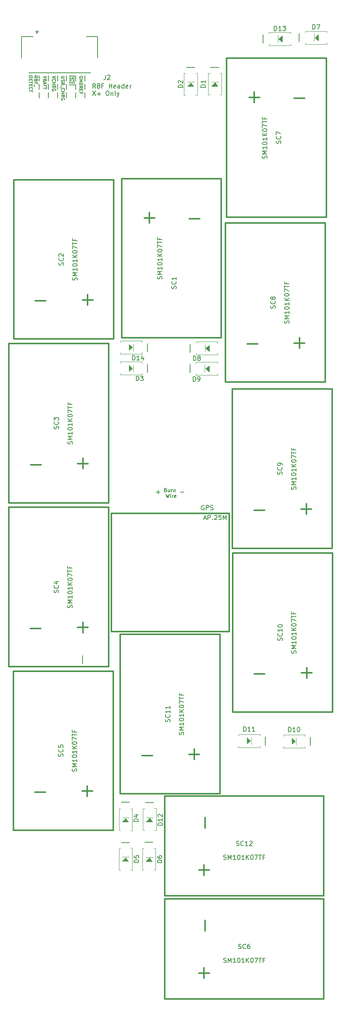
<source format=gto>
%TF.GenerationSoftware,KiCad,Pcbnew,9.0.1*%
%TF.CreationDate,2025-04-06T17:11:13-07:00*%
%TF.ProjectId,Stationary_X_Panel,53746174-696f-46e6-9172-795f585f5061,1.6*%
%TF.SameCoordinates,Original*%
%TF.FileFunction,Legend,Top*%
%TF.FilePolarity,Positive*%
%FSLAX46Y46*%
G04 Gerber Fmt 4.6, Leading zero omitted, Abs format (unit mm)*
G04 Created by KiCad (PCBNEW 9.0.1) date 2025-04-06 17:11:13*
%MOMM*%
%LPD*%
G01*
G04 APERTURE LIST*
%ADD10C,0.150000*%
%ADD11C,0.175000*%
%ADD12C,0.200000*%
%ADD13C,0.300000*%
%ADD14C,0.120000*%
%ADD15C,0.100000*%
%ADD16C,0.127000*%
%ADD17C,0.010000*%
%ADD18C,2.600000*%
%ADD19C,3.800000*%
%ADD20C,3.000000*%
%ADD21R,2.500000X1.700000*%
%ADD22R,1.700000X2.500000*%
G04 APERTURE END LIST*
D10*
X75170000Y-91210000D02*
X75170000Y-93010000D01*
X67100000Y-192030000D02*
X65300000Y-192030000D01*
X101635000Y-179420000D02*
X101635000Y-177620000D01*
X59985000Y-200805000D02*
X61785000Y-200805000D01*
X65740000Y-97410000D02*
X65740000Y-95610000D01*
X66950000Y-200700000D02*
X65150000Y-200700000D01*
X59950000Y-191950000D02*
X61750000Y-191950000D01*
X91710000Y-177545000D02*
X91710000Y-179345000D01*
X81450000Y-30350000D02*
X79650000Y-30350000D01*
X65770000Y-91060000D02*
X65770000Y-92860000D01*
X99200000Y-24700000D02*
X99200000Y-22900000D01*
X91250000Y-25000000D02*
X91250000Y-23200000D01*
X51410000Y-161470000D02*
X51410000Y-159670000D01*
X76150000Y-30400000D02*
X74350000Y-30400000D01*
X75100000Y-95640000D02*
X75100000Y-97440000D01*
D11*
X40801727Y-32671797D02*
X41135061Y-32438464D01*
X40801727Y-32271797D02*
X41501727Y-32271797D01*
X41501727Y-32271797D02*
X41501727Y-32538464D01*
X41501727Y-32538464D02*
X41468394Y-32605131D01*
X41468394Y-32605131D02*
X41435061Y-32638464D01*
X41435061Y-32638464D02*
X41368394Y-32671797D01*
X41368394Y-32671797D02*
X41268394Y-32671797D01*
X41268394Y-32671797D02*
X41201727Y-32638464D01*
X41201727Y-32638464D02*
X41168394Y-32605131D01*
X41168394Y-32605131D02*
X41135061Y-32538464D01*
X41135061Y-32538464D02*
X41135061Y-32271797D01*
X41168394Y-33205131D02*
X41135061Y-33305131D01*
X41135061Y-33305131D02*
X41101727Y-33338464D01*
X41101727Y-33338464D02*
X41035061Y-33371797D01*
X41035061Y-33371797D02*
X40935061Y-33371797D01*
X40935061Y-33371797D02*
X40868394Y-33338464D01*
X40868394Y-33338464D02*
X40835061Y-33305131D01*
X40835061Y-33305131D02*
X40801727Y-33238464D01*
X40801727Y-33238464D02*
X40801727Y-32971797D01*
X40801727Y-32971797D02*
X41501727Y-32971797D01*
X41501727Y-32971797D02*
X41501727Y-33205131D01*
X41501727Y-33205131D02*
X41468394Y-33271797D01*
X41468394Y-33271797D02*
X41435061Y-33305131D01*
X41435061Y-33305131D02*
X41368394Y-33338464D01*
X41368394Y-33338464D02*
X41301727Y-33338464D01*
X41301727Y-33338464D02*
X41235061Y-33305131D01*
X41235061Y-33305131D02*
X41201727Y-33271797D01*
X41201727Y-33271797D02*
X41168394Y-33205131D01*
X41168394Y-33205131D02*
X41168394Y-32971797D01*
X41168394Y-33905131D02*
X41168394Y-33671797D01*
X40801727Y-33671797D02*
X41501727Y-33671797D01*
X41501727Y-33671797D02*
X41501727Y-34005131D01*
X40735061Y-34105131D02*
X40735061Y-34638464D01*
X39674766Y-32271797D02*
X40374766Y-32271797D01*
X40374766Y-32271797D02*
X40374766Y-32438464D01*
X40374766Y-32438464D02*
X40341433Y-32538464D01*
X40341433Y-32538464D02*
X40274766Y-32605131D01*
X40274766Y-32605131D02*
X40208100Y-32638464D01*
X40208100Y-32638464D02*
X40074766Y-32671797D01*
X40074766Y-32671797D02*
X39974766Y-32671797D01*
X39974766Y-32671797D02*
X39841433Y-32638464D01*
X39841433Y-32638464D02*
X39774766Y-32605131D01*
X39774766Y-32605131D02*
X39708100Y-32538464D01*
X39708100Y-32538464D02*
X39674766Y-32438464D01*
X39674766Y-32438464D02*
X39674766Y-32271797D01*
X40041433Y-32971797D02*
X40041433Y-33205131D01*
X39674766Y-33305131D02*
X39674766Y-32971797D01*
X39674766Y-32971797D02*
X40374766Y-32971797D01*
X40374766Y-32971797D02*
X40374766Y-33305131D01*
X40374766Y-33505130D02*
X40374766Y-33905130D01*
X39674766Y-33705130D02*
X40374766Y-33705130D01*
X40041433Y-34138463D02*
X40041433Y-34371797D01*
X39674766Y-34471797D02*
X39674766Y-34138463D01*
X39674766Y-34138463D02*
X40374766Y-34138463D01*
X40374766Y-34138463D02*
X40374766Y-34471797D01*
X39741433Y-35171796D02*
X39708100Y-35138463D01*
X39708100Y-35138463D02*
X39674766Y-35038463D01*
X39674766Y-35038463D02*
X39674766Y-34971796D01*
X39674766Y-34971796D02*
X39708100Y-34871796D01*
X39708100Y-34871796D02*
X39774766Y-34805130D01*
X39774766Y-34805130D02*
X39841433Y-34771796D01*
X39841433Y-34771796D02*
X39974766Y-34738463D01*
X39974766Y-34738463D02*
X40074766Y-34738463D01*
X40074766Y-34738463D02*
X40208100Y-34771796D01*
X40208100Y-34771796D02*
X40274766Y-34805130D01*
X40274766Y-34805130D02*
X40341433Y-34871796D01*
X40341433Y-34871796D02*
X40374766Y-34971796D01*
X40374766Y-34971796D02*
X40374766Y-35038463D01*
X40374766Y-35038463D02*
X40341433Y-35138463D01*
X40341433Y-35138463D02*
X40308100Y-35171796D01*
X40374766Y-35371796D02*
X40374766Y-35771796D01*
X39674766Y-35571796D02*
X40374766Y-35571796D01*
D12*
X51899600Y-37021279D02*
X51899600Y-35878422D01*
X51899600Y-35164136D02*
X51899600Y-34021279D01*
X51899600Y-33306993D02*
X51899600Y-32164136D01*
X41899600Y-37021279D02*
X41899600Y-35878422D01*
X41899600Y-35164136D02*
X41899600Y-34021279D01*
X41899600Y-33306993D02*
X41899600Y-32164136D01*
D10*
X54268207Y-34944875D02*
X53934874Y-34468684D01*
X53696779Y-34944875D02*
X53696779Y-33944875D01*
X53696779Y-33944875D02*
X54077731Y-33944875D01*
X54077731Y-33944875D02*
X54172969Y-33992494D01*
X54172969Y-33992494D02*
X54220588Y-34040113D01*
X54220588Y-34040113D02*
X54268207Y-34135351D01*
X54268207Y-34135351D02*
X54268207Y-34278208D01*
X54268207Y-34278208D02*
X54220588Y-34373446D01*
X54220588Y-34373446D02*
X54172969Y-34421065D01*
X54172969Y-34421065D02*
X54077731Y-34468684D01*
X54077731Y-34468684D02*
X53696779Y-34468684D01*
X55030112Y-34421065D02*
X55172969Y-34468684D01*
X55172969Y-34468684D02*
X55220588Y-34516303D01*
X55220588Y-34516303D02*
X55268207Y-34611541D01*
X55268207Y-34611541D02*
X55268207Y-34754398D01*
X55268207Y-34754398D02*
X55220588Y-34849636D01*
X55220588Y-34849636D02*
X55172969Y-34897256D01*
X55172969Y-34897256D02*
X55077731Y-34944875D01*
X55077731Y-34944875D02*
X54696779Y-34944875D01*
X54696779Y-34944875D02*
X54696779Y-33944875D01*
X54696779Y-33944875D02*
X55030112Y-33944875D01*
X55030112Y-33944875D02*
X55125350Y-33992494D01*
X55125350Y-33992494D02*
X55172969Y-34040113D01*
X55172969Y-34040113D02*
X55220588Y-34135351D01*
X55220588Y-34135351D02*
X55220588Y-34230589D01*
X55220588Y-34230589D02*
X55172969Y-34325827D01*
X55172969Y-34325827D02*
X55125350Y-34373446D01*
X55125350Y-34373446D02*
X55030112Y-34421065D01*
X55030112Y-34421065D02*
X54696779Y-34421065D01*
X56030112Y-34421065D02*
X55696779Y-34421065D01*
X55696779Y-34944875D02*
X55696779Y-33944875D01*
X55696779Y-33944875D02*
X56172969Y-33944875D01*
X57315827Y-34944875D02*
X57315827Y-33944875D01*
X57315827Y-34421065D02*
X57887255Y-34421065D01*
X57887255Y-34944875D02*
X57887255Y-33944875D01*
X58744398Y-34897256D02*
X58649160Y-34944875D01*
X58649160Y-34944875D02*
X58458684Y-34944875D01*
X58458684Y-34944875D02*
X58363446Y-34897256D01*
X58363446Y-34897256D02*
X58315827Y-34802017D01*
X58315827Y-34802017D02*
X58315827Y-34421065D01*
X58315827Y-34421065D02*
X58363446Y-34325827D01*
X58363446Y-34325827D02*
X58458684Y-34278208D01*
X58458684Y-34278208D02*
X58649160Y-34278208D01*
X58649160Y-34278208D02*
X58744398Y-34325827D01*
X58744398Y-34325827D02*
X58792017Y-34421065D01*
X58792017Y-34421065D02*
X58792017Y-34516303D01*
X58792017Y-34516303D02*
X58315827Y-34611541D01*
X59649160Y-34944875D02*
X59649160Y-34421065D01*
X59649160Y-34421065D02*
X59601541Y-34325827D01*
X59601541Y-34325827D02*
X59506303Y-34278208D01*
X59506303Y-34278208D02*
X59315827Y-34278208D01*
X59315827Y-34278208D02*
X59220589Y-34325827D01*
X59649160Y-34897256D02*
X59553922Y-34944875D01*
X59553922Y-34944875D02*
X59315827Y-34944875D01*
X59315827Y-34944875D02*
X59220589Y-34897256D01*
X59220589Y-34897256D02*
X59172970Y-34802017D01*
X59172970Y-34802017D02*
X59172970Y-34706779D01*
X59172970Y-34706779D02*
X59220589Y-34611541D01*
X59220589Y-34611541D02*
X59315827Y-34563922D01*
X59315827Y-34563922D02*
X59553922Y-34563922D01*
X59553922Y-34563922D02*
X59649160Y-34516303D01*
X60553922Y-34944875D02*
X60553922Y-33944875D01*
X60553922Y-34897256D02*
X60458684Y-34944875D01*
X60458684Y-34944875D02*
X60268208Y-34944875D01*
X60268208Y-34944875D02*
X60172970Y-34897256D01*
X60172970Y-34897256D02*
X60125351Y-34849636D01*
X60125351Y-34849636D02*
X60077732Y-34754398D01*
X60077732Y-34754398D02*
X60077732Y-34468684D01*
X60077732Y-34468684D02*
X60125351Y-34373446D01*
X60125351Y-34373446D02*
X60172970Y-34325827D01*
X60172970Y-34325827D02*
X60268208Y-34278208D01*
X60268208Y-34278208D02*
X60458684Y-34278208D01*
X60458684Y-34278208D02*
X60553922Y-34325827D01*
X61411065Y-34897256D02*
X61315827Y-34944875D01*
X61315827Y-34944875D02*
X61125351Y-34944875D01*
X61125351Y-34944875D02*
X61030113Y-34897256D01*
X61030113Y-34897256D02*
X60982494Y-34802017D01*
X60982494Y-34802017D02*
X60982494Y-34421065D01*
X60982494Y-34421065D02*
X61030113Y-34325827D01*
X61030113Y-34325827D02*
X61125351Y-34278208D01*
X61125351Y-34278208D02*
X61315827Y-34278208D01*
X61315827Y-34278208D02*
X61411065Y-34325827D01*
X61411065Y-34325827D02*
X61458684Y-34421065D01*
X61458684Y-34421065D02*
X61458684Y-34516303D01*
X61458684Y-34516303D02*
X60982494Y-34611541D01*
X61887256Y-34944875D02*
X61887256Y-34278208D01*
X61887256Y-34468684D02*
X61934875Y-34373446D01*
X61934875Y-34373446D02*
X61982494Y-34325827D01*
X61982494Y-34325827D02*
X62077732Y-34278208D01*
X62077732Y-34278208D02*
X62172970Y-34278208D01*
X53601541Y-35554819D02*
X54268207Y-36554819D01*
X54268207Y-35554819D02*
X53601541Y-36554819D01*
X54649160Y-36173866D02*
X55411065Y-36173866D01*
X55030112Y-36554819D02*
X55030112Y-35792914D01*
X56839636Y-35554819D02*
X57030112Y-35554819D01*
X57030112Y-35554819D02*
X57125350Y-35602438D01*
X57125350Y-35602438D02*
X57220588Y-35697676D01*
X57220588Y-35697676D02*
X57268207Y-35888152D01*
X57268207Y-35888152D02*
X57268207Y-36221485D01*
X57268207Y-36221485D02*
X57220588Y-36411961D01*
X57220588Y-36411961D02*
X57125350Y-36507200D01*
X57125350Y-36507200D02*
X57030112Y-36554819D01*
X57030112Y-36554819D02*
X56839636Y-36554819D01*
X56839636Y-36554819D02*
X56744398Y-36507200D01*
X56744398Y-36507200D02*
X56649160Y-36411961D01*
X56649160Y-36411961D02*
X56601541Y-36221485D01*
X56601541Y-36221485D02*
X56601541Y-35888152D01*
X56601541Y-35888152D02*
X56649160Y-35697676D01*
X56649160Y-35697676D02*
X56744398Y-35602438D01*
X56744398Y-35602438D02*
X56839636Y-35554819D01*
X57696779Y-35888152D02*
X57696779Y-36554819D01*
X57696779Y-35983390D02*
X57744398Y-35935771D01*
X57744398Y-35935771D02*
X57839636Y-35888152D01*
X57839636Y-35888152D02*
X57982493Y-35888152D01*
X57982493Y-35888152D02*
X58077731Y-35935771D01*
X58077731Y-35935771D02*
X58125350Y-36031009D01*
X58125350Y-36031009D02*
X58125350Y-36554819D01*
X58744398Y-36554819D02*
X58649160Y-36507200D01*
X58649160Y-36507200D02*
X58601541Y-36411961D01*
X58601541Y-36411961D02*
X58601541Y-35554819D01*
X59030113Y-35888152D02*
X59268208Y-36554819D01*
X59506303Y-35888152D02*
X59268208Y-36554819D01*
X59268208Y-36554819D02*
X59172970Y-36792914D01*
X59172970Y-36792914D02*
X59125351Y-36840533D01*
X59125351Y-36840533D02*
X59030113Y-36888152D01*
X72999048Y-123793866D02*
X73760953Y-123793866D01*
D11*
X43459766Y-32276797D02*
X42759766Y-32510131D01*
X42759766Y-32510131D02*
X43459766Y-32743464D01*
X43126433Y-33210131D02*
X43093100Y-33310131D01*
X43093100Y-33310131D02*
X43059766Y-33343464D01*
X43059766Y-33343464D02*
X42993100Y-33376797D01*
X42993100Y-33376797D02*
X42893100Y-33376797D01*
X42893100Y-33376797D02*
X42826433Y-33343464D01*
X42826433Y-33343464D02*
X42793100Y-33310131D01*
X42793100Y-33310131D02*
X42759766Y-33243464D01*
X42759766Y-33243464D02*
X42759766Y-32976797D01*
X42759766Y-32976797D02*
X43459766Y-32976797D01*
X43459766Y-32976797D02*
X43459766Y-33210131D01*
X43459766Y-33210131D02*
X43426433Y-33276797D01*
X43426433Y-33276797D02*
X43393100Y-33310131D01*
X43393100Y-33310131D02*
X43326433Y-33343464D01*
X43326433Y-33343464D02*
X43259766Y-33343464D01*
X43259766Y-33343464D02*
X43193100Y-33310131D01*
X43193100Y-33310131D02*
X43159766Y-33276797D01*
X43159766Y-33276797D02*
X43126433Y-33210131D01*
X43126433Y-33210131D02*
X43126433Y-32976797D01*
X42959766Y-33643464D02*
X42959766Y-33976797D01*
X42759766Y-33576797D02*
X43459766Y-33810131D01*
X43459766Y-33810131D02*
X42759766Y-34043464D01*
X43459766Y-34176797D02*
X43459766Y-34576797D01*
X42759766Y-34376797D02*
X43459766Y-34376797D01*
X43459766Y-34710130D02*
X43459766Y-35110130D01*
X42759766Y-34910130D02*
X43459766Y-34910130D01*
X47459766Y-32376797D02*
X46893100Y-32376797D01*
X46893100Y-32376797D02*
X46826433Y-32410131D01*
X46826433Y-32410131D02*
X46793100Y-32443464D01*
X46793100Y-32443464D02*
X46759766Y-32510131D01*
X46759766Y-32510131D02*
X46759766Y-32643464D01*
X46759766Y-32643464D02*
X46793100Y-32710131D01*
X46793100Y-32710131D02*
X46826433Y-32743464D01*
X46826433Y-32743464D02*
X46893100Y-32776797D01*
X46893100Y-32776797D02*
X47459766Y-32776797D01*
X46793100Y-33076797D02*
X46759766Y-33176797D01*
X46759766Y-33176797D02*
X46759766Y-33343464D01*
X46759766Y-33343464D02*
X46793100Y-33410130D01*
X46793100Y-33410130D02*
X46826433Y-33443464D01*
X46826433Y-33443464D02*
X46893100Y-33476797D01*
X46893100Y-33476797D02*
X46959766Y-33476797D01*
X46959766Y-33476797D02*
X47026433Y-33443464D01*
X47026433Y-33443464D02*
X47059766Y-33410130D01*
X47059766Y-33410130D02*
X47093100Y-33343464D01*
X47093100Y-33343464D02*
X47126433Y-33210130D01*
X47126433Y-33210130D02*
X47159766Y-33143464D01*
X47159766Y-33143464D02*
X47193100Y-33110130D01*
X47193100Y-33110130D02*
X47259766Y-33076797D01*
X47259766Y-33076797D02*
X47326433Y-33076797D01*
X47326433Y-33076797D02*
X47393100Y-33110130D01*
X47393100Y-33110130D02*
X47426433Y-33143464D01*
X47426433Y-33143464D02*
X47459766Y-33210130D01*
X47459766Y-33210130D02*
X47459766Y-33376797D01*
X47459766Y-33376797D02*
X47426433Y-33476797D01*
X47126433Y-34010131D02*
X47093100Y-34110131D01*
X47093100Y-34110131D02*
X47059766Y-34143464D01*
X47059766Y-34143464D02*
X46993100Y-34176797D01*
X46993100Y-34176797D02*
X46893100Y-34176797D01*
X46893100Y-34176797D02*
X46826433Y-34143464D01*
X46826433Y-34143464D02*
X46793100Y-34110131D01*
X46793100Y-34110131D02*
X46759766Y-34043464D01*
X46759766Y-34043464D02*
X46759766Y-33776797D01*
X46759766Y-33776797D02*
X47459766Y-33776797D01*
X47459766Y-33776797D02*
X47459766Y-34010131D01*
X47459766Y-34010131D02*
X47426433Y-34076797D01*
X47426433Y-34076797D02*
X47393100Y-34110131D01*
X47393100Y-34110131D02*
X47326433Y-34143464D01*
X47326433Y-34143464D02*
X47259766Y-34143464D01*
X47259766Y-34143464D02*
X47193100Y-34110131D01*
X47193100Y-34110131D02*
X47159766Y-34076797D01*
X47159766Y-34076797D02*
X47126433Y-34010131D01*
X47126433Y-34010131D02*
X47126433Y-33776797D01*
X46693100Y-34310131D02*
X46693100Y-34843464D01*
X46826433Y-35410130D02*
X46793100Y-35376797D01*
X46793100Y-35376797D02*
X46759766Y-35276797D01*
X46759766Y-35276797D02*
X46759766Y-35210130D01*
X46759766Y-35210130D02*
X46793100Y-35110130D01*
X46793100Y-35110130D02*
X46859766Y-35043464D01*
X46859766Y-35043464D02*
X46926433Y-35010130D01*
X46926433Y-35010130D02*
X47059766Y-34976797D01*
X47059766Y-34976797D02*
X47159766Y-34976797D01*
X47159766Y-34976797D02*
X47293100Y-35010130D01*
X47293100Y-35010130D02*
X47359766Y-35043464D01*
X47359766Y-35043464D02*
X47426433Y-35110130D01*
X47426433Y-35110130D02*
X47459766Y-35210130D01*
X47459766Y-35210130D02*
X47459766Y-35276797D01*
X47459766Y-35276797D02*
X47426433Y-35376797D01*
X47426433Y-35376797D02*
X47393100Y-35410130D01*
X46759766Y-35710130D02*
X47459766Y-35710130D01*
X47126433Y-35710130D02*
X47126433Y-36110130D01*
X46759766Y-36110130D02*
X47459766Y-36110130D01*
X46759766Y-36843463D02*
X47093100Y-36610130D01*
X46759766Y-36443463D02*
X47459766Y-36443463D01*
X47459766Y-36443463D02*
X47459766Y-36710130D01*
X47459766Y-36710130D02*
X47426433Y-36776797D01*
X47426433Y-36776797D02*
X47393100Y-36810130D01*
X47393100Y-36810130D02*
X47326433Y-36843463D01*
X47326433Y-36843463D02*
X47226433Y-36843463D01*
X47226433Y-36843463D02*
X47159766Y-36810130D01*
X47159766Y-36810130D02*
X47126433Y-36776797D01*
X47126433Y-36776797D02*
X47093100Y-36710130D01*
X47093100Y-36710130D02*
X47093100Y-36443463D01*
X47426433Y-37510130D02*
X47459766Y-37443463D01*
X47459766Y-37443463D02*
X47459766Y-37343463D01*
X47459766Y-37343463D02*
X47426433Y-37243463D01*
X47426433Y-37243463D02*
X47359766Y-37176797D01*
X47359766Y-37176797D02*
X47293100Y-37143463D01*
X47293100Y-37143463D02*
X47159766Y-37110130D01*
X47159766Y-37110130D02*
X47059766Y-37110130D01*
X47059766Y-37110130D02*
X46926433Y-37143463D01*
X46926433Y-37143463D02*
X46859766Y-37176797D01*
X46859766Y-37176797D02*
X46793100Y-37243463D01*
X46793100Y-37243463D02*
X46759766Y-37343463D01*
X46759766Y-37343463D02*
X46759766Y-37410130D01*
X46759766Y-37410130D02*
X46793100Y-37510130D01*
X46793100Y-37510130D02*
X46826433Y-37543463D01*
X46826433Y-37543463D02*
X47059766Y-37543463D01*
X47059766Y-37543463D02*
X47059766Y-37410130D01*
D12*
X49899600Y-37021279D02*
X49899600Y-35878422D01*
X49899600Y-35164136D02*
X49899600Y-34021279D01*
X49899600Y-33306993D02*
X49899600Y-32164136D01*
D10*
X69745951Y-123274270D02*
X69860237Y-123312365D01*
X69860237Y-123312365D02*
X69898332Y-123350461D01*
X69898332Y-123350461D02*
X69936428Y-123426651D01*
X69936428Y-123426651D02*
X69936428Y-123540937D01*
X69936428Y-123540937D02*
X69898332Y-123617127D01*
X69898332Y-123617127D02*
X69860237Y-123655223D01*
X69860237Y-123655223D02*
X69784047Y-123693318D01*
X69784047Y-123693318D02*
X69479285Y-123693318D01*
X69479285Y-123693318D02*
X69479285Y-122893318D01*
X69479285Y-122893318D02*
X69745951Y-122893318D01*
X69745951Y-122893318D02*
X69822142Y-122931413D01*
X69822142Y-122931413D02*
X69860237Y-122969508D01*
X69860237Y-122969508D02*
X69898332Y-123045699D01*
X69898332Y-123045699D02*
X69898332Y-123121889D01*
X69898332Y-123121889D02*
X69860237Y-123198080D01*
X69860237Y-123198080D02*
X69822142Y-123236175D01*
X69822142Y-123236175D02*
X69745951Y-123274270D01*
X69745951Y-123274270D02*
X69479285Y-123274270D01*
X70622142Y-123159984D02*
X70622142Y-123693318D01*
X70279285Y-123159984D02*
X70279285Y-123579032D01*
X70279285Y-123579032D02*
X70317380Y-123655223D01*
X70317380Y-123655223D02*
X70393570Y-123693318D01*
X70393570Y-123693318D02*
X70507856Y-123693318D01*
X70507856Y-123693318D02*
X70584047Y-123655223D01*
X70584047Y-123655223D02*
X70622142Y-123617127D01*
X71003095Y-123693318D02*
X71003095Y-123159984D01*
X71003095Y-123312365D02*
X71041190Y-123236175D01*
X71041190Y-123236175D02*
X71079285Y-123198080D01*
X71079285Y-123198080D02*
X71155476Y-123159984D01*
X71155476Y-123159984D02*
X71231666Y-123159984D01*
X71498333Y-123159984D02*
X71498333Y-123693318D01*
X71498333Y-123236175D02*
X71536428Y-123198080D01*
X71536428Y-123198080D02*
X71612618Y-123159984D01*
X71612618Y-123159984D02*
X71726904Y-123159984D01*
X71726904Y-123159984D02*
X71803095Y-123198080D01*
X71803095Y-123198080D02*
X71841190Y-123274270D01*
X71841190Y-123274270D02*
X71841190Y-123693318D01*
X69841190Y-124181273D02*
X70031666Y-124981273D01*
X70031666Y-124981273D02*
X70184047Y-124409844D01*
X70184047Y-124409844D02*
X70336428Y-124981273D01*
X70336428Y-124981273D02*
X70526905Y-124181273D01*
X70831667Y-124981273D02*
X70831667Y-124447939D01*
X70831667Y-124181273D02*
X70793571Y-124219368D01*
X70793571Y-124219368D02*
X70831667Y-124257463D01*
X70831667Y-124257463D02*
X70869762Y-124219368D01*
X70869762Y-124219368D02*
X70831667Y-124181273D01*
X70831667Y-124181273D02*
X70831667Y-124257463D01*
X71212619Y-124981273D02*
X71212619Y-124447939D01*
X71212619Y-124600320D02*
X71250714Y-124524130D01*
X71250714Y-124524130D02*
X71288809Y-124486035D01*
X71288809Y-124486035D02*
X71365000Y-124447939D01*
X71365000Y-124447939D02*
X71441190Y-124447939D01*
X72012619Y-124943178D02*
X71936428Y-124981273D01*
X71936428Y-124981273D02*
X71784047Y-124981273D01*
X71784047Y-124981273D02*
X71707857Y-124943178D01*
X71707857Y-124943178D02*
X71669761Y-124866987D01*
X71669761Y-124866987D02*
X71669761Y-124562225D01*
X71669761Y-124562225D02*
X71707857Y-124486035D01*
X71707857Y-124486035D02*
X71784047Y-124447939D01*
X71784047Y-124447939D02*
X71936428Y-124447939D01*
X71936428Y-124447939D02*
X72012619Y-124486035D01*
X72012619Y-124486035D02*
X72050714Y-124562225D01*
X72050714Y-124562225D02*
X72050714Y-124638416D01*
X72050714Y-124638416D02*
X71669761Y-124714606D01*
X78165000Y-129514104D02*
X78641190Y-129514104D01*
X78069762Y-129799819D02*
X78403095Y-128799819D01*
X78403095Y-128799819D02*
X78736428Y-129799819D01*
X79069762Y-129799819D02*
X79069762Y-128799819D01*
X79069762Y-128799819D02*
X79450714Y-128799819D01*
X79450714Y-128799819D02*
X79545952Y-128847438D01*
X79545952Y-128847438D02*
X79593571Y-128895057D01*
X79593571Y-128895057D02*
X79641190Y-128990295D01*
X79641190Y-128990295D02*
X79641190Y-129133152D01*
X79641190Y-129133152D02*
X79593571Y-129228390D01*
X79593571Y-129228390D02*
X79545952Y-129276009D01*
X79545952Y-129276009D02*
X79450714Y-129323628D01*
X79450714Y-129323628D02*
X79069762Y-129323628D01*
X80069762Y-129704580D02*
X80117381Y-129752200D01*
X80117381Y-129752200D02*
X80069762Y-129799819D01*
X80069762Y-129799819D02*
X80022143Y-129752200D01*
X80022143Y-129752200D02*
X80069762Y-129704580D01*
X80069762Y-129704580D02*
X80069762Y-129799819D01*
X80498333Y-128895057D02*
X80545952Y-128847438D01*
X80545952Y-128847438D02*
X80641190Y-128799819D01*
X80641190Y-128799819D02*
X80879285Y-128799819D01*
X80879285Y-128799819D02*
X80974523Y-128847438D01*
X80974523Y-128847438D02*
X81022142Y-128895057D01*
X81022142Y-128895057D02*
X81069761Y-128990295D01*
X81069761Y-128990295D02*
X81069761Y-129085533D01*
X81069761Y-129085533D02*
X81022142Y-129228390D01*
X81022142Y-129228390D02*
X80450714Y-129799819D01*
X80450714Y-129799819D02*
X81069761Y-129799819D01*
X81974523Y-128799819D02*
X81498333Y-128799819D01*
X81498333Y-128799819D02*
X81450714Y-129276009D01*
X81450714Y-129276009D02*
X81498333Y-129228390D01*
X81498333Y-129228390D02*
X81593571Y-129180771D01*
X81593571Y-129180771D02*
X81831666Y-129180771D01*
X81831666Y-129180771D02*
X81926904Y-129228390D01*
X81926904Y-129228390D02*
X81974523Y-129276009D01*
X81974523Y-129276009D02*
X82022142Y-129371247D01*
X82022142Y-129371247D02*
X82022142Y-129609342D01*
X82022142Y-129609342D02*
X81974523Y-129704580D01*
X81974523Y-129704580D02*
X81926904Y-129752200D01*
X81926904Y-129752200D02*
X81831666Y-129799819D01*
X81831666Y-129799819D02*
X81593571Y-129799819D01*
X81593571Y-129799819D02*
X81498333Y-129752200D01*
X81498333Y-129752200D02*
X81450714Y-129704580D01*
X82450714Y-129799819D02*
X82450714Y-128799819D01*
X82450714Y-128799819D02*
X82784047Y-129514104D01*
X82784047Y-129514104D02*
X83117380Y-128799819D01*
X83117380Y-128799819D02*
X83117380Y-129799819D01*
D12*
X43899600Y-37021279D02*
X43899600Y-35878422D01*
X43899600Y-35164136D02*
X43899600Y-34021279D01*
X43899600Y-33306993D02*
X43899600Y-32164136D01*
X45899600Y-37021279D02*
X45899600Y-35878422D01*
X45899600Y-35164136D02*
X45899600Y-34021279D01*
X45899600Y-33306993D02*
X45899600Y-32164136D01*
D10*
X78200714Y-126697438D02*
X78105476Y-126649819D01*
X78105476Y-126649819D02*
X77962619Y-126649819D01*
X77962619Y-126649819D02*
X77819762Y-126697438D01*
X77819762Y-126697438D02*
X77724524Y-126792676D01*
X77724524Y-126792676D02*
X77676905Y-126887914D01*
X77676905Y-126887914D02*
X77629286Y-127078390D01*
X77629286Y-127078390D02*
X77629286Y-127221247D01*
X77629286Y-127221247D02*
X77676905Y-127411723D01*
X77676905Y-127411723D02*
X77724524Y-127506961D01*
X77724524Y-127506961D02*
X77819762Y-127602200D01*
X77819762Y-127602200D02*
X77962619Y-127649819D01*
X77962619Y-127649819D02*
X78057857Y-127649819D01*
X78057857Y-127649819D02*
X78200714Y-127602200D01*
X78200714Y-127602200D02*
X78248333Y-127554580D01*
X78248333Y-127554580D02*
X78248333Y-127221247D01*
X78248333Y-127221247D02*
X78057857Y-127221247D01*
X78676905Y-127649819D02*
X78676905Y-126649819D01*
X78676905Y-126649819D02*
X79057857Y-126649819D01*
X79057857Y-126649819D02*
X79153095Y-126697438D01*
X79153095Y-126697438D02*
X79200714Y-126745057D01*
X79200714Y-126745057D02*
X79248333Y-126840295D01*
X79248333Y-126840295D02*
X79248333Y-126983152D01*
X79248333Y-126983152D02*
X79200714Y-127078390D01*
X79200714Y-127078390D02*
X79153095Y-127126009D01*
X79153095Y-127126009D02*
X79057857Y-127173628D01*
X79057857Y-127173628D02*
X78676905Y-127173628D01*
X79629286Y-127602200D02*
X79772143Y-127649819D01*
X79772143Y-127649819D02*
X80010238Y-127649819D01*
X80010238Y-127649819D02*
X80105476Y-127602200D01*
X80105476Y-127602200D02*
X80153095Y-127554580D01*
X80153095Y-127554580D02*
X80200714Y-127459342D01*
X80200714Y-127459342D02*
X80200714Y-127364104D01*
X80200714Y-127364104D02*
X80153095Y-127268866D01*
X80153095Y-127268866D02*
X80105476Y-127221247D01*
X80105476Y-127221247D02*
X80010238Y-127173628D01*
X80010238Y-127173628D02*
X79819762Y-127126009D01*
X79819762Y-127126009D02*
X79724524Y-127078390D01*
X79724524Y-127078390D02*
X79676905Y-127030771D01*
X79676905Y-127030771D02*
X79629286Y-126935533D01*
X79629286Y-126935533D02*
X79629286Y-126840295D01*
X79629286Y-126840295D02*
X79676905Y-126745057D01*
X79676905Y-126745057D02*
X79724524Y-126697438D01*
X79724524Y-126697438D02*
X79819762Y-126649819D01*
X79819762Y-126649819D02*
X80057857Y-126649819D01*
X80057857Y-126649819D02*
X80200714Y-126697438D01*
D11*
G36*
X49372266Y-33962597D02*
G01*
X49349954Y-34029531D01*
X49307933Y-34071553D01*
X49262560Y-34094239D01*
X49148992Y-34122630D01*
X49070539Y-34122630D01*
X48956972Y-34094238D01*
X48911596Y-34071550D01*
X48869577Y-34029531D01*
X48847266Y-33962597D01*
X48847266Y-33897630D01*
X49372266Y-33897630D01*
X49372266Y-33962597D01*
G37*
G36*
X49634766Y-34385130D02*
G01*
X48584766Y-34385130D01*
X48584766Y-33810130D01*
X48672266Y-33810130D01*
X48672266Y-33976797D01*
X48673116Y-33985436D01*
X48672953Y-33987742D01*
X48673642Y-33990773D01*
X48673947Y-33993867D01*
X48674831Y-33996001D01*
X48676756Y-34004467D01*
X48710090Y-34104467D01*
X48717083Y-34120129D01*
X48719142Y-34122503D01*
X48720346Y-34125409D01*
X48731228Y-34138668D01*
X48797894Y-34205336D01*
X48804604Y-34210843D01*
X48806119Y-34212589D01*
X48808751Y-34214246D01*
X48811153Y-34216217D01*
X48813285Y-34217100D01*
X48820635Y-34221727D01*
X48887303Y-34255060D01*
X48888550Y-34255537D01*
X48889059Y-34255914D01*
X48896231Y-34258476D01*
X48903322Y-34261190D01*
X48903950Y-34261234D01*
X48905211Y-34261685D01*
X49038544Y-34295017D01*
X49041502Y-34295454D01*
X49042696Y-34295949D01*
X49049123Y-34296581D01*
X49055512Y-34297527D01*
X49056789Y-34297336D01*
X49059766Y-34297630D01*
X49159766Y-34297630D01*
X49162742Y-34297336D01*
X49164020Y-34297527D01*
X49170416Y-34296581D01*
X49176836Y-34295949D01*
X49178026Y-34295455D01*
X49180988Y-34295018D01*
X49314321Y-34261685D01*
X49315580Y-34261234D01*
X49316212Y-34261190D01*
X49323304Y-34258475D01*
X49330474Y-34255914D01*
X49330983Y-34255536D01*
X49332231Y-34255059D01*
X49398897Y-34221726D01*
X49406240Y-34217103D01*
X49408379Y-34216218D01*
X49410785Y-34214242D01*
X49413413Y-34212589D01*
X49414925Y-34210845D01*
X49421638Y-34205336D01*
X49488305Y-34138669D01*
X49499186Y-34125410D01*
X49500389Y-34122505D01*
X49502450Y-34120129D01*
X49509443Y-34104467D01*
X49542776Y-34004467D01*
X49544700Y-33996001D01*
X49545585Y-33993867D01*
X49545889Y-33990772D01*
X49546579Y-33987741D01*
X49546415Y-33985436D01*
X49547266Y-33976797D01*
X49547266Y-33810130D01*
X49545585Y-33793060D01*
X49532520Y-33761518D01*
X49508378Y-33737376D01*
X49476836Y-33724311D01*
X49459766Y-33722630D01*
X48759766Y-33722630D01*
X48742696Y-33724311D01*
X48711154Y-33737376D01*
X48687012Y-33761518D01*
X48673947Y-33793060D01*
X48672266Y-33810130D01*
X48584766Y-33810130D01*
X48584766Y-33470686D01*
X48672480Y-33470686D01*
X48673947Y-33482227D01*
X48673947Y-33493867D01*
X48676081Y-33499020D01*
X48676785Y-33504554D01*
X48682559Y-33514659D01*
X48687012Y-33525409D01*
X48690955Y-33529352D01*
X48693723Y-33534196D01*
X48702926Y-33541323D01*
X48711154Y-33549551D01*
X48716306Y-33551685D01*
X48720716Y-33555100D01*
X48731941Y-33558161D01*
X48742696Y-33562616D01*
X48751429Y-33563476D01*
X48753655Y-33564083D01*
X48755374Y-33563864D01*
X48759766Y-33564297D01*
X49459766Y-33564297D01*
X49476836Y-33562616D01*
X49508378Y-33549551D01*
X49532520Y-33525409D01*
X49545585Y-33493867D01*
X49545585Y-33459727D01*
X49532520Y-33428185D01*
X49508378Y-33404043D01*
X49476836Y-33390978D01*
X49459766Y-33389297D01*
X49089252Y-33389297D01*
X49503178Y-33152768D01*
X49506774Y-33150215D01*
X49508378Y-33149551D01*
X49510011Y-33147917D01*
X49517165Y-33142840D01*
X49524292Y-33133636D01*
X49532520Y-33125409D01*
X49534654Y-33120256D01*
X49538069Y-33115847D01*
X49541131Y-33104619D01*
X49545585Y-33093867D01*
X49545585Y-33088290D01*
X49547053Y-33082908D01*
X49545585Y-33071361D01*
X49545585Y-33059727D01*
X49543450Y-33054574D01*
X49542747Y-33049040D01*
X49536972Y-33038934D01*
X49532520Y-33028185D01*
X49528576Y-33024241D01*
X49525809Y-33019398D01*
X49516605Y-33012270D01*
X49508378Y-33004043D01*
X49503225Y-33001908D01*
X49498816Y-32998494D01*
X49487588Y-32995431D01*
X49476836Y-32990978D01*
X49468107Y-32990118D01*
X49465877Y-32989510D01*
X49464153Y-32989729D01*
X49459766Y-32989297D01*
X48759766Y-32989297D01*
X48742696Y-32990978D01*
X48711154Y-33004043D01*
X48687012Y-33028185D01*
X48673947Y-33059727D01*
X48673947Y-33093867D01*
X48687012Y-33125409D01*
X48711154Y-33149551D01*
X48742696Y-33162616D01*
X48759766Y-33164297D01*
X49130280Y-33164297D01*
X48716354Y-33400826D01*
X48712757Y-33403378D01*
X48711154Y-33404043D01*
X48709520Y-33405676D01*
X48702367Y-33410754D01*
X48695239Y-33419957D01*
X48687012Y-33428185D01*
X48684877Y-33433337D01*
X48681463Y-33437747D01*
X48678401Y-33448972D01*
X48673947Y-33459727D01*
X48673947Y-33465306D01*
X48672480Y-33470686D01*
X48584766Y-33470686D01*
X48584766Y-32576797D01*
X48672266Y-32576797D01*
X48672266Y-32643464D01*
X48673116Y-32652103D01*
X48672953Y-32654409D01*
X48673642Y-32657440D01*
X48673947Y-32660534D01*
X48674831Y-32662668D01*
X48676756Y-32671134D01*
X48710090Y-32771134D01*
X48717083Y-32786796D01*
X48719141Y-32789169D01*
X48720346Y-32792077D01*
X48731228Y-32805336D01*
X48764561Y-32838669D01*
X48777820Y-32849551D01*
X48809362Y-32862616D01*
X48809363Y-32862616D01*
X48826433Y-32864297D01*
X49059766Y-32864297D01*
X49076836Y-32862616D01*
X49108378Y-32849551D01*
X49132520Y-32825409D01*
X49145585Y-32793867D01*
X49147266Y-32776797D01*
X49147266Y-32643464D01*
X49145585Y-32626394D01*
X49132520Y-32594852D01*
X49108378Y-32570710D01*
X49076836Y-32557645D01*
X49042696Y-32557645D01*
X49011154Y-32570710D01*
X48987012Y-32594852D01*
X48973947Y-32626394D01*
X48972266Y-32643464D01*
X48972266Y-32689297D01*
X48867277Y-32689297D01*
X48847266Y-32629264D01*
X48847266Y-32590997D01*
X48869577Y-32524064D01*
X48911598Y-32482042D01*
X48956969Y-32459356D01*
X49070539Y-32430964D01*
X49148992Y-32430964D01*
X49262557Y-32459354D01*
X49307935Y-32482043D01*
X49349954Y-32524062D01*
X49372266Y-32590996D01*
X49372266Y-32656140D01*
X49348170Y-32704333D01*
X49342040Y-32720353D01*
X49339620Y-32754408D01*
X49350417Y-32786798D01*
X49372786Y-32812589D01*
X49403322Y-32827857D01*
X49437377Y-32830277D01*
X49469767Y-32819480D01*
X49495558Y-32797111D01*
X49504696Y-32782595D01*
X49538029Y-32715927D01*
X49544159Y-32699908D01*
X49544381Y-32696771D01*
X49545585Y-32693867D01*
X49547266Y-32676797D01*
X49547266Y-32576797D01*
X49546415Y-32568157D01*
X49546579Y-32565853D01*
X49545889Y-32562821D01*
X49545585Y-32559727D01*
X49544700Y-32557592D01*
X49542776Y-32549127D01*
X49509443Y-32449127D01*
X49502450Y-32433465D01*
X49500389Y-32431089D01*
X49499186Y-32428184D01*
X49488305Y-32414925D01*
X49421637Y-32348259D01*
X49414928Y-32342752D01*
X49413414Y-32341007D01*
X49410782Y-32339350D01*
X49408378Y-32337377D01*
X49406242Y-32336492D01*
X49398898Y-32331869D01*
X49332232Y-32298535D01*
X49330982Y-32298056D01*
X49330474Y-32297680D01*
X49323319Y-32295124D01*
X49316213Y-32292404D01*
X49315580Y-32292359D01*
X49314321Y-32291909D01*
X49180988Y-32258576D01*
X49178026Y-32258138D01*
X49176836Y-32257645D01*
X49170416Y-32257012D01*
X49164020Y-32256067D01*
X49162742Y-32256257D01*
X49159766Y-32255964D01*
X49059766Y-32255964D01*
X49056789Y-32256257D01*
X49055512Y-32256067D01*
X49049123Y-32257012D01*
X49042696Y-32257645D01*
X49041502Y-32258139D01*
X49038544Y-32258577D01*
X48905211Y-32291909D01*
X48903950Y-32292359D01*
X48903321Y-32292404D01*
X48896227Y-32295118D01*
X48889059Y-32297680D01*
X48888550Y-32298056D01*
X48887301Y-32298535D01*
X48820634Y-32331869D01*
X48813289Y-32336492D01*
X48811153Y-32337377D01*
X48808749Y-32339349D01*
X48806118Y-32341006D01*
X48804603Y-32342752D01*
X48797894Y-32348259D01*
X48731228Y-32414925D01*
X48720346Y-32428184D01*
X48719141Y-32431091D01*
X48717083Y-32433465D01*
X48710090Y-32449127D01*
X48676756Y-32549127D01*
X48674831Y-32557592D01*
X48673947Y-32559727D01*
X48673642Y-32562820D01*
X48672953Y-32565852D01*
X48673116Y-32568157D01*
X48672266Y-32576797D01*
X48584766Y-32576797D01*
X48584766Y-32168464D01*
X49634766Y-32168464D01*
X49634766Y-34385130D01*
G37*
D10*
X67724048Y-123743866D02*
X68485953Y-123743866D01*
X68105000Y-124124819D02*
X68105000Y-123362914D01*
D11*
X51426433Y-32743464D02*
X51459766Y-32676797D01*
X51459766Y-32676797D02*
X51459766Y-32576797D01*
X51459766Y-32576797D02*
X51426433Y-32476797D01*
X51426433Y-32476797D02*
X51359766Y-32410131D01*
X51359766Y-32410131D02*
X51293100Y-32376797D01*
X51293100Y-32376797D02*
X51159766Y-32343464D01*
X51159766Y-32343464D02*
X51059766Y-32343464D01*
X51059766Y-32343464D02*
X50926433Y-32376797D01*
X50926433Y-32376797D02*
X50859766Y-32410131D01*
X50859766Y-32410131D02*
X50793100Y-32476797D01*
X50793100Y-32476797D02*
X50759766Y-32576797D01*
X50759766Y-32576797D02*
X50759766Y-32643464D01*
X50759766Y-32643464D02*
X50793100Y-32743464D01*
X50793100Y-32743464D02*
X50826433Y-32776797D01*
X50826433Y-32776797D02*
X51059766Y-32776797D01*
X51059766Y-32776797D02*
X51059766Y-32643464D01*
X50759766Y-33076797D02*
X51459766Y-33076797D01*
X51459766Y-33076797D02*
X50759766Y-33476797D01*
X50759766Y-33476797D02*
X51459766Y-33476797D01*
X50759766Y-33810130D02*
X51459766Y-33810130D01*
X51459766Y-33810130D02*
X51459766Y-33976797D01*
X51459766Y-33976797D02*
X51426433Y-34076797D01*
X51426433Y-34076797D02*
X51359766Y-34143464D01*
X51359766Y-34143464D02*
X51293100Y-34176797D01*
X51293100Y-34176797D02*
X51159766Y-34210130D01*
X51159766Y-34210130D02*
X51059766Y-34210130D01*
X51059766Y-34210130D02*
X50926433Y-34176797D01*
X50926433Y-34176797D02*
X50859766Y-34143464D01*
X50859766Y-34143464D02*
X50793100Y-34076797D01*
X50793100Y-34076797D02*
X50759766Y-33976797D01*
X50759766Y-33976797D02*
X50759766Y-33810130D01*
X50759766Y-34910130D02*
X51093100Y-34676797D01*
X50759766Y-34510130D02*
X51459766Y-34510130D01*
X51459766Y-34510130D02*
X51459766Y-34776797D01*
X51459766Y-34776797D02*
X51426433Y-34843464D01*
X51426433Y-34843464D02*
X51393100Y-34876797D01*
X51393100Y-34876797D02*
X51326433Y-34910130D01*
X51326433Y-34910130D02*
X51226433Y-34910130D01*
X51226433Y-34910130D02*
X51159766Y-34876797D01*
X51159766Y-34876797D02*
X51126433Y-34843464D01*
X51126433Y-34843464D02*
X51093100Y-34776797D01*
X51093100Y-34776797D02*
X51093100Y-34510130D01*
X51126433Y-35210130D02*
X51126433Y-35443464D01*
X50759766Y-35543464D02*
X50759766Y-35210130D01*
X50759766Y-35210130D02*
X51459766Y-35210130D01*
X51459766Y-35210130D02*
X51459766Y-35543464D01*
X51126433Y-36076797D02*
X51126433Y-35843463D01*
X50759766Y-35843463D02*
X51459766Y-35843463D01*
X51459766Y-35843463D02*
X51459766Y-36176797D01*
D12*
X47899600Y-37021279D02*
X47899600Y-35878422D01*
X47899600Y-35164136D02*
X47899600Y-34021279D01*
X47899600Y-33306993D02*
X47899600Y-32164136D01*
D11*
X45459766Y-32276797D02*
X44759766Y-32510131D01*
X44759766Y-32510131D02*
X45459766Y-32743464D01*
X44826433Y-33376797D02*
X44793100Y-33343464D01*
X44793100Y-33343464D02*
X44759766Y-33243464D01*
X44759766Y-33243464D02*
X44759766Y-33176797D01*
X44759766Y-33176797D02*
X44793100Y-33076797D01*
X44793100Y-33076797D02*
X44859766Y-33010131D01*
X44859766Y-33010131D02*
X44926433Y-32976797D01*
X44926433Y-32976797D02*
X45059766Y-32943464D01*
X45059766Y-32943464D02*
X45159766Y-32943464D01*
X45159766Y-32943464D02*
X45293100Y-32976797D01*
X45293100Y-32976797D02*
X45359766Y-33010131D01*
X45359766Y-33010131D02*
X45426433Y-33076797D01*
X45426433Y-33076797D02*
X45459766Y-33176797D01*
X45459766Y-33176797D02*
X45459766Y-33243464D01*
X45459766Y-33243464D02*
X45426433Y-33343464D01*
X45426433Y-33343464D02*
X45393100Y-33376797D01*
X44759766Y-33676797D02*
X45459766Y-33676797D01*
X45126433Y-33676797D02*
X45126433Y-34076797D01*
X44759766Y-34076797D02*
X45459766Y-34076797D01*
X44759766Y-34810130D02*
X45093100Y-34576797D01*
X44759766Y-34410130D02*
X45459766Y-34410130D01*
X45459766Y-34410130D02*
X45459766Y-34676797D01*
X45459766Y-34676797D02*
X45426433Y-34743464D01*
X45426433Y-34743464D02*
X45393100Y-34776797D01*
X45393100Y-34776797D02*
X45326433Y-34810130D01*
X45326433Y-34810130D02*
X45226433Y-34810130D01*
X45226433Y-34810130D02*
X45159766Y-34776797D01*
X45159766Y-34776797D02*
X45126433Y-34743464D01*
X45126433Y-34743464D02*
X45093100Y-34676797D01*
X45093100Y-34676797D02*
X45093100Y-34410130D01*
X45426433Y-35476797D02*
X45459766Y-35410130D01*
X45459766Y-35410130D02*
X45459766Y-35310130D01*
X45459766Y-35310130D02*
X45426433Y-35210130D01*
X45426433Y-35210130D02*
X45359766Y-35143464D01*
X45359766Y-35143464D02*
X45293100Y-35110130D01*
X45293100Y-35110130D02*
X45159766Y-35076797D01*
X45159766Y-35076797D02*
X45059766Y-35076797D01*
X45059766Y-35076797D02*
X44926433Y-35110130D01*
X44926433Y-35110130D02*
X44859766Y-35143464D01*
X44859766Y-35143464D02*
X44793100Y-35210130D01*
X44793100Y-35210130D02*
X44759766Y-35310130D01*
X44759766Y-35310130D02*
X44759766Y-35376797D01*
X44759766Y-35376797D02*
X44793100Y-35476797D01*
X44793100Y-35476797D02*
X44826433Y-35510130D01*
X44826433Y-35510130D02*
X45059766Y-35510130D01*
X45059766Y-35510130D02*
X45059766Y-35376797D01*
D10*
X93857200Y-83331904D02*
X93904819Y-83189047D01*
X93904819Y-83189047D02*
X93904819Y-82950952D01*
X93904819Y-82950952D02*
X93857200Y-82855714D01*
X93857200Y-82855714D02*
X93809580Y-82808095D01*
X93809580Y-82808095D02*
X93714342Y-82760476D01*
X93714342Y-82760476D02*
X93619104Y-82760476D01*
X93619104Y-82760476D02*
X93523866Y-82808095D01*
X93523866Y-82808095D02*
X93476247Y-82855714D01*
X93476247Y-82855714D02*
X93428628Y-82950952D01*
X93428628Y-82950952D02*
X93381009Y-83141428D01*
X93381009Y-83141428D02*
X93333390Y-83236666D01*
X93333390Y-83236666D02*
X93285771Y-83284285D01*
X93285771Y-83284285D02*
X93190533Y-83331904D01*
X93190533Y-83331904D02*
X93095295Y-83331904D01*
X93095295Y-83331904D02*
X93000057Y-83284285D01*
X93000057Y-83284285D02*
X92952438Y-83236666D01*
X92952438Y-83236666D02*
X92904819Y-83141428D01*
X92904819Y-83141428D02*
X92904819Y-82903333D01*
X92904819Y-82903333D02*
X92952438Y-82760476D01*
X93809580Y-81760476D02*
X93857200Y-81808095D01*
X93857200Y-81808095D02*
X93904819Y-81950952D01*
X93904819Y-81950952D02*
X93904819Y-82046190D01*
X93904819Y-82046190D02*
X93857200Y-82189047D01*
X93857200Y-82189047D02*
X93761961Y-82284285D01*
X93761961Y-82284285D02*
X93666723Y-82331904D01*
X93666723Y-82331904D02*
X93476247Y-82379523D01*
X93476247Y-82379523D02*
X93333390Y-82379523D01*
X93333390Y-82379523D02*
X93142914Y-82331904D01*
X93142914Y-82331904D02*
X93047676Y-82284285D01*
X93047676Y-82284285D02*
X92952438Y-82189047D01*
X92952438Y-82189047D02*
X92904819Y-82046190D01*
X92904819Y-82046190D02*
X92904819Y-81950952D01*
X92904819Y-81950952D02*
X92952438Y-81808095D01*
X92952438Y-81808095D02*
X93000057Y-81760476D01*
X93333390Y-81189047D02*
X93285771Y-81284285D01*
X93285771Y-81284285D02*
X93238152Y-81331904D01*
X93238152Y-81331904D02*
X93142914Y-81379523D01*
X93142914Y-81379523D02*
X93095295Y-81379523D01*
X93095295Y-81379523D02*
X93000057Y-81331904D01*
X93000057Y-81331904D02*
X92952438Y-81284285D01*
X92952438Y-81284285D02*
X92904819Y-81189047D01*
X92904819Y-81189047D02*
X92904819Y-80998571D01*
X92904819Y-80998571D02*
X92952438Y-80903333D01*
X92952438Y-80903333D02*
X93000057Y-80855714D01*
X93000057Y-80855714D02*
X93095295Y-80808095D01*
X93095295Y-80808095D02*
X93142914Y-80808095D01*
X93142914Y-80808095D02*
X93238152Y-80855714D01*
X93238152Y-80855714D02*
X93285771Y-80903333D01*
X93285771Y-80903333D02*
X93333390Y-80998571D01*
X93333390Y-80998571D02*
X93333390Y-81189047D01*
X93333390Y-81189047D02*
X93381009Y-81284285D01*
X93381009Y-81284285D02*
X93428628Y-81331904D01*
X93428628Y-81331904D02*
X93523866Y-81379523D01*
X93523866Y-81379523D02*
X93714342Y-81379523D01*
X93714342Y-81379523D02*
X93809580Y-81331904D01*
X93809580Y-81331904D02*
X93857200Y-81284285D01*
X93857200Y-81284285D02*
X93904819Y-81189047D01*
X93904819Y-81189047D02*
X93904819Y-80998571D01*
X93904819Y-80998571D02*
X93857200Y-80903333D01*
X93857200Y-80903333D02*
X93809580Y-80855714D01*
X93809580Y-80855714D02*
X93714342Y-80808095D01*
X93714342Y-80808095D02*
X93523866Y-80808095D01*
X93523866Y-80808095D02*
X93428628Y-80855714D01*
X93428628Y-80855714D02*
X93381009Y-80903333D01*
X93381009Y-80903333D02*
X93333390Y-80998571D01*
X96897200Y-86617618D02*
X96944819Y-86474761D01*
X96944819Y-86474761D02*
X96944819Y-86236666D01*
X96944819Y-86236666D02*
X96897200Y-86141428D01*
X96897200Y-86141428D02*
X96849580Y-86093809D01*
X96849580Y-86093809D02*
X96754342Y-86046190D01*
X96754342Y-86046190D02*
X96659104Y-86046190D01*
X96659104Y-86046190D02*
X96563866Y-86093809D01*
X96563866Y-86093809D02*
X96516247Y-86141428D01*
X96516247Y-86141428D02*
X96468628Y-86236666D01*
X96468628Y-86236666D02*
X96421009Y-86427142D01*
X96421009Y-86427142D02*
X96373390Y-86522380D01*
X96373390Y-86522380D02*
X96325771Y-86569999D01*
X96325771Y-86569999D02*
X96230533Y-86617618D01*
X96230533Y-86617618D02*
X96135295Y-86617618D01*
X96135295Y-86617618D02*
X96040057Y-86569999D01*
X96040057Y-86569999D02*
X95992438Y-86522380D01*
X95992438Y-86522380D02*
X95944819Y-86427142D01*
X95944819Y-86427142D02*
X95944819Y-86189047D01*
X95944819Y-86189047D02*
X95992438Y-86046190D01*
X96944819Y-85617618D02*
X95944819Y-85617618D01*
X95944819Y-85617618D02*
X96659104Y-85284285D01*
X96659104Y-85284285D02*
X95944819Y-84950952D01*
X95944819Y-84950952D02*
X96944819Y-84950952D01*
X96944819Y-83950952D02*
X96944819Y-84522380D01*
X96944819Y-84236666D02*
X95944819Y-84236666D01*
X95944819Y-84236666D02*
X96087676Y-84331904D01*
X96087676Y-84331904D02*
X96182914Y-84427142D01*
X96182914Y-84427142D02*
X96230533Y-84522380D01*
X95944819Y-83331904D02*
X95944819Y-83236666D01*
X95944819Y-83236666D02*
X95992438Y-83141428D01*
X95992438Y-83141428D02*
X96040057Y-83093809D01*
X96040057Y-83093809D02*
X96135295Y-83046190D01*
X96135295Y-83046190D02*
X96325771Y-82998571D01*
X96325771Y-82998571D02*
X96563866Y-82998571D01*
X96563866Y-82998571D02*
X96754342Y-83046190D01*
X96754342Y-83046190D02*
X96849580Y-83093809D01*
X96849580Y-83093809D02*
X96897200Y-83141428D01*
X96897200Y-83141428D02*
X96944819Y-83236666D01*
X96944819Y-83236666D02*
X96944819Y-83331904D01*
X96944819Y-83331904D02*
X96897200Y-83427142D01*
X96897200Y-83427142D02*
X96849580Y-83474761D01*
X96849580Y-83474761D02*
X96754342Y-83522380D01*
X96754342Y-83522380D02*
X96563866Y-83569999D01*
X96563866Y-83569999D02*
X96325771Y-83569999D01*
X96325771Y-83569999D02*
X96135295Y-83522380D01*
X96135295Y-83522380D02*
X96040057Y-83474761D01*
X96040057Y-83474761D02*
X95992438Y-83427142D01*
X95992438Y-83427142D02*
X95944819Y-83331904D01*
X96944819Y-82046190D02*
X96944819Y-82617618D01*
X96944819Y-82331904D02*
X95944819Y-82331904D01*
X95944819Y-82331904D02*
X96087676Y-82427142D01*
X96087676Y-82427142D02*
X96182914Y-82522380D01*
X96182914Y-82522380D02*
X96230533Y-82617618D01*
X96944819Y-81617618D02*
X95944819Y-81617618D01*
X96944819Y-81046190D02*
X96373390Y-81474761D01*
X95944819Y-81046190D02*
X96516247Y-81617618D01*
X95944819Y-80427142D02*
X95944819Y-80331904D01*
X95944819Y-80331904D02*
X95992438Y-80236666D01*
X95992438Y-80236666D02*
X96040057Y-80189047D01*
X96040057Y-80189047D02*
X96135295Y-80141428D01*
X96135295Y-80141428D02*
X96325771Y-80093809D01*
X96325771Y-80093809D02*
X96563866Y-80093809D01*
X96563866Y-80093809D02*
X96754342Y-80141428D01*
X96754342Y-80141428D02*
X96849580Y-80189047D01*
X96849580Y-80189047D02*
X96897200Y-80236666D01*
X96897200Y-80236666D02*
X96944819Y-80331904D01*
X96944819Y-80331904D02*
X96944819Y-80427142D01*
X96944819Y-80427142D02*
X96897200Y-80522380D01*
X96897200Y-80522380D02*
X96849580Y-80569999D01*
X96849580Y-80569999D02*
X96754342Y-80617618D01*
X96754342Y-80617618D02*
X96563866Y-80665237D01*
X96563866Y-80665237D02*
X96325771Y-80665237D01*
X96325771Y-80665237D02*
X96135295Y-80617618D01*
X96135295Y-80617618D02*
X96040057Y-80569999D01*
X96040057Y-80569999D02*
X95992438Y-80522380D01*
X95992438Y-80522380D02*
X95944819Y-80427142D01*
X95944819Y-79760475D02*
X95944819Y-79093809D01*
X95944819Y-79093809D02*
X96944819Y-79522380D01*
X95944819Y-78855713D02*
X95944819Y-78284285D01*
X96944819Y-78569999D02*
X95944819Y-78569999D01*
X96421009Y-77617618D02*
X96421009Y-77950951D01*
X96944819Y-77950951D02*
X95944819Y-77950951D01*
X95944819Y-77950951D02*
X95944819Y-77474761D01*
D13*
X87727142Y-91189400D02*
X90012857Y-91189400D01*
X99259400Y-92102857D02*
X99259400Y-89817143D01*
X100402257Y-90960000D02*
X98116542Y-90960000D01*
D10*
X62445714Y-94688819D02*
X62445714Y-93688819D01*
X62445714Y-93688819D02*
X62683809Y-93688819D01*
X62683809Y-93688819D02*
X62826666Y-93736438D01*
X62826666Y-93736438D02*
X62921904Y-93831676D01*
X62921904Y-93831676D02*
X62969523Y-93926914D01*
X62969523Y-93926914D02*
X63017142Y-94117390D01*
X63017142Y-94117390D02*
X63017142Y-94260247D01*
X63017142Y-94260247D02*
X62969523Y-94450723D01*
X62969523Y-94450723D02*
X62921904Y-94545961D01*
X62921904Y-94545961D02*
X62826666Y-94641200D01*
X62826666Y-94641200D02*
X62683809Y-94688819D01*
X62683809Y-94688819D02*
X62445714Y-94688819D01*
X63969523Y-94688819D02*
X63398095Y-94688819D01*
X63683809Y-94688819D02*
X63683809Y-93688819D01*
X63683809Y-93688819D02*
X63588571Y-93831676D01*
X63588571Y-93831676D02*
X63493333Y-93926914D01*
X63493333Y-93926914D02*
X63398095Y-93974533D01*
X64826666Y-94022152D02*
X64826666Y-94688819D01*
X64588571Y-93641200D02*
X64350476Y-94355485D01*
X64350476Y-94355485D02*
X64969523Y-94355485D01*
X68904819Y-205188094D02*
X67904819Y-205188094D01*
X67904819Y-205188094D02*
X67904819Y-204949999D01*
X67904819Y-204949999D02*
X67952438Y-204807142D01*
X67952438Y-204807142D02*
X68047676Y-204711904D01*
X68047676Y-204711904D02*
X68142914Y-204664285D01*
X68142914Y-204664285D02*
X68333390Y-204616666D01*
X68333390Y-204616666D02*
X68476247Y-204616666D01*
X68476247Y-204616666D02*
X68666723Y-204664285D01*
X68666723Y-204664285D02*
X68761961Y-204711904D01*
X68761961Y-204711904D02*
X68857200Y-204807142D01*
X68857200Y-204807142D02*
X68904819Y-204949999D01*
X68904819Y-204949999D02*
X68904819Y-205188094D01*
X67904819Y-203759523D02*
X67904819Y-203949999D01*
X67904819Y-203949999D02*
X67952438Y-204045237D01*
X67952438Y-204045237D02*
X68000057Y-204092856D01*
X68000057Y-204092856D02*
X68142914Y-204188094D01*
X68142914Y-204188094D02*
X68333390Y-204235713D01*
X68333390Y-204235713D02*
X68714342Y-204235713D01*
X68714342Y-204235713D02*
X68809580Y-204188094D01*
X68809580Y-204188094D02*
X68857200Y-204140475D01*
X68857200Y-204140475D02*
X68904819Y-204045237D01*
X68904819Y-204045237D02*
X68904819Y-203854761D01*
X68904819Y-203854761D02*
X68857200Y-203759523D01*
X68857200Y-203759523D02*
X68809580Y-203711904D01*
X68809580Y-203711904D02*
X68714342Y-203664285D01*
X68714342Y-203664285D02*
X68476247Y-203664285D01*
X68476247Y-203664285D02*
X68381009Y-203711904D01*
X68381009Y-203711904D02*
X68333390Y-203759523D01*
X68333390Y-203759523D02*
X68285771Y-203854761D01*
X68285771Y-203854761D02*
X68285771Y-204045237D01*
X68285771Y-204045237D02*
X68333390Y-204140475D01*
X68333390Y-204140475D02*
X68381009Y-204188094D01*
X68381009Y-204188094D02*
X68476247Y-204235713D01*
X47157200Y-73856904D02*
X47204819Y-73714047D01*
X47204819Y-73714047D02*
X47204819Y-73475952D01*
X47204819Y-73475952D02*
X47157200Y-73380714D01*
X47157200Y-73380714D02*
X47109580Y-73333095D01*
X47109580Y-73333095D02*
X47014342Y-73285476D01*
X47014342Y-73285476D02*
X46919104Y-73285476D01*
X46919104Y-73285476D02*
X46823866Y-73333095D01*
X46823866Y-73333095D02*
X46776247Y-73380714D01*
X46776247Y-73380714D02*
X46728628Y-73475952D01*
X46728628Y-73475952D02*
X46681009Y-73666428D01*
X46681009Y-73666428D02*
X46633390Y-73761666D01*
X46633390Y-73761666D02*
X46585771Y-73809285D01*
X46585771Y-73809285D02*
X46490533Y-73856904D01*
X46490533Y-73856904D02*
X46395295Y-73856904D01*
X46395295Y-73856904D02*
X46300057Y-73809285D01*
X46300057Y-73809285D02*
X46252438Y-73761666D01*
X46252438Y-73761666D02*
X46204819Y-73666428D01*
X46204819Y-73666428D02*
X46204819Y-73428333D01*
X46204819Y-73428333D02*
X46252438Y-73285476D01*
X47109580Y-72285476D02*
X47157200Y-72333095D01*
X47157200Y-72333095D02*
X47204819Y-72475952D01*
X47204819Y-72475952D02*
X47204819Y-72571190D01*
X47204819Y-72571190D02*
X47157200Y-72714047D01*
X47157200Y-72714047D02*
X47061961Y-72809285D01*
X47061961Y-72809285D02*
X46966723Y-72856904D01*
X46966723Y-72856904D02*
X46776247Y-72904523D01*
X46776247Y-72904523D02*
X46633390Y-72904523D01*
X46633390Y-72904523D02*
X46442914Y-72856904D01*
X46442914Y-72856904D02*
X46347676Y-72809285D01*
X46347676Y-72809285D02*
X46252438Y-72714047D01*
X46252438Y-72714047D02*
X46204819Y-72571190D01*
X46204819Y-72571190D02*
X46204819Y-72475952D01*
X46204819Y-72475952D02*
X46252438Y-72333095D01*
X46252438Y-72333095D02*
X46300057Y-72285476D01*
X46300057Y-71904523D02*
X46252438Y-71856904D01*
X46252438Y-71856904D02*
X46204819Y-71761666D01*
X46204819Y-71761666D02*
X46204819Y-71523571D01*
X46204819Y-71523571D02*
X46252438Y-71428333D01*
X46252438Y-71428333D02*
X46300057Y-71380714D01*
X46300057Y-71380714D02*
X46395295Y-71333095D01*
X46395295Y-71333095D02*
X46490533Y-71333095D01*
X46490533Y-71333095D02*
X46633390Y-71380714D01*
X46633390Y-71380714D02*
X47204819Y-71952142D01*
X47204819Y-71952142D02*
X47204819Y-71333095D01*
X50197200Y-77142618D02*
X50244819Y-76999761D01*
X50244819Y-76999761D02*
X50244819Y-76761666D01*
X50244819Y-76761666D02*
X50197200Y-76666428D01*
X50197200Y-76666428D02*
X50149580Y-76618809D01*
X50149580Y-76618809D02*
X50054342Y-76571190D01*
X50054342Y-76571190D02*
X49959104Y-76571190D01*
X49959104Y-76571190D02*
X49863866Y-76618809D01*
X49863866Y-76618809D02*
X49816247Y-76666428D01*
X49816247Y-76666428D02*
X49768628Y-76761666D01*
X49768628Y-76761666D02*
X49721009Y-76952142D01*
X49721009Y-76952142D02*
X49673390Y-77047380D01*
X49673390Y-77047380D02*
X49625771Y-77094999D01*
X49625771Y-77094999D02*
X49530533Y-77142618D01*
X49530533Y-77142618D02*
X49435295Y-77142618D01*
X49435295Y-77142618D02*
X49340057Y-77094999D01*
X49340057Y-77094999D02*
X49292438Y-77047380D01*
X49292438Y-77047380D02*
X49244819Y-76952142D01*
X49244819Y-76952142D02*
X49244819Y-76714047D01*
X49244819Y-76714047D02*
X49292438Y-76571190D01*
X50244819Y-76142618D02*
X49244819Y-76142618D01*
X49244819Y-76142618D02*
X49959104Y-75809285D01*
X49959104Y-75809285D02*
X49244819Y-75475952D01*
X49244819Y-75475952D02*
X50244819Y-75475952D01*
X50244819Y-74475952D02*
X50244819Y-75047380D01*
X50244819Y-74761666D02*
X49244819Y-74761666D01*
X49244819Y-74761666D02*
X49387676Y-74856904D01*
X49387676Y-74856904D02*
X49482914Y-74952142D01*
X49482914Y-74952142D02*
X49530533Y-75047380D01*
X49244819Y-73856904D02*
X49244819Y-73761666D01*
X49244819Y-73761666D02*
X49292438Y-73666428D01*
X49292438Y-73666428D02*
X49340057Y-73618809D01*
X49340057Y-73618809D02*
X49435295Y-73571190D01*
X49435295Y-73571190D02*
X49625771Y-73523571D01*
X49625771Y-73523571D02*
X49863866Y-73523571D01*
X49863866Y-73523571D02*
X50054342Y-73571190D01*
X50054342Y-73571190D02*
X50149580Y-73618809D01*
X50149580Y-73618809D02*
X50197200Y-73666428D01*
X50197200Y-73666428D02*
X50244819Y-73761666D01*
X50244819Y-73761666D02*
X50244819Y-73856904D01*
X50244819Y-73856904D02*
X50197200Y-73952142D01*
X50197200Y-73952142D02*
X50149580Y-73999761D01*
X50149580Y-73999761D02*
X50054342Y-74047380D01*
X50054342Y-74047380D02*
X49863866Y-74094999D01*
X49863866Y-74094999D02*
X49625771Y-74094999D01*
X49625771Y-74094999D02*
X49435295Y-74047380D01*
X49435295Y-74047380D02*
X49340057Y-73999761D01*
X49340057Y-73999761D02*
X49292438Y-73952142D01*
X49292438Y-73952142D02*
X49244819Y-73856904D01*
X50244819Y-72571190D02*
X50244819Y-73142618D01*
X50244819Y-72856904D02*
X49244819Y-72856904D01*
X49244819Y-72856904D02*
X49387676Y-72952142D01*
X49387676Y-72952142D02*
X49482914Y-73047380D01*
X49482914Y-73047380D02*
X49530533Y-73142618D01*
X50244819Y-72142618D02*
X49244819Y-72142618D01*
X50244819Y-71571190D02*
X49673390Y-71999761D01*
X49244819Y-71571190D02*
X49816247Y-72142618D01*
X49244819Y-70952142D02*
X49244819Y-70856904D01*
X49244819Y-70856904D02*
X49292438Y-70761666D01*
X49292438Y-70761666D02*
X49340057Y-70714047D01*
X49340057Y-70714047D02*
X49435295Y-70666428D01*
X49435295Y-70666428D02*
X49625771Y-70618809D01*
X49625771Y-70618809D02*
X49863866Y-70618809D01*
X49863866Y-70618809D02*
X50054342Y-70666428D01*
X50054342Y-70666428D02*
X50149580Y-70714047D01*
X50149580Y-70714047D02*
X50197200Y-70761666D01*
X50197200Y-70761666D02*
X50244819Y-70856904D01*
X50244819Y-70856904D02*
X50244819Y-70952142D01*
X50244819Y-70952142D02*
X50197200Y-71047380D01*
X50197200Y-71047380D02*
X50149580Y-71094999D01*
X50149580Y-71094999D02*
X50054342Y-71142618D01*
X50054342Y-71142618D02*
X49863866Y-71190237D01*
X49863866Y-71190237D02*
X49625771Y-71190237D01*
X49625771Y-71190237D02*
X49435295Y-71142618D01*
X49435295Y-71142618D02*
X49340057Y-71094999D01*
X49340057Y-71094999D02*
X49292438Y-71047380D01*
X49292438Y-71047380D02*
X49244819Y-70952142D01*
X49244819Y-70285475D02*
X49244819Y-69618809D01*
X49244819Y-69618809D02*
X50244819Y-70047380D01*
X49244819Y-69380713D02*
X49244819Y-68809285D01*
X50244819Y-69094999D02*
X49244819Y-69094999D01*
X49721009Y-68142618D02*
X49721009Y-68475951D01*
X50244819Y-68475951D02*
X49244819Y-68475951D01*
X49244819Y-68475951D02*
X49244819Y-67999761D01*
D13*
X41027142Y-81714400D02*
X43312857Y-81714400D01*
X52559400Y-82627857D02*
X52559400Y-80342143D01*
X53702257Y-81485000D02*
X51416542Y-81485000D01*
D10*
X63704819Y-196138094D02*
X62704819Y-196138094D01*
X62704819Y-196138094D02*
X62704819Y-195899999D01*
X62704819Y-195899999D02*
X62752438Y-195757142D01*
X62752438Y-195757142D02*
X62847676Y-195661904D01*
X62847676Y-195661904D02*
X62942914Y-195614285D01*
X62942914Y-195614285D02*
X63133390Y-195566666D01*
X63133390Y-195566666D02*
X63276247Y-195566666D01*
X63276247Y-195566666D02*
X63466723Y-195614285D01*
X63466723Y-195614285D02*
X63561961Y-195661904D01*
X63561961Y-195661904D02*
X63657200Y-195757142D01*
X63657200Y-195757142D02*
X63704819Y-195899999D01*
X63704819Y-195899999D02*
X63704819Y-196138094D01*
X63038152Y-194709523D02*
X63704819Y-194709523D01*
X62657200Y-194947618D02*
X63371485Y-195185713D01*
X63371485Y-195185713D02*
X63371485Y-194566666D01*
X73504819Y-34788094D02*
X72504819Y-34788094D01*
X72504819Y-34788094D02*
X72504819Y-34549999D01*
X72504819Y-34549999D02*
X72552438Y-34407142D01*
X72552438Y-34407142D02*
X72647676Y-34311904D01*
X72647676Y-34311904D02*
X72742914Y-34264285D01*
X72742914Y-34264285D02*
X72933390Y-34216666D01*
X72933390Y-34216666D02*
X73076247Y-34216666D01*
X73076247Y-34216666D02*
X73266723Y-34264285D01*
X73266723Y-34264285D02*
X73361961Y-34311904D01*
X73361961Y-34311904D02*
X73457200Y-34407142D01*
X73457200Y-34407142D02*
X73504819Y-34549999D01*
X73504819Y-34549999D02*
X73504819Y-34788094D01*
X72600057Y-33835713D02*
X72552438Y-33788094D01*
X72552438Y-33788094D02*
X72504819Y-33692856D01*
X72504819Y-33692856D02*
X72504819Y-33454761D01*
X72504819Y-33454761D02*
X72552438Y-33359523D01*
X72552438Y-33359523D02*
X72600057Y-33311904D01*
X72600057Y-33311904D02*
X72695295Y-33264285D01*
X72695295Y-33264285D02*
X72790533Y-33264285D01*
X72790533Y-33264285D02*
X72933390Y-33311904D01*
X72933390Y-33311904D02*
X73504819Y-33883332D01*
X73504819Y-33883332D02*
X73504819Y-33264285D01*
X72017200Y-79011904D02*
X72064819Y-78869047D01*
X72064819Y-78869047D02*
X72064819Y-78630952D01*
X72064819Y-78630952D02*
X72017200Y-78535714D01*
X72017200Y-78535714D02*
X71969580Y-78488095D01*
X71969580Y-78488095D02*
X71874342Y-78440476D01*
X71874342Y-78440476D02*
X71779104Y-78440476D01*
X71779104Y-78440476D02*
X71683866Y-78488095D01*
X71683866Y-78488095D02*
X71636247Y-78535714D01*
X71636247Y-78535714D02*
X71588628Y-78630952D01*
X71588628Y-78630952D02*
X71541009Y-78821428D01*
X71541009Y-78821428D02*
X71493390Y-78916666D01*
X71493390Y-78916666D02*
X71445771Y-78964285D01*
X71445771Y-78964285D02*
X71350533Y-79011904D01*
X71350533Y-79011904D02*
X71255295Y-79011904D01*
X71255295Y-79011904D02*
X71160057Y-78964285D01*
X71160057Y-78964285D02*
X71112438Y-78916666D01*
X71112438Y-78916666D02*
X71064819Y-78821428D01*
X71064819Y-78821428D02*
X71064819Y-78583333D01*
X71064819Y-78583333D02*
X71112438Y-78440476D01*
X71969580Y-77440476D02*
X72017200Y-77488095D01*
X72017200Y-77488095D02*
X72064819Y-77630952D01*
X72064819Y-77630952D02*
X72064819Y-77726190D01*
X72064819Y-77726190D02*
X72017200Y-77869047D01*
X72017200Y-77869047D02*
X71921961Y-77964285D01*
X71921961Y-77964285D02*
X71826723Y-78011904D01*
X71826723Y-78011904D02*
X71636247Y-78059523D01*
X71636247Y-78059523D02*
X71493390Y-78059523D01*
X71493390Y-78059523D02*
X71302914Y-78011904D01*
X71302914Y-78011904D02*
X71207676Y-77964285D01*
X71207676Y-77964285D02*
X71112438Y-77869047D01*
X71112438Y-77869047D02*
X71064819Y-77726190D01*
X71064819Y-77726190D02*
X71064819Y-77630952D01*
X71064819Y-77630952D02*
X71112438Y-77488095D01*
X71112438Y-77488095D02*
X71160057Y-77440476D01*
X72064819Y-76488095D02*
X72064819Y-77059523D01*
X72064819Y-76773809D02*
X71064819Y-76773809D01*
X71064819Y-76773809D02*
X71207676Y-76869047D01*
X71207676Y-76869047D02*
X71302914Y-76964285D01*
X71302914Y-76964285D02*
X71350533Y-77059523D01*
X68892200Y-76892618D02*
X68939819Y-76749761D01*
X68939819Y-76749761D02*
X68939819Y-76511666D01*
X68939819Y-76511666D02*
X68892200Y-76416428D01*
X68892200Y-76416428D02*
X68844580Y-76368809D01*
X68844580Y-76368809D02*
X68749342Y-76321190D01*
X68749342Y-76321190D02*
X68654104Y-76321190D01*
X68654104Y-76321190D02*
X68558866Y-76368809D01*
X68558866Y-76368809D02*
X68511247Y-76416428D01*
X68511247Y-76416428D02*
X68463628Y-76511666D01*
X68463628Y-76511666D02*
X68416009Y-76702142D01*
X68416009Y-76702142D02*
X68368390Y-76797380D01*
X68368390Y-76797380D02*
X68320771Y-76844999D01*
X68320771Y-76844999D02*
X68225533Y-76892618D01*
X68225533Y-76892618D02*
X68130295Y-76892618D01*
X68130295Y-76892618D02*
X68035057Y-76844999D01*
X68035057Y-76844999D02*
X67987438Y-76797380D01*
X67987438Y-76797380D02*
X67939819Y-76702142D01*
X67939819Y-76702142D02*
X67939819Y-76464047D01*
X67939819Y-76464047D02*
X67987438Y-76321190D01*
X68939819Y-75892618D02*
X67939819Y-75892618D01*
X67939819Y-75892618D02*
X68654104Y-75559285D01*
X68654104Y-75559285D02*
X67939819Y-75225952D01*
X67939819Y-75225952D02*
X68939819Y-75225952D01*
X68939819Y-74225952D02*
X68939819Y-74797380D01*
X68939819Y-74511666D02*
X67939819Y-74511666D01*
X67939819Y-74511666D02*
X68082676Y-74606904D01*
X68082676Y-74606904D02*
X68177914Y-74702142D01*
X68177914Y-74702142D02*
X68225533Y-74797380D01*
X67939819Y-73606904D02*
X67939819Y-73511666D01*
X67939819Y-73511666D02*
X67987438Y-73416428D01*
X67987438Y-73416428D02*
X68035057Y-73368809D01*
X68035057Y-73368809D02*
X68130295Y-73321190D01*
X68130295Y-73321190D02*
X68320771Y-73273571D01*
X68320771Y-73273571D02*
X68558866Y-73273571D01*
X68558866Y-73273571D02*
X68749342Y-73321190D01*
X68749342Y-73321190D02*
X68844580Y-73368809D01*
X68844580Y-73368809D02*
X68892200Y-73416428D01*
X68892200Y-73416428D02*
X68939819Y-73511666D01*
X68939819Y-73511666D02*
X68939819Y-73606904D01*
X68939819Y-73606904D02*
X68892200Y-73702142D01*
X68892200Y-73702142D02*
X68844580Y-73749761D01*
X68844580Y-73749761D02*
X68749342Y-73797380D01*
X68749342Y-73797380D02*
X68558866Y-73844999D01*
X68558866Y-73844999D02*
X68320771Y-73844999D01*
X68320771Y-73844999D02*
X68130295Y-73797380D01*
X68130295Y-73797380D02*
X68035057Y-73749761D01*
X68035057Y-73749761D02*
X67987438Y-73702142D01*
X67987438Y-73702142D02*
X67939819Y-73606904D01*
X68939819Y-72321190D02*
X68939819Y-72892618D01*
X68939819Y-72606904D02*
X67939819Y-72606904D01*
X67939819Y-72606904D02*
X68082676Y-72702142D01*
X68082676Y-72702142D02*
X68177914Y-72797380D01*
X68177914Y-72797380D02*
X68225533Y-72892618D01*
X68939819Y-71892618D02*
X67939819Y-71892618D01*
X68939819Y-71321190D02*
X68368390Y-71749761D01*
X67939819Y-71321190D02*
X68511247Y-71892618D01*
X67939819Y-70702142D02*
X67939819Y-70606904D01*
X67939819Y-70606904D02*
X67987438Y-70511666D01*
X67987438Y-70511666D02*
X68035057Y-70464047D01*
X68035057Y-70464047D02*
X68130295Y-70416428D01*
X68130295Y-70416428D02*
X68320771Y-70368809D01*
X68320771Y-70368809D02*
X68558866Y-70368809D01*
X68558866Y-70368809D02*
X68749342Y-70416428D01*
X68749342Y-70416428D02*
X68844580Y-70464047D01*
X68844580Y-70464047D02*
X68892200Y-70511666D01*
X68892200Y-70511666D02*
X68939819Y-70606904D01*
X68939819Y-70606904D02*
X68939819Y-70702142D01*
X68939819Y-70702142D02*
X68892200Y-70797380D01*
X68892200Y-70797380D02*
X68844580Y-70844999D01*
X68844580Y-70844999D02*
X68749342Y-70892618D01*
X68749342Y-70892618D02*
X68558866Y-70940237D01*
X68558866Y-70940237D02*
X68320771Y-70940237D01*
X68320771Y-70940237D02*
X68130295Y-70892618D01*
X68130295Y-70892618D02*
X68035057Y-70844999D01*
X68035057Y-70844999D02*
X67987438Y-70797380D01*
X67987438Y-70797380D02*
X67939819Y-70702142D01*
X67939819Y-70035475D02*
X67939819Y-69368809D01*
X67939819Y-69368809D02*
X68939819Y-69797380D01*
X67939819Y-69130713D02*
X67939819Y-68559285D01*
X68939819Y-68844999D02*
X67939819Y-68844999D01*
X68416009Y-67892618D02*
X68416009Y-68225951D01*
X68939819Y-68225951D02*
X67939819Y-68225951D01*
X67939819Y-68225951D02*
X67939819Y-67749761D01*
D13*
X74962142Y-63684400D02*
X77247857Y-63684400D01*
X66174400Y-64597857D02*
X66174400Y-62312143D01*
X67317257Y-63455000D02*
X65031542Y-63455000D01*
D10*
X85341905Y-201437200D02*
X85484762Y-201484819D01*
X85484762Y-201484819D02*
X85722857Y-201484819D01*
X85722857Y-201484819D02*
X85818095Y-201437200D01*
X85818095Y-201437200D02*
X85865714Y-201389580D01*
X85865714Y-201389580D02*
X85913333Y-201294342D01*
X85913333Y-201294342D02*
X85913333Y-201199104D01*
X85913333Y-201199104D02*
X85865714Y-201103866D01*
X85865714Y-201103866D02*
X85818095Y-201056247D01*
X85818095Y-201056247D02*
X85722857Y-201008628D01*
X85722857Y-201008628D02*
X85532381Y-200961009D01*
X85532381Y-200961009D02*
X85437143Y-200913390D01*
X85437143Y-200913390D02*
X85389524Y-200865771D01*
X85389524Y-200865771D02*
X85341905Y-200770533D01*
X85341905Y-200770533D02*
X85341905Y-200675295D01*
X85341905Y-200675295D02*
X85389524Y-200580057D01*
X85389524Y-200580057D02*
X85437143Y-200532438D01*
X85437143Y-200532438D02*
X85532381Y-200484819D01*
X85532381Y-200484819D02*
X85770476Y-200484819D01*
X85770476Y-200484819D02*
X85913333Y-200532438D01*
X86913333Y-201389580D02*
X86865714Y-201437200D01*
X86865714Y-201437200D02*
X86722857Y-201484819D01*
X86722857Y-201484819D02*
X86627619Y-201484819D01*
X86627619Y-201484819D02*
X86484762Y-201437200D01*
X86484762Y-201437200D02*
X86389524Y-201341961D01*
X86389524Y-201341961D02*
X86341905Y-201246723D01*
X86341905Y-201246723D02*
X86294286Y-201056247D01*
X86294286Y-201056247D02*
X86294286Y-200913390D01*
X86294286Y-200913390D02*
X86341905Y-200722914D01*
X86341905Y-200722914D02*
X86389524Y-200627676D01*
X86389524Y-200627676D02*
X86484762Y-200532438D01*
X86484762Y-200532438D02*
X86627619Y-200484819D01*
X86627619Y-200484819D02*
X86722857Y-200484819D01*
X86722857Y-200484819D02*
X86865714Y-200532438D01*
X86865714Y-200532438D02*
X86913333Y-200580057D01*
X87865714Y-201484819D02*
X87294286Y-201484819D01*
X87580000Y-201484819D02*
X87580000Y-200484819D01*
X87580000Y-200484819D02*
X87484762Y-200627676D01*
X87484762Y-200627676D02*
X87389524Y-200722914D01*
X87389524Y-200722914D02*
X87294286Y-200770533D01*
X88246667Y-200580057D02*
X88294286Y-200532438D01*
X88294286Y-200532438D02*
X88389524Y-200484819D01*
X88389524Y-200484819D02*
X88627619Y-200484819D01*
X88627619Y-200484819D02*
X88722857Y-200532438D01*
X88722857Y-200532438D02*
X88770476Y-200580057D01*
X88770476Y-200580057D02*
X88818095Y-200675295D01*
X88818095Y-200675295D02*
X88818095Y-200770533D01*
X88818095Y-200770533D02*
X88770476Y-200913390D01*
X88770476Y-200913390D02*
X88199048Y-201484819D01*
X88199048Y-201484819D02*
X88818095Y-201484819D01*
X82532381Y-204477200D02*
X82675238Y-204524819D01*
X82675238Y-204524819D02*
X82913333Y-204524819D01*
X82913333Y-204524819D02*
X83008571Y-204477200D01*
X83008571Y-204477200D02*
X83056190Y-204429580D01*
X83056190Y-204429580D02*
X83103809Y-204334342D01*
X83103809Y-204334342D02*
X83103809Y-204239104D01*
X83103809Y-204239104D02*
X83056190Y-204143866D01*
X83056190Y-204143866D02*
X83008571Y-204096247D01*
X83008571Y-204096247D02*
X82913333Y-204048628D01*
X82913333Y-204048628D02*
X82722857Y-204001009D01*
X82722857Y-204001009D02*
X82627619Y-203953390D01*
X82627619Y-203953390D02*
X82580000Y-203905771D01*
X82580000Y-203905771D02*
X82532381Y-203810533D01*
X82532381Y-203810533D02*
X82532381Y-203715295D01*
X82532381Y-203715295D02*
X82580000Y-203620057D01*
X82580000Y-203620057D02*
X82627619Y-203572438D01*
X82627619Y-203572438D02*
X82722857Y-203524819D01*
X82722857Y-203524819D02*
X82960952Y-203524819D01*
X82960952Y-203524819D02*
X83103809Y-203572438D01*
X83532381Y-204524819D02*
X83532381Y-203524819D01*
X83532381Y-203524819D02*
X83865714Y-204239104D01*
X83865714Y-204239104D02*
X84199047Y-203524819D01*
X84199047Y-203524819D02*
X84199047Y-204524819D01*
X85199047Y-204524819D02*
X84627619Y-204524819D01*
X84913333Y-204524819D02*
X84913333Y-203524819D01*
X84913333Y-203524819D02*
X84818095Y-203667676D01*
X84818095Y-203667676D02*
X84722857Y-203762914D01*
X84722857Y-203762914D02*
X84627619Y-203810533D01*
X85818095Y-203524819D02*
X85913333Y-203524819D01*
X85913333Y-203524819D02*
X86008571Y-203572438D01*
X86008571Y-203572438D02*
X86056190Y-203620057D01*
X86056190Y-203620057D02*
X86103809Y-203715295D01*
X86103809Y-203715295D02*
X86151428Y-203905771D01*
X86151428Y-203905771D02*
X86151428Y-204143866D01*
X86151428Y-204143866D02*
X86103809Y-204334342D01*
X86103809Y-204334342D02*
X86056190Y-204429580D01*
X86056190Y-204429580D02*
X86008571Y-204477200D01*
X86008571Y-204477200D02*
X85913333Y-204524819D01*
X85913333Y-204524819D02*
X85818095Y-204524819D01*
X85818095Y-204524819D02*
X85722857Y-204477200D01*
X85722857Y-204477200D02*
X85675238Y-204429580D01*
X85675238Y-204429580D02*
X85627619Y-204334342D01*
X85627619Y-204334342D02*
X85580000Y-204143866D01*
X85580000Y-204143866D02*
X85580000Y-203905771D01*
X85580000Y-203905771D02*
X85627619Y-203715295D01*
X85627619Y-203715295D02*
X85675238Y-203620057D01*
X85675238Y-203620057D02*
X85722857Y-203572438D01*
X85722857Y-203572438D02*
X85818095Y-203524819D01*
X87103809Y-204524819D02*
X86532381Y-204524819D01*
X86818095Y-204524819D02*
X86818095Y-203524819D01*
X86818095Y-203524819D02*
X86722857Y-203667676D01*
X86722857Y-203667676D02*
X86627619Y-203762914D01*
X86627619Y-203762914D02*
X86532381Y-203810533D01*
X87532381Y-204524819D02*
X87532381Y-203524819D01*
X88103809Y-204524819D02*
X87675238Y-203953390D01*
X88103809Y-203524819D02*
X87532381Y-204096247D01*
X88722857Y-203524819D02*
X88818095Y-203524819D01*
X88818095Y-203524819D02*
X88913333Y-203572438D01*
X88913333Y-203572438D02*
X88960952Y-203620057D01*
X88960952Y-203620057D02*
X89008571Y-203715295D01*
X89008571Y-203715295D02*
X89056190Y-203905771D01*
X89056190Y-203905771D02*
X89056190Y-204143866D01*
X89056190Y-204143866D02*
X89008571Y-204334342D01*
X89008571Y-204334342D02*
X88960952Y-204429580D01*
X88960952Y-204429580D02*
X88913333Y-204477200D01*
X88913333Y-204477200D02*
X88818095Y-204524819D01*
X88818095Y-204524819D02*
X88722857Y-204524819D01*
X88722857Y-204524819D02*
X88627619Y-204477200D01*
X88627619Y-204477200D02*
X88580000Y-204429580D01*
X88580000Y-204429580D02*
X88532381Y-204334342D01*
X88532381Y-204334342D02*
X88484762Y-204143866D01*
X88484762Y-204143866D02*
X88484762Y-203905771D01*
X88484762Y-203905771D02*
X88532381Y-203715295D01*
X88532381Y-203715295D02*
X88580000Y-203620057D01*
X88580000Y-203620057D02*
X88627619Y-203572438D01*
X88627619Y-203572438D02*
X88722857Y-203524819D01*
X89389524Y-203524819D02*
X90056190Y-203524819D01*
X90056190Y-203524819D02*
X89627619Y-204524819D01*
X90294286Y-203524819D02*
X90865714Y-203524819D01*
X90580000Y-204524819D02*
X90580000Y-203524819D01*
X91532381Y-204001009D02*
X91199048Y-204001009D01*
X91199048Y-204524819D02*
X91199048Y-203524819D01*
X91199048Y-203524819D02*
X91675238Y-203524819D01*
D13*
X78419400Y-197592857D02*
X78419400Y-195307143D01*
X77047142Y-206839400D02*
X79332857Y-206839400D01*
X78189999Y-207982257D02*
X78189999Y-205696542D01*
D10*
X70647200Y-174258094D02*
X70694819Y-174115237D01*
X70694819Y-174115237D02*
X70694819Y-173877142D01*
X70694819Y-173877142D02*
X70647200Y-173781904D01*
X70647200Y-173781904D02*
X70599580Y-173734285D01*
X70599580Y-173734285D02*
X70504342Y-173686666D01*
X70504342Y-173686666D02*
X70409104Y-173686666D01*
X70409104Y-173686666D02*
X70313866Y-173734285D01*
X70313866Y-173734285D02*
X70266247Y-173781904D01*
X70266247Y-173781904D02*
X70218628Y-173877142D01*
X70218628Y-173877142D02*
X70171009Y-174067618D01*
X70171009Y-174067618D02*
X70123390Y-174162856D01*
X70123390Y-174162856D02*
X70075771Y-174210475D01*
X70075771Y-174210475D02*
X69980533Y-174258094D01*
X69980533Y-174258094D02*
X69885295Y-174258094D01*
X69885295Y-174258094D02*
X69790057Y-174210475D01*
X69790057Y-174210475D02*
X69742438Y-174162856D01*
X69742438Y-174162856D02*
X69694819Y-174067618D01*
X69694819Y-174067618D02*
X69694819Y-173829523D01*
X69694819Y-173829523D02*
X69742438Y-173686666D01*
X70599580Y-172686666D02*
X70647200Y-172734285D01*
X70647200Y-172734285D02*
X70694819Y-172877142D01*
X70694819Y-172877142D02*
X70694819Y-172972380D01*
X70694819Y-172972380D02*
X70647200Y-173115237D01*
X70647200Y-173115237D02*
X70551961Y-173210475D01*
X70551961Y-173210475D02*
X70456723Y-173258094D01*
X70456723Y-173258094D02*
X70266247Y-173305713D01*
X70266247Y-173305713D02*
X70123390Y-173305713D01*
X70123390Y-173305713D02*
X69932914Y-173258094D01*
X69932914Y-173258094D02*
X69837676Y-173210475D01*
X69837676Y-173210475D02*
X69742438Y-173115237D01*
X69742438Y-173115237D02*
X69694819Y-172972380D01*
X69694819Y-172972380D02*
X69694819Y-172877142D01*
X69694819Y-172877142D02*
X69742438Y-172734285D01*
X69742438Y-172734285D02*
X69790057Y-172686666D01*
X70694819Y-171734285D02*
X70694819Y-172305713D01*
X70694819Y-172019999D02*
X69694819Y-172019999D01*
X69694819Y-172019999D02*
X69837676Y-172115237D01*
X69837676Y-172115237D02*
X69932914Y-172210475D01*
X69932914Y-172210475D02*
X69980533Y-172305713D01*
X70694819Y-170781904D02*
X70694819Y-171353332D01*
X70694819Y-171067618D02*
X69694819Y-171067618D01*
X69694819Y-171067618D02*
X69837676Y-171162856D01*
X69837676Y-171162856D02*
X69932914Y-171258094D01*
X69932914Y-171258094D02*
X69980533Y-171353332D01*
X73687200Y-177067618D02*
X73734819Y-176924761D01*
X73734819Y-176924761D02*
X73734819Y-176686666D01*
X73734819Y-176686666D02*
X73687200Y-176591428D01*
X73687200Y-176591428D02*
X73639580Y-176543809D01*
X73639580Y-176543809D02*
X73544342Y-176496190D01*
X73544342Y-176496190D02*
X73449104Y-176496190D01*
X73449104Y-176496190D02*
X73353866Y-176543809D01*
X73353866Y-176543809D02*
X73306247Y-176591428D01*
X73306247Y-176591428D02*
X73258628Y-176686666D01*
X73258628Y-176686666D02*
X73211009Y-176877142D01*
X73211009Y-176877142D02*
X73163390Y-176972380D01*
X73163390Y-176972380D02*
X73115771Y-177019999D01*
X73115771Y-177019999D02*
X73020533Y-177067618D01*
X73020533Y-177067618D02*
X72925295Y-177067618D01*
X72925295Y-177067618D02*
X72830057Y-177019999D01*
X72830057Y-177019999D02*
X72782438Y-176972380D01*
X72782438Y-176972380D02*
X72734819Y-176877142D01*
X72734819Y-176877142D02*
X72734819Y-176639047D01*
X72734819Y-176639047D02*
X72782438Y-176496190D01*
X73734819Y-176067618D02*
X72734819Y-176067618D01*
X72734819Y-176067618D02*
X73449104Y-175734285D01*
X73449104Y-175734285D02*
X72734819Y-175400952D01*
X72734819Y-175400952D02*
X73734819Y-175400952D01*
X73734819Y-174400952D02*
X73734819Y-174972380D01*
X73734819Y-174686666D02*
X72734819Y-174686666D01*
X72734819Y-174686666D02*
X72877676Y-174781904D01*
X72877676Y-174781904D02*
X72972914Y-174877142D01*
X72972914Y-174877142D02*
X73020533Y-174972380D01*
X72734819Y-173781904D02*
X72734819Y-173686666D01*
X72734819Y-173686666D02*
X72782438Y-173591428D01*
X72782438Y-173591428D02*
X72830057Y-173543809D01*
X72830057Y-173543809D02*
X72925295Y-173496190D01*
X72925295Y-173496190D02*
X73115771Y-173448571D01*
X73115771Y-173448571D02*
X73353866Y-173448571D01*
X73353866Y-173448571D02*
X73544342Y-173496190D01*
X73544342Y-173496190D02*
X73639580Y-173543809D01*
X73639580Y-173543809D02*
X73687200Y-173591428D01*
X73687200Y-173591428D02*
X73734819Y-173686666D01*
X73734819Y-173686666D02*
X73734819Y-173781904D01*
X73734819Y-173781904D02*
X73687200Y-173877142D01*
X73687200Y-173877142D02*
X73639580Y-173924761D01*
X73639580Y-173924761D02*
X73544342Y-173972380D01*
X73544342Y-173972380D02*
X73353866Y-174019999D01*
X73353866Y-174019999D02*
X73115771Y-174019999D01*
X73115771Y-174019999D02*
X72925295Y-173972380D01*
X72925295Y-173972380D02*
X72830057Y-173924761D01*
X72830057Y-173924761D02*
X72782438Y-173877142D01*
X72782438Y-173877142D02*
X72734819Y-173781904D01*
X73734819Y-172496190D02*
X73734819Y-173067618D01*
X73734819Y-172781904D02*
X72734819Y-172781904D01*
X72734819Y-172781904D02*
X72877676Y-172877142D01*
X72877676Y-172877142D02*
X72972914Y-172972380D01*
X72972914Y-172972380D02*
X73020533Y-173067618D01*
X73734819Y-172067618D02*
X72734819Y-172067618D01*
X73734819Y-171496190D02*
X73163390Y-171924761D01*
X72734819Y-171496190D02*
X73306247Y-172067618D01*
X72734819Y-170877142D02*
X72734819Y-170781904D01*
X72734819Y-170781904D02*
X72782438Y-170686666D01*
X72782438Y-170686666D02*
X72830057Y-170639047D01*
X72830057Y-170639047D02*
X72925295Y-170591428D01*
X72925295Y-170591428D02*
X73115771Y-170543809D01*
X73115771Y-170543809D02*
X73353866Y-170543809D01*
X73353866Y-170543809D02*
X73544342Y-170591428D01*
X73544342Y-170591428D02*
X73639580Y-170639047D01*
X73639580Y-170639047D02*
X73687200Y-170686666D01*
X73687200Y-170686666D02*
X73734819Y-170781904D01*
X73734819Y-170781904D02*
X73734819Y-170877142D01*
X73734819Y-170877142D02*
X73687200Y-170972380D01*
X73687200Y-170972380D02*
X73639580Y-171019999D01*
X73639580Y-171019999D02*
X73544342Y-171067618D01*
X73544342Y-171067618D02*
X73353866Y-171115237D01*
X73353866Y-171115237D02*
X73115771Y-171115237D01*
X73115771Y-171115237D02*
X72925295Y-171067618D01*
X72925295Y-171067618D02*
X72830057Y-171019999D01*
X72830057Y-171019999D02*
X72782438Y-170972380D01*
X72782438Y-170972380D02*
X72734819Y-170877142D01*
X72734819Y-170210475D02*
X72734819Y-169543809D01*
X72734819Y-169543809D02*
X73734819Y-169972380D01*
X72734819Y-169305713D02*
X72734819Y-168734285D01*
X73734819Y-169019999D02*
X72734819Y-169019999D01*
X73211009Y-168067618D02*
X73211009Y-168400951D01*
X73734819Y-168400951D02*
X72734819Y-168400951D01*
X72734819Y-168400951D02*
X72734819Y-167924761D01*
D13*
X64517142Y-181639400D02*
X66802857Y-181639400D01*
X76049400Y-182552857D02*
X76049400Y-180267143D01*
X77192257Y-181410000D02*
X74906542Y-181410000D01*
D10*
X63271905Y-99234819D02*
X63271905Y-98234819D01*
X63271905Y-98234819D02*
X63510000Y-98234819D01*
X63510000Y-98234819D02*
X63652857Y-98282438D01*
X63652857Y-98282438D02*
X63748095Y-98377676D01*
X63748095Y-98377676D02*
X63795714Y-98472914D01*
X63795714Y-98472914D02*
X63843333Y-98663390D01*
X63843333Y-98663390D02*
X63843333Y-98806247D01*
X63843333Y-98806247D02*
X63795714Y-98996723D01*
X63795714Y-98996723D02*
X63748095Y-99091961D01*
X63748095Y-99091961D02*
X63652857Y-99187200D01*
X63652857Y-99187200D02*
X63510000Y-99234819D01*
X63510000Y-99234819D02*
X63271905Y-99234819D01*
X64176667Y-98234819D02*
X64795714Y-98234819D01*
X64795714Y-98234819D02*
X64462381Y-98615771D01*
X64462381Y-98615771D02*
X64605238Y-98615771D01*
X64605238Y-98615771D02*
X64700476Y-98663390D01*
X64700476Y-98663390D02*
X64748095Y-98711009D01*
X64748095Y-98711009D02*
X64795714Y-98806247D01*
X64795714Y-98806247D02*
X64795714Y-99044342D01*
X64795714Y-99044342D02*
X64748095Y-99139580D01*
X64748095Y-99139580D02*
X64700476Y-99187200D01*
X64700476Y-99187200D02*
X64605238Y-99234819D01*
X64605238Y-99234819D02*
X64319524Y-99234819D01*
X64319524Y-99234819D02*
X64224286Y-99187200D01*
X64224286Y-99187200D02*
X64176667Y-99139580D01*
X86935714Y-176344819D02*
X86935714Y-175344819D01*
X86935714Y-175344819D02*
X87173809Y-175344819D01*
X87173809Y-175344819D02*
X87316666Y-175392438D01*
X87316666Y-175392438D02*
X87411904Y-175487676D01*
X87411904Y-175487676D02*
X87459523Y-175582914D01*
X87459523Y-175582914D02*
X87507142Y-175773390D01*
X87507142Y-175773390D02*
X87507142Y-175916247D01*
X87507142Y-175916247D02*
X87459523Y-176106723D01*
X87459523Y-176106723D02*
X87411904Y-176201961D01*
X87411904Y-176201961D02*
X87316666Y-176297200D01*
X87316666Y-176297200D02*
X87173809Y-176344819D01*
X87173809Y-176344819D02*
X86935714Y-176344819D01*
X88459523Y-176344819D02*
X87888095Y-176344819D01*
X88173809Y-176344819D02*
X88173809Y-175344819D01*
X88173809Y-175344819D02*
X88078571Y-175487676D01*
X88078571Y-175487676D02*
X87983333Y-175582914D01*
X87983333Y-175582914D02*
X87888095Y-175630533D01*
X89411904Y-176344819D02*
X88840476Y-176344819D01*
X89126190Y-176344819D02*
X89126190Y-175344819D01*
X89126190Y-175344819D02*
X89030952Y-175487676D01*
X89030952Y-175487676D02*
X88935714Y-175582914D01*
X88935714Y-175582914D02*
X88840476Y-175630533D01*
X63804819Y-205138094D02*
X62804819Y-205138094D01*
X62804819Y-205138094D02*
X62804819Y-204899999D01*
X62804819Y-204899999D02*
X62852438Y-204757142D01*
X62852438Y-204757142D02*
X62947676Y-204661904D01*
X62947676Y-204661904D02*
X63042914Y-204614285D01*
X63042914Y-204614285D02*
X63233390Y-204566666D01*
X63233390Y-204566666D02*
X63376247Y-204566666D01*
X63376247Y-204566666D02*
X63566723Y-204614285D01*
X63566723Y-204614285D02*
X63661961Y-204661904D01*
X63661961Y-204661904D02*
X63757200Y-204757142D01*
X63757200Y-204757142D02*
X63804819Y-204899999D01*
X63804819Y-204899999D02*
X63804819Y-205138094D01*
X62804819Y-203661904D02*
X62804819Y-204138094D01*
X62804819Y-204138094D02*
X63281009Y-204185713D01*
X63281009Y-204185713D02*
X63233390Y-204138094D01*
X63233390Y-204138094D02*
X63185771Y-204042856D01*
X63185771Y-204042856D02*
X63185771Y-203804761D01*
X63185771Y-203804761D02*
X63233390Y-203709523D01*
X63233390Y-203709523D02*
X63281009Y-203661904D01*
X63281009Y-203661904D02*
X63376247Y-203614285D01*
X63376247Y-203614285D02*
X63614342Y-203614285D01*
X63614342Y-203614285D02*
X63709580Y-203661904D01*
X63709580Y-203661904D02*
X63757200Y-203709523D01*
X63757200Y-203709523D02*
X63804819Y-203804761D01*
X63804819Y-203804761D02*
X63804819Y-204042856D01*
X63804819Y-204042856D02*
X63757200Y-204138094D01*
X63757200Y-204138094D02*
X63709580Y-204185713D01*
X95377200Y-119851904D02*
X95424819Y-119709047D01*
X95424819Y-119709047D02*
X95424819Y-119470952D01*
X95424819Y-119470952D02*
X95377200Y-119375714D01*
X95377200Y-119375714D02*
X95329580Y-119328095D01*
X95329580Y-119328095D02*
X95234342Y-119280476D01*
X95234342Y-119280476D02*
X95139104Y-119280476D01*
X95139104Y-119280476D02*
X95043866Y-119328095D01*
X95043866Y-119328095D02*
X94996247Y-119375714D01*
X94996247Y-119375714D02*
X94948628Y-119470952D01*
X94948628Y-119470952D02*
X94901009Y-119661428D01*
X94901009Y-119661428D02*
X94853390Y-119756666D01*
X94853390Y-119756666D02*
X94805771Y-119804285D01*
X94805771Y-119804285D02*
X94710533Y-119851904D01*
X94710533Y-119851904D02*
X94615295Y-119851904D01*
X94615295Y-119851904D02*
X94520057Y-119804285D01*
X94520057Y-119804285D02*
X94472438Y-119756666D01*
X94472438Y-119756666D02*
X94424819Y-119661428D01*
X94424819Y-119661428D02*
X94424819Y-119423333D01*
X94424819Y-119423333D02*
X94472438Y-119280476D01*
X95329580Y-118280476D02*
X95377200Y-118328095D01*
X95377200Y-118328095D02*
X95424819Y-118470952D01*
X95424819Y-118470952D02*
X95424819Y-118566190D01*
X95424819Y-118566190D02*
X95377200Y-118709047D01*
X95377200Y-118709047D02*
X95281961Y-118804285D01*
X95281961Y-118804285D02*
X95186723Y-118851904D01*
X95186723Y-118851904D02*
X94996247Y-118899523D01*
X94996247Y-118899523D02*
X94853390Y-118899523D01*
X94853390Y-118899523D02*
X94662914Y-118851904D01*
X94662914Y-118851904D02*
X94567676Y-118804285D01*
X94567676Y-118804285D02*
X94472438Y-118709047D01*
X94472438Y-118709047D02*
X94424819Y-118566190D01*
X94424819Y-118566190D02*
X94424819Y-118470952D01*
X94424819Y-118470952D02*
X94472438Y-118328095D01*
X94472438Y-118328095D02*
X94520057Y-118280476D01*
X95424819Y-117804285D02*
X95424819Y-117613809D01*
X95424819Y-117613809D02*
X95377200Y-117518571D01*
X95377200Y-117518571D02*
X95329580Y-117470952D01*
X95329580Y-117470952D02*
X95186723Y-117375714D01*
X95186723Y-117375714D02*
X94996247Y-117328095D01*
X94996247Y-117328095D02*
X94615295Y-117328095D01*
X94615295Y-117328095D02*
X94520057Y-117375714D01*
X94520057Y-117375714D02*
X94472438Y-117423333D01*
X94472438Y-117423333D02*
X94424819Y-117518571D01*
X94424819Y-117518571D02*
X94424819Y-117709047D01*
X94424819Y-117709047D02*
X94472438Y-117804285D01*
X94472438Y-117804285D02*
X94520057Y-117851904D01*
X94520057Y-117851904D02*
X94615295Y-117899523D01*
X94615295Y-117899523D02*
X94853390Y-117899523D01*
X94853390Y-117899523D02*
X94948628Y-117851904D01*
X94948628Y-117851904D02*
X94996247Y-117804285D01*
X94996247Y-117804285D02*
X95043866Y-117709047D01*
X95043866Y-117709047D02*
X95043866Y-117518571D01*
X95043866Y-117518571D02*
X94996247Y-117423333D01*
X94996247Y-117423333D02*
X94948628Y-117375714D01*
X94948628Y-117375714D02*
X94853390Y-117328095D01*
X98417200Y-123137618D02*
X98464819Y-122994761D01*
X98464819Y-122994761D02*
X98464819Y-122756666D01*
X98464819Y-122756666D02*
X98417200Y-122661428D01*
X98417200Y-122661428D02*
X98369580Y-122613809D01*
X98369580Y-122613809D02*
X98274342Y-122566190D01*
X98274342Y-122566190D02*
X98179104Y-122566190D01*
X98179104Y-122566190D02*
X98083866Y-122613809D01*
X98083866Y-122613809D02*
X98036247Y-122661428D01*
X98036247Y-122661428D02*
X97988628Y-122756666D01*
X97988628Y-122756666D02*
X97941009Y-122947142D01*
X97941009Y-122947142D02*
X97893390Y-123042380D01*
X97893390Y-123042380D02*
X97845771Y-123089999D01*
X97845771Y-123089999D02*
X97750533Y-123137618D01*
X97750533Y-123137618D02*
X97655295Y-123137618D01*
X97655295Y-123137618D02*
X97560057Y-123089999D01*
X97560057Y-123089999D02*
X97512438Y-123042380D01*
X97512438Y-123042380D02*
X97464819Y-122947142D01*
X97464819Y-122947142D02*
X97464819Y-122709047D01*
X97464819Y-122709047D02*
X97512438Y-122566190D01*
X98464819Y-122137618D02*
X97464819Y-122137618D01*
X97464819Y-122137618D02*
X98179104Y-121804285D01*
X98179104Y-121804285D02*
X97464819Y-121470952D01*
X97464819Y-121470952D02*
X98464819Y-121470952D01*
X98464819Y-120470952D02*
X98464819Y-121042380D01*
X98464819Y-120756666D02*
X97464819Y-120756666D01*
X97464819Y-120756666D02*
X97607676Y-120851904D01*
X97607676Y-120851904D02*
X97702914Y-120947142D01*
X97702914Y-120947142D02*
X97750533Y-121042380D01*
X97464819Y-119851904D02*
X97464819Y-119756666D01*
X97464819Y-119756666D02*
X97512438Y-119661428D01*
X97512438Y-119661428D02*
X97560057Y-119613809D01*
X97560057Y-119613809D02*
X97655295Y-119566190D01*
X97655295Y-119566190D02*
X97845771Y-119518571D01*
X97845771Y-119518571D02*
X98083866Y-119518571D01*
X98083866Y-119518571D02*
X98274342Y-119566190D01*
X98274342Y-119566190D02*
X98369580Y-119613809D01*
X98369580Y-119613809D02*
X98417200Y-119661428D01*
X98417200Y-119661428D02*
X98464819Y-119756666D01*
X98464819Y-119756666D02*
X98464819Y-119851904D01*
X98464819Y-119851904D02*
X98417200Y-119947142D01*
X98417200Y-119947142D02*
X98369580Y-119994761D01*
X98369580Y-119994761D02*
X98274342Y-120042380D01*
X98274342Y-120042380D02*
X98083866Y-120089999D01*
X98083866Y-120089999D02*
X97845771Y-120089999D01*
X97845771Y-120089999D02*
X97655295Y-120042380D01*
X97655295Y-120042380D02*
X97560057Y-119994761D01*
X97560057Y-119994761D02*
X97512438Y-119947142D01*
X97512438Y-119947142D02*
X97464819Y-119851904D01*
X98464819Y-118566190D02*
X98464819Y-119137618D01*
X98464819Y-118851904D02*
X97464819Y-118851904D01*
X97464819Y-118851904D02*
X97607676Y-118947142D01*
X97607676Y-118947142D02*
X97702914Y-119042380D01*
X97702914Y-119042380D02*
X97750533Y-119137618D01*
X98464819Y-118137618D02*
X97464819Y-118137618D01*
X98464819Y-117566190D02*
X97893390Y-117994761D01*
X97464819Y-117566190D02*
X98036247Y-118137618D01*
X97464819Y-116947142D02*
X97464819Y-116851904D01*
X97464819Y-116851904D02*
X97512438Y-116756666D01*
X97512438Y-116756666D02*
X97560057Y-116709047D01*
X97560057Y-116709047D02*
X97655295Y-116661428D01*
X97655295Y-116661428D02*
X97845771Y-116613809D01*
X97845771Y-116613809D02*
X98083866Y-116613809D01*
X98083866Y-116613809D02*
X98274342Y-116661428D01*
X98274342Y-116661428D02*
X98369580Y-116709047D01*
X98369580Y-116709047D02*
X98417200Y-116756666D01*
X98417200Y-116756666D02*
X98464819Y-116851904D01*
X98464819Y-116851904D02*
X98464819Y-116947142D01*
X98464819Y-116947142D02*
X98417200Y-117042380D01*
X98417200Y-117042380D02*
X98369580Y-117089999D01*
X98369580Y-117089999D02*
X98274342Y-117137618D01*
X98274342Y-117137618D02*
X98083866Y-117185237D01*
X98083866Y-117185237D02*
X97845771Y-117185237D01*
X97845771Y-117185237D02*
X97655295Y-117137618D01*
X97655295Y-117137618D02*
X97560057Y-117089999D01*
X97560057Y-117089999D02*
X97512438Y-117042380D01*
X97512438Y-117042380D02*
X97464819Y-116947142D01*
X97464819Y-116280475D02*
X97464819Y-115613809D01*
X97464819Y-115613809D02*
X98464819Y-116042380D01*
X97464819Y-115375713D02*
X97464819Y-114804285D01*
X98464819Y-115089999D02*
X97464819Y-115089999D01*
X97941009Y-114137618D02*
X97941009Y-114470951D01*
X98464819Y-114470951D02*
X97464819Y-114470951D01*
X97464819Y-114470951D02*
X97464819Y-113994761D01*
D13*
X100779400Y-128622857D02*
X100779400Y-126337143D01*
X101922257Y-127480000D02*
X99636542Y-127480000D01*
X89247142Y-127709400D02*
X91532857Y-127709400D01*
D10*
X56481666Y-32049819D02*
X56481666Y-32764104D01*
X56481666Y-32764104D02*
X56434047Y-32906961D01*
X56434047Y-32906961D02*
X56338809Y-33002200D01*
X56338809Y-33002200D02*
X56195952Y-33049819D01*
X56195952Y-33049819D02*
X56100714Y-33049819D01*
X56910238Y-32145057D02*
X56957857Y-32097438D01*
X56957857Y-32097438D02*
X57053095Y-32049819D01*
X57053095Y-32049819D02*
X57291190Y-32049819D01*
X57291190Y-32049819D02*
X57386428Y-32097438D01*
X57386428Y-32097438D02*
X57434047Y-32145057D01*
X57434047Y-32145057D02*
X57481666Y-32240295D01*
X57481666Y-32240295D02*
X57481666Y-32335533D01*
X57481666Y-32335533D02*
X57434047Y-32478390D01*
X57434047Y-32478390D02*
X56862619Y-33049819D01*
X56862619Y-33049819D02*
X57481666Y-33049819D01*
X78514819Y-34738094D02*
X77514819Y-34738094D01*
X77514819Y-34738094D02*
X77514819Y-34499999D01*
X77514819Y-34499999D02*
X77562438Y-34357142D01*
X77562438Y-34357142D02*
X77657676Y-34261904D01*
X77657676Y-34261904D02*
X77752914Y-34214285D01*
X77752914Y-34214285D02*
X77943390Y-34166666D01*
X77943390Y-34166666D02*
X78086247Y-34166666D01*
X78086247Y-34166666D02*
X78276723Y-34214285D01*
X78276723Y-34214285D02*
X78371961Y-34261904D01*
X78371961Y-34261904D02*
X78467200Y-34357142D01*
X78467200Y-34357142D02*
X78514819Y-34499999D01*
X78514819Y-34499999D02*
X78514819Y-34738094D01*
X78514819Y-33214285D02*
X78514819Y-33785713D01*
X78514819Y-33499999D02*
X77514819Y-33499999D01*
X77514819Y-33499999D02*
X77657676Y-33595237D01*
X77657676Y-33595237D02*
X77752914Y-33690475D01*
X77752914Y-33690475D02*
X77800533Y-33785713D01*
X75861905Y-94824819D02*
X75861905Y-93824819D01*
X75861905Y-93824819D02*
X76100000Y-93824819D01*
X76100000Y-93824819D02*
X76242857Y-93872438D01*
X76242857Y-93872438D02*
X76338095Y-93967676D01*
X76338095Y-93967676D02*
X76385714Y-94062914D01*
X76385714Y-94062914D02*
X76433333Y-94253390D01*
X76433333Y-94253390D02*
X76433333Y-94396247D01*
X76433333Y-94396247D02*
X76385714Y-94586723D01*
X76385714Y-94586723D02*
X76338095Y-94681961D01*
X76338095Y-94681961D02*
X76242857Y-94777200D01*
X76242857Y-94777200D02*
X76100000Y-94824819D01*
X76100000Y-94824819D02*
X75861905Y-94824819D01*
X77004762Y-94253390D02*
X76909524Y-94205771D01*
X76909524Y-94205771D02*
X76861905Y-94158152D01*
X76861905Y-94158152D02*
X76814286Y-94062914D01*
X76814286Y-94062914D02*
X76814286Y-94015295D01*
X76814286Y-94015295D02*
X76861905Y-93920057D01*
X76861905Y-93920057D02*
X76909524Y-93872438D01*
X76909524Y-93872438D02*
X77004762Y-93824819D01*
X77004762Y-93824819D02*
X77195238Y-93824819D01*
X77195238Y-93824819D02*
X77290476Y-93872438D01*
X77290476Y-93872438D02*
X77338095Y-93920057D01*
X77338095Y-93920057D02*
X77385714Y-94015295D01*
X77385714Y-94015295D02*
X77385714Y-94062914D01*
X77385714Y-94062914D02*
X77338095Y-94158152D01*
X77338095Y-94158152D02*
X77290476Y-94205771D01*
X77290476Y-94205771D02*
X77195238Y-94253390D01*
X77195238Y-94253390D02*
X77004762Y-94253390D01*
X77004762Y-94253390D02*
X76909524Y-94301009D01*
X76909524Y-94301009D02*
X76861905Y-94348628D01*
X76861905Y-94348628D02*
X76814286Y-94443866D01*
X76814286Y-94443866D02*
X76814286Y-94634342D01*
X76814286Y-94634342D02*
X76861905Y-94729580D01*
X76861905Y-94729580D02*
X76909524Y-94777200D01*
X76909524Y-94777200D02*
X77004762Y-94824819D01*
X77004762Y-94824819D02*
X77195238Y-94824819D01*
X77195238Y-94824819D02*
X77290476Y-94777200D01*
X77290476Y-94777200D02*
X77338095Y-94729580D01*
X77338095Y-94729580D02*
X77385714Y-94634342D01*
X77385714Y-94634342D02*
X77385714Y-94443866D01*
X77385714Y-94443866D02*
X77338095Y-94348628D01*
X77338095Y-94348628D02*
X77290476Y-94301009D01*
X77290476Y-94301009D02*
X77195238Y-94253390D01*
X95072200Y-47106904D02*
X95119819Y-46964047D01*
X95119819Y-46964047D02*
X95119819Y-46725952D01*
X95119819Y-46725952D02*
X95072200Y-46630714D01*
X95072200Y-46630714D02*
X95024580Y-46583095D01*
X95024580Y-46583095D02*
X94929342Y-46535476D01*
X94929342Y-46535476D02*
X94834104Y-46535476D01*
X94834104Y-46535476D02*
X94738866Y-46583095D01*
X94738866Y-46583095D02*
X94691247Y-46630714D01*
X94691247Y-46630714D02*
X94643628Y-46725952D01*
X94643628Y-46725952D02*
X94596009Y-46916428D01*
X94596009Y-46916428D02*
X94548390Y-47011666D01*
X94548390Y-47011666D02*
X94500771Y-47059285D01*
X94500771Y-47059285D02*
X94405533Y-47106904D01*
X94405533Y-47106904D02*
X94310295Y-47106904D01*
X94310295Y-47106904D02*
X94215057Y-47059285D01*
X94215057Y-47059285D02*
X94167438Y-47011666D01*
X94167438Y-47011666D02*
X94119819Y-46916428D01*
X94119819Y-46916428D02*
X94119819Y-46678333D01*
X94119819Y-46678333D02*
X94167438Y-46535476D01*
X95024580Y-45535476D02*
X95072200Y-45583095D01*
X95072200Y-45583095D02*
X95119819Y-45725952D01*
X95119819Y-45725952D02*
X95119819Y-45821190D01*
X95119819Y-45821190D02*
X95072200Y-45964047D01*
X95072200Y-45964047D02*
X94976961Y-46059285D01*
X94976961Y-46059285D02*
X94881723Y-46106904D01*
X94881723Y-46106904D02*
X94691247Y-46154523D01*
X94691247Y-46154523D02*
X94548390Y-46154523D01*
X94548390Y-46154523D02*
X94357914Y-46106904D01*
X94357914Y-46106904D02*
X94262676Y-46059285D01*
X94262676Y-46059285D02*
X94167438Y-45964047D01*
X94167438Y-45964047D02*
X94119819Y-45821190D01*
X94119819Y-45821190D02*
X94119819Y-45725952D01*
X94119819Y-45725952D02*
X94167438Y-45583095D01*
X94167438Y-45583095D02*
X94215057Y-45535476D01*
X94119819Y-45202142D02*
X94119819Y-44535476D01*
X94119819Y-44535476D02*
X95119819Y-44964047D01*
X92032200Y-50392618D02*
X92079819Y-50249761D01*
X92079819Y-50249761D02*
X92079819Y-50011666D01*
X92079819Y-50011666D02*
X92032200Y-49916428D01*
X92032200Y-49916428D02*
X91984580Y-49868809D01*
X91984580Y-49868809D02*
X91889342Y-49821190D01*
X91889342Y-49821190D02*
X91794104Y-49821190D01*
X91794104Y-49821190D02*
X91698866Y-49868809D01*
X91698866Y-49868809D02*
X91651247Y-49916428D01*
X91651247Y-49916428D02*
X91603628Y-50011666D01*
X91603628Y-50011666D02*
X91556009Y-50202142D01*
X91556009Y-50202142D02*
X91508390Y-50297380D01*
X91508390Y-50297380D02*
X91460771Y-50344999D01*
X91460771Y-50344999D02*
X91365533Y-50392618D01*
X91365533Y-50392618D02*
X91270295Y-50392618D01*
X91270295Y-50392618D02*
X91175057Y-50344999D01*
X91175057Y-50344999D02*
X91127438Y-50297380D01*
X91127438Y-50297380D02*
X91079819Y-50202142D01*
X91079819Y-50202142D02*
X91079819Y-49964047D01*
X91079819Y-49964047D02*
X91127438Y-49821190D01*
X92079819Y-49392618D02*
X91079819Y-49392618D01*
X91079819Y-49392618D02*
X91794104Y-49059285D01*
X91794104Y-49059285D02*
X91079819Y-48725952D01*
X91079819Y-48725952D02*
X92079819Y-48725952D01*
X92079819Y-47725952D02*
X92079819Y-48297380D01*
X92079819Y-48011666D02*
X91079819Y-48011666D01*
X91079819Y-48011666D02*
X91222676Y-48106904D01*
X91222676Y-48106904D02*
X91317914Y-48202142D01*
X91317914Y-48202142D02*
X91365533Y-48297380D01*
X91079819Y-47106904D02*
X91079819Y-47011666D01*
X91079819Y-47011666D02*
X91127438Y-46916428D01*
X91127438Y-46916428D02*
X91175057Y-46868809D01*
X91175057Y-46868809D02*
X91270295Y-46821190D01*
X91270295Y-46821190D02*
X91460771Y-46773571D01*
X91460771Y-46773571D02*
X91698866Y-46773571D01*
X91698866Y-46773571D02*
X91889342Y-46821190D01*
X91889342Y-46821190D02*
X91984580Y-46868809D01*
X91984580Y-46868809D02*
X92032200Y-46916428D01*
X92032200Y-46916428D02*
X92079819Y-47011666D01*
X92079819Y-47011666D02*
X92079819Y-47106904D01*
X92079819Y-47106904D02*
X92032200Y-47202142D01*
X92032200Y-47202142D02*
X91984580Y-47249761D01*
X91984580Y-47249761D02*
X91889342Y-47297380D01*
X91889342Y-47297380D02*
X91698866Y-47344999D01*
X91698866Y-47344999D02*
X91460771Y-47344999D01*
X91460771Y-47344999D02*
X91270295Y-47297380D01*
X91270295Y-47297380D02*
X91175057Y-47249761D01*
X91175057Y-47249761D02*
X91127438Y-47202142D01*
X91127438Y-47202142D02*
X91079819Y-47106904D01*
X92079819Y-45821190D02*
X92079819Y-46392618D01*
X92079819Y-46106904D02*
X91079819Y-46106904D01*
X91079819Y-46106904D02*
X91222676Y-46202142D01*
X91222676Y-46202142D02*
X91317914Y-46297380D01*
X91317914Y-46297380D02*
X91365533Y-46392618D01*
X92079819Y-45392618D02*
X91079819Y-45392618D01*
X92079819Y-44821190D02*
X91508390Y-45249761D01*
X91079819Y-44821190D02*
X91651247Y-45392618D01*
X91079819Y-44202142D02*
X91079819Y-44106904D01*
X91079819Y-44106904D02*
X91127438Y-44011666D01*
X91127438Y-44011666D02*
X91175057Y-43964047D01*
X91175057Y-43964047D02*
X91270295Y-43916428D01*
X91270295Y-43916428D02*
X91460771Y-43868809D01*
X91460771Y-43868809D02*
X91698866Y-43868809D01*
X91698866Y-43868809D02*
X91889342Y-43916428D01*
X91889342Y-43916428D02*
X91984580Y-43964047D01*
X91984580Y-43964047D02*
X92032200Y-44011666D01*
X92032200Y-44011666D02*
X92079819Y-44106904D01*
X92079819Y-44106904D02*
X92079819Y-44202142D01*
X92079819Y-44202142D02*
X92032200Y-44297380D01*
X92032200Y-44297380D02*
X91984580Y-44344999D01*
X91984580Y-44344999D02*
X91889342Y-44392618D01*
X91889342Y-44392618D02*
X91698866Y-44440237D01*
X91698866Y-44440237D02*
X91460771Y-44440237D01*
X91460771Y-44440237D02*
X91270295Y-44392618D01*
X91270295Y-44392618D02*
X91175057Y-44344999D01*
X91175057Y-44344999D02*
X91127438Y-44297380D01*
X91127438Y-44297380D02*
X91079819Y-44202142D01*
X91079819Y-43535475D02*
X91079819Y-42868809D01*
X91079819Y-42868809D02*
X92079819Y-43297380D01*
X91079819Y-42630713D02*
X91079819Y-42059285D01*
X92079819Y-42344999D02*
X91079819Y-42344999D01*
X91556009Y-41392618D02*
X91556009Y-41725951D01*
X92079819Y-41725951D02*
X91079819Y-41725951D01*
X91079819Y-41725951D02*
X91079819Y-41249761D01*
D13*
X89314400Y-38097857D02*
X89314400Y-35812143D01*
X90457257Y-36955000D02*
X88171542Y-36955000D01*
X98102142Y-37184400D02*
X100387857Y-37184400D01*
D10*
X85818095Y-224077200D02*
X85960952Y-224124819D01*
X85960952Y-224124819D02*
X86199047Y-224124819D01*
X86199047Y-224124819D02*
X86294285Y-224077200D01*
X86294285Y-224077200D02*
X86341904Y-224029580D01*
X86341904Y-224029580D02*
X86389523Y-223934342D01*
X86389523Y-223934342D02*
X86389523Y-223839104D01*
X86389523Y-223839104D02*
X86341904Y-223743866D01*
X86341904Y-223743866D02*
X86294285Y-223696247D01*
X86294285Y-223696247D02*
X86199047Y-223648628D01*
X86199047Y-223648628D02*
X86008571Y-223601009D01*
X86008571Y-223601009D02*
X85913333Y-223553390D01*
X85913333Y-223553390D02*
X85865714Y-223505771D01*
X85865714Y-223505771D02*
X85818095Y-223410533D01*
X85818095Y-223410533D02*
X85818095Y-223315295D01*
X85818095Y-223315295D02*
X85865714Y-223220057D01*
X85865714Y-223220057D02*
X85913333Y-223172438D01*
X85913333Y-223172438D02*
X86008571Y-223124819D01*
X86008571Y-223124819D02*
X86246666Y-223124819D01*
X86246666Y-223124819D02*
X86389523Y-223172438D01*
X87389523Y-224029580D02*
X87341904Y-224077200D01*
X87341904Y-224077200D02*
X87199047Y-224124819D01*
X87199047Y-224124819D02*
X87103809Y-224124819D01*
X87103809Y-224124819D02*
X86960952Y-224077200D01*
X86960952Y-224077200D02*
X86865714Y-223981961D01*
X86865714Y-223981961D02*
X86818095Y-223886723D01*
X86818095Y-223886723D02*
X86770476Y-223696247D01*
X86770476Y-223696247D02*
X86770476Y-223553390D01*
X86770476Y-223553390D02*
X86818095Y-223362914D01*
X86818095Y-223362914D02*
X86865714Y-223267676D01*
X86865714Y-223267676D02*
X86960952Y-223172438D01*
X86960952Y-223172438D02*
X87103809Y-223124819D01*
X87103809Y-223124819D02*
X87199047Y-223124819D01*
X87199047Y-223124819D02*
X87341904Y-223172438D01*
X87341904Y-223172438D02*
X87389523Y-223220057D01*
X88246666Y-223124819D02*
X88056190Y-223124819D01*
X88056190Y-223124819D02*
X87960952Y-223172438D01*
X87960952Y-223172438D02*
X87913333Y-223220057D01*
X87913333Y-223220057D02*
X87818095Y-223362914D01*
X87818095Y-223362914D02*
X87770476Y-223553390D01*
X87770476Y-223553390D02*
X87770476Y-223934342D01*
X87770476Y-223934342D02*
X87818095Y-224029580D01*
X87818095Y-224029580D02*
X87865714Y-224077200D01*
X87865714Y-224077200D02*
X87960952Y-224124819D01*
X87960952Y-224124819D02*
X88151428Y-224124819D01*
X88151428Y-224124819D02*
X88246666Y-224077200D01*
X88246666Y-224077200D02*
X88294285Y-224029580D01*
X88294285Y-224029580D02*
X88341904Y-223934342D01*
X88341904Y-223934342D02*
X88341904Y-223696247D01*
X88341904Y-223696247D02*
X88294285Y-223601009D01*
X88294285Y-223601009D02*
X88246666Y-223553390D01*
X88246666Y-223553390D02*
X88151428Y-223505771D01*
X88151428Y-223505771D02*
X87960952Y-223505771D01*
X87960952Y-223505771D02*
X87865714Y-223553390D01*
X87865714Y-223553390D02*
X87818095Y-223601009D01*
X87818095Y-223601009D02*
X87770476Y-223696247D01*
X82532381Y-227117200D02*
X82675238Y-227164819D01*
X82675238Y-227164819D02*
X82913333Y-227164819D01*
X82913333Y-227164819D02*
X83008571Y-227117200D01*
X83008571Y-227117200D02*
X83056190Y-227069580D01*
X83056190Y-227069580D02*
X83103809Y-226974342D01*
X83103809Y-226974342D02*
X83103809Y-226879104D01*
X83103809Y-226879104D02*
X83056190Y-226783866D01*
X83056190Y-226783866D02*
X83008571Y-226736247D01*
X83008571Y-226736247D02*
X82913333Y-226688628D01*
X82913333Y-226688628D02*
X82722857Y-226641009D01*
X82722857Y-226641009D02*
X82627619Y-226593390D01*
X82627619Y-226593390D02*
X82580000Y-226545771D01*
X82580000Y-226545771D02*
X82532381Y-226450533D01*
X82532381Y-226450533D02*
X82532381Y-226355295D01*
X82532381Y-226355295D02*
X82580000Y-226260057D01*
X82580000Y-226260057D02*
X82627619Y-226212438D01*
X82627619Y-226212438D02*
X82722857Y-226164819D01*
X82722857Y-226164819D02*
X82960952Y-226164819D01*
X82960952Y-226164819D02*
X83103809Y-226212438D01*
X83532381Y-227164819D02*
X83532381Y-226164819D01*
X83532381Y-226164819D02*
X83865714Y-226879104D01*
X83865714Y-226879104D02*
X84199047Y-226164819D01*
X84199047Y-226164819D02*
X84199047Y-227164819D01*
X85199047Y-227164819D02*
X84627619Y-227164819D01*
X84913333Y-227164819D02*
X84913333Y-226164819D01*
X84913333Y-226164819D02*
X84818095Y-226307676D01*
X84818095Y-226307676D02*
X84722857Y-226402914D01*
X84722857Y-226402914D02*
X84627619Y-226450533D01*
X85818095Y-226164819D02*
X85913333Y-226164819D01*
X85913333Y-226164819D02*
X86008571Y-226212438D01*
X86008571Y-226212438D02*
X86056190Y-226260057D01*
X86056190Y-226260057D02*
X86103809Y-226355295D01*
X86103809Y-226355295D02*
X86151428Y-226545771D01*
X86151428Y-226545771D02*
X86151428Y-226783866D01*
X86151428Y-226783866D02*
X86103809Y-226974342D01*
X86103809Y-226974342D02*
X86056190Y-227069580D01*
X86056190Y-227069580D02*
X86008571Y-227117200D01*
X86008571Y-227117200D02*
X85913333Y-227164819D01*
X85913333Y-227164819D02*
X85818095Y-227164819D01*
X85818095Y-227164819D02*
X85722857Y-227117200D01*
X85722857Y-227117200D02*
X85675238Y-227069580D01*
X85675238Y-227069580D02*
X85627619Y-226974342D01*
X85627619Y-226974342D02*
X85580000Y-226783866D01*
X85580000Y-226783866D02*
X85580000Y-226545771D01*
X85580000Y-226545771D02*
X85627619Y-226355295D01*
X85627619Y-226355295D02*
X85675238Y-226260057D01*
X85675238Y-226260057D02*
X85722857Y-226212438D01*
X85722857Y-226212438D02*
X85818095Y-226164819D01*
X87103809Y-227164819D02*
X86532381Y-227164819D01*
X86818095Y-227164819D02*
X86818095Y-226164819D01*
X86818095Y-226164819D02*
X86722857Y-226307676D01*
X86722857Y-226307676D02*
X86627619Y-226402914D01*
X86627619Y-226402914D02*
X86532381Y-226450533D01*
X87532381Y-227164819D02*
X87532381Y-226164819D01*
X88103809Y-227164819D02*
X87675238Y-226593390D01*
X88103809Y-226164819D02*
X87532381Y-226736247D01*
X88722857Y-226164819D02*
X88818095Y-226164819D01*
X88818095Y-226164819D02*
X88913333Y-226212438D01*
X88913333Y-226212438D02*
X88960952Y-226260057D01*
X88960952Y-226260057D02*
X89008571Y-226355295D01*
X89008571Y-226355295D02*
X89056190Y-226545771D01*
X89056190Y-226545771D02*
X89056190Y-226783866D01*
X89056190Y-226783866D02*
X89008571Y-226974342D01*
X89008571Y-226974342D02*
X88960952Y-227069580D01*
X88960952Y-227069580D02*
X88913333Y-227117200D01*
X88913333Y-227117200D02*
X88818095Y-227164819D01*
X88818095Y-227164819D02*
X88722857Y-227164819D01*
X88722857Y-227164819D02*
X88627619Y-227117200D01*
X88627619Y-227117200D02*
X88580000Y-227069580D01*
X88580000Y-227069580D02*
X88532381Y-226974342D01*
X88532381Y-226974342D02*
X88484762Y-226783866D01*
X88484762Y-226783866D02*
X88484762Y-226545771D01*
X88484762Y-226545771D02*
X88532381Y-226355295D01*
X88532381Y-226355295D02*
X88580000Y-226260057D01*
X88580000Y-226260057D02*
X88627619Y-226212438D01*
X88627619Y-226212438D02*
X88722857Y-226164819D01*
X89389524Y-226164819D02*
X90056190Y-226164819D01*
X90056190Y-226164819D02*
X89627619Y-227164819D01*
X90294286Y-226164819D02*
X90865714Y-226164819D01*
X90580000Y-227164819D02*
X90580000Y-226164819D01*
X91532381Y-226641009D02*
X91199048Y-226641009D01*
X91199048Y-227164819D02*
X91199048Y-226164819D01*
X91199048Y-226164819D02*
X91675238Y-226164819D01*
D13*
X78419400Y-220232857D02*
X78419400Y-217947143D01*
X77047142Y-229479400D02*
X79332857Y-229479400D01*
X78189999Y-230622257D02*
X78189999Y-228336542D01*
D10*
X47072200Y-181856904D02*
X47119819Y-181714047D01*
X47119819Y-181714047D02*
X47119819Y-181475952D01*
X47119819Y-181475952D02*
X47072200Y-181380714D01*
X47072200Y-181380714D02*
X47024580Y-181333095D01*
X47024580Y-181333095D02*
X46929342Y-181285476D01*
X46929342Y-181285476D02*
X46834104Y-181285476D01*
X46834104Y-181285476D02*
X46738866Y-181333095D01*
X46738866Y-181333095D02*
X46691247Y-181380714D01*
X46691247Y-181380714D02*
X46643628Y-181475952D01*
X46643628Y-181475952D02*
X46596009Y-181666428D01*
X46596009Y-181666428D02*
X46548390Y-181761666D01*
X46548390Y-181761666D02*
X46500771Y-181809285D01*
X46500771Y-181809285D02*
X46405533Y-181856904D01*
X46405533Y-181856904D02*
X46310295Y-181856904D01*
X46310295Y-181856904D02*
X46215057Y-181809285D01*
X46215057Y-181809285D02*
X46167438Y-181761666D01*
X46167438Y-181761666D02*
X46119819Y-181666428D01*
X46119819Y-181666428D02*
X46119819Y-181428333D01*
X46119819Y-181428333D02*
X46167438Y-181285476D01*
X47024580Y-180285476D02*
X47072200Y-180333095D01*
X47072200Y-180333095D02*
X47119819Y-180475952D01*
X47119819Y-180475952D02*
X47119819Y-180571190D01*
X47119819Y-180571190D02*
X47072200Y-180714047D01*
X47072200Y-180714047D02*
X46976961Y-180809285D01*
X46976961Y-180809285D02*
X46881723Y-180856904D01*
X46881723Y-180856904D02*
X46691247Y-180904523D01*
X46691247Y-180904523D02*
X46548390Y-180904523D01*
X46548390Y-180904523D02*
X46357914Y-180856904D01*
X46357914Y-180856904D02*
X46262676Y-180809285D01*
X46262676Y-180809285D02*
X46167438Y-180714047D01*
X46167438Y-180714047D02*
X46119819Y-180571190D01*
X46119819Y-180571190D02*
X46119819Y-180475952D01*
X46119819Y-180475952D02*
X46167438Y-180333095D01*
X46167438Y-180333095D02*
X46215057Y-180285476D01*
X46119819Y-179380714D02*
X46119819Y-179856904D01*
X46119819Y-179856904D02*
X46596009Y-179904523D01*
X46596009Y-179904523D02*
X46548390Y-179856904D01*
X46548390Y-179856904D02*
X46500771Y-179761666D01*
X46500771Y-179761666D02*
X46500771Y-179523571D01*
X46500771Y-179523571D02*
X46548390Y-179428333D01*
X46548390Y-179428333D02*
X46596009Y-179380714D01*
X46596009Y-179380714D02*
X46691247Y-179333095D01*
X46691247Y-179333095D02*
X46929342Y-179333095D01*
X46929342Y-179333095D02*
X47024580Y-179380714D01*
X47024580Y-179380714D02*
X47072200Y-179428333D01*
X47072200Y-179428333D02*
X47119819Y-179523571D01*
X47119819Y-179523571D02*
X47119819Y-179761666D01*
X47119819Y-179761666D02*
X47072200Y-179856904D01*
X47072200Y-179856904D02*
X47024580Y-179904523D01*
X50112200Y-185142618D02*
X50159819Y-184999761D01*
X50159819Y-184999761D02*
X50159819Y-184761666D01*
X50159819Y-184761666D02*
X50112200Y-184666428D01*
X50112200Y-184666428D02*
X50064580Y-184618809D01*
X50064580Y-184618809D02*
X49969342Y-184571190D01*
X49969342Y-184571190D02*
X49874104Y-184571190D01*
X49874104Y-184571190D02*
X49778866Y-184618809D01*
X49778866Y-184618809D02*
X49731247Y-184666428D01*
X49731247Y-184666428D02*
X49683628Y-184761666D01*
X49683628Y-184761666D02*
X49636009Y-184952142D01*
X49636009Y-184952142D02*
X49588390Y-185047380D01*
X49588390Y-185047380D02*
X49540771Y-185094999D01*
X49540771Y-185094999D02*
X49445533Y-185142618D01*
X49445533Y-185142618D02*
X49350295Y-185142618D01*
X49350295Y-185142618D02*
X49255057Y-185094999D01*
X49255057Y-185094999D02*
X49207438Y-185047380D01*
X49207438Y-185047380D02*
X49159819Y-184952142D01*
X49159819Y-184952142D02*
X49159819Y-184714047D01*
X49159819Y-184714047D02*
X49207438Y-184571190D01*
X50159819Y-184142618D02*
X49159819Y-184142618D01*
X49159819Y-184142618D02*
X49874104Y-183809285D01*
X49874104Y-183809285D02*
X49159819Y-183475952D01*
X49159819Y-183475952D02*
X50159819Y-183475952D01*
X50159819Y-182475952D02*
X50159819Y-183047380D01*
X50159819Y-182761666D02*
X49159819Y-182761666D01*
X49159819Y-182761666D02*
X49302676Y-182856904D01*
X49302676Y-182856904D02*
X49397914Y-182952142D01*
X49397914Y-182952142D02*
X49445533Y-183047380D01*
X49159819Y-181856904D02*
X49159819Y-181761666D01*
X49159819Y-181761666D02*
X49207438Y-181666428D01*
X49207438Y-181666428D02*
X49255057Y-181618809D01*
X49255057Y-181618809D02*
X49350295Y-181571190D01*
X49350295Y-181571190D02*
X49540771Y-181523571D01*
X49540771Y-181523571D02*
X49778866Y-181523571D01*
X49778866Y-181523571D02*
X49969342Y-181571190D01*
X49969342Y-181571190D02*
X50064580Y-181618809D01*
X50064580Y-181618809D02*
X50112200Y-181666428D01*
X50112200Y-181666428D02*
X50159819Y-181761666D01*
X50159819Y-181761666D02*
X50159819Y-181856904D01*
X50159819Y-181856904D02*
X50112200Y-181952142D01*
X50112200Y-181952142D02*
X50064580Y-181999761D01*
X50064580Y-181999761D02*
X49969342Y-182047380D01*
X49969342Y-182047380D02*
X49778866Y-182094999D01*
X49778866Y-182094999D02*
X49540771Y-182094999D01*
X49540771Y-182094999D02*
X49350295Y-182047380D01*
X49350295Y-182047380D02*
X49255057Y-181999761D01*
X49255057Y-181999761D02*
X49207438Y-181952142D01*
X49207438Y-181952142D02*
X49159819Y-181856904D01*
X50159819Y-180571190D02*
X50159819Y-181142618D01*
X50159819Y-180856904D02*
X49159819Y-180856904D01*
X49159819Y-180856904D02*
X49302676Y-180952142D01*
X49302676Y-180952142D02*
X49397914Y-181047380D01*
X49397914Y-181047380D02*
X49445533Y-181142618D01*
X50159819Y-180142618D02*
X49159819Y-180142618D01*
X50159819Y-179571190D02*
X49588390Y-179999761D01*
X49159819Y-179571190D02*
X49731247Y-180142618D01*
X49159819Y-178952142D02*
X49159819Y-178856904D01*
X49159819Y-178856904D02*
X49207438Y-178761666D01*
X49207438Y-178761666D02*
X49255057Y-178714047D01*
X49255057Y-178714047D02*
X49350295Y-178666428D01*
X49350295Y-178666428D02*
X49540771Y-178618809D01*
X49540771Y-178618809D02*
X49778866Y-178618809D01*
X49778866Y-178618809D02*
X49969342Y-178666428D01*
X49969342Y-178666428D02*
X50064580Y-178714047D01*
X50064580Y-178714047D02*
X50112200Y-178761666D01*
X50112200Y-178761666D02*
X50159819Y-178856904D01*
X50159819Y-178856904D02*
X50159819Y-178952142D01*
X50159819Y-178952142D02*
X50112200Y-179047380D01*
X50112200Y-179047380D02*
X50064580Y-179094999D01*
X50064580Y-179094999D02*
X49969342Y-179142618D01*
X49969342Y-179142618D02*
X49778866Y-179190237D01*
X49778866Y-179190237D02*
X49540771Y-179190237D01*
X49540771Y-179190237D02*
X49350295Y-179142618D01*
X49350295Y-179142618D02*
X49255057Y-179094999D01*
X49255057Y-179094999D02*
X49207438Y-179047380D01*
X49207438Y-179047380D02*
X49159819Y-178952142D01*
X49159819Y-178285475D02*
X49159819Y-177618809D01*
X49159819Y-177618809D02*
X50159819Y-178047380D01*
X49159819Y-177380713D02*
X49159819Y-176809285D01*
X50159819Y-177094999D02*
X49159819Y-177094999D01*
X49636009Y-176142618D02*
X49636009Y-176475951D01*
X50159819Y-176475951D02*
X49159819Y-176475951D01*
X49159819Y-176475951D02*
X49159819Y-175999761D01*
D13*
X52474400Y-190627857D02*
X52474400Y-188342143D01*
X53617257Y-189485000D02*
X51331542Y-189485000D01*
X40942142Y-189714400D02*
X43227857Y-189714400D01*
D10*
X93700714Y-22284819D02*
X93700714Y-21284819D01*
X93700714Y-21284819D02*
X93938809Y-21284819D01*
X93938809Y-21284819D02*
X94081666Y-21332438D01*
X94081666Y-21332438D02*
X94176904Y-21427676D01*
X94176904Y-21427676D02*
X94224523Y-21522914D01*
X94224523Y-21522914D02*
X94272142Y-21713390D01*
X94272142Y-21713390D02*
X94272142Y-21856247D01*
X94272142Y-21856247D02*
X94224523Y-22046723D01*
X94224523Y-22046723D02*
X94176904Y-22141961D01*
X94176904Y-22141961D02*
X94081666Y-22237200D01*
X94081666Y-22237200D02*
X93938809Y-22284819D01*
X93938809Y-22284819D02*
X93700714Y-22284819D01*
X95224523Y-22284819D02*
X94653095Y-22284819D01*
X94938809Y-22284819D02*
X94938809Y-21284819D01*
X94938809Y-21284819D02*
X94843571Y-21427676D01*
X94843571Y-21427676D02*
X94748333Y-21522914D01*
X94748333Y-21522914D02*
X94653095Y-21570533D01*
X95557857Y-21284819D02*
X96176904Y-21284819D01*
X96176904Y-21284819D02*
X95843571Y-21665771D01*
X95843571Y-21665771D02*
X95986428Y-21665771D01*
X95986428Y-21665771D02*
X96081666Y-21713390D01*
X96081666Y-21713390D02*
X96129285Y-21761009D01*
X96129285Y-21761009D02*
X96176904Y-21856247D01*
X96176904Y-21856247D02*
X96176904Y-22094342D01*
X96176904Y-22094342D02*
X96129285Y-22189580D01*
X96129285Y-22189580D02*
X96081666Y-22237200D01*
X96081666Y-22237200D02*
X95986428Y-22284819D01*
X95986428Y-22284819D02*
X95700714Y-22284819D01*
X95700714Y-22284819D02*
X95605476Y-22237200D01*
X95605476Y-22237200D02*
X95557857Y-22189580D01*
X75811905Y-99364819D02*
X75811905Y-98364819D01*
X75811905Y-98364819D02*
X76050000Y-98364819D01*
X76050000Y-98364819D02*
X76192857Y-98412438D01*
X76192857Y-98412438D02*
X76288095Y-98507676D01*
X76288095Y-98507676D02*
X76335714Y-98602914D01*
X76335714Y-98602914D02*
X76383333Y-98793390D01*
X76383333Y-98793390D02*
X76383333Y-98936247D01*
X76383333Y-98936247D02*
X76335714Y-99126723D01*
X76335714Y-99126723D02*
X76288095Y-99221961D01*
X76288095Y-99221961D02*
X76192857Y-99317200D01*
X76192857Y-99317200D02*
X76050000Y-99364819D01*
X76050000Y-99364819D02*
X75811905Y-99364819D01*
X76859524Y-99364819D02*
X77050000Y-99364819D01*
X77050000Y-99364819D02*
X77145238Y-99317200D01*
X77145238Y-99317200D02*
X77192857Y-99269580D01*
X77192857Y-99269580D02*
X77288095Y-99126723D01*
X77288095Y-99126723D02*
X77335714Y-98936247D01*
X77335714Y-98936247D02*
X77335714Y-98555295D01*
X77335714Y-98555295D02*
X77288095Y-98460057D01*
X77288095Y-98460057D02*
X77240476Y-98412438D01*
X77240476Y-98412438D02*
X77145238Y-98364819D01*
X77145238Y-98364819D02*
X76954762Y-98364819D01*
X76954762Y-98364819D02*
X76859524Y-98412438D01*
X76859524Y-98412438D02*
X76811905Y-98460057D01*
X76811905Y-98460057D02*
X76764286Y-98555295D01*
X76764286Y-98555295D02*
X76764286Y-98793390D01*
X76764286Y-98793390D02*
X76811905Y-98888628D01*
X76811905Y-98888628D02*
X76859524Y-98936247D01*
X76859524Y-98936247D02*
X76954762Y-98983866D01*
X76954762Y-98983866D02*
X77145238Y-98983866D01*
X77145238Y-98983866D02*
X77240476Y-98936247D01*
X77240476Y-98936247D02*
X77288095Y-98888628D01*
X77288095Y-98888628D02*
X77335714Y-98793390D01*
X69054819Y-197014285D02*
X68054819Y-197014285D01*
X68054819Y-197014285D02*
X68054819Y-196776190D01*
X68054819Y-196776190D02*
X68102438Y-196633333D01*
X68102438Y-196633333D02*
X68197676Y-196538095D01*
X68197676Y-196538095D02*
X68292914Y-196490476D01*
X68292914Y-196490476D02*
X68483390Y-196442857D01*
X68483390Y-196442857D02*
X68626247Y-196442857D01*
X68626247Y-196442857D02*
X68816723Y-196490476D01*
X68816723Y-196490476D02*
X68911961Y-196538095D01*
X68911961Y-196538095D02*
X69007200Y-196633333D01*
X69007200Y-196633333D02*
X69054819Y-196776190D01*
X69054819Y-196776190D02*
X69054819Y-197014285D01*
X69054819Y-195490476D02*
X69054819Y-196061904D01*
X69054819Y-195776190D02*
X68054819Y-195776190D01*
X68054819Y-195776190D02*
X68197676Y-195871428D01*
X68197676Y-195871428D02*
X68292914Y-195966666D01*
X68292914Y-195966666D02*
X68340533Y-196061904D01*
X68150057Y-195109523D02*
X68102438Y-195061904D01*
X68102438Y-195061904D02*
X68054819Y-194966666D01*
X68054819Y-194966666D02*
X68054819Y-194728571D01*
X68054819Y-194728571D02*
X68102438Y-194633333D01*
X68102438Y-194633333D02*
X68150057Y-194585714D01*
X68150057Y-194585714D02*
X68245295Y-194538095D01*
X68245295Y-194538095D02*
X68340533Y-194538095D01*
X68340533Y-194538095D02*
X68483390Y-194585714D01*
X68483390Y-194585714D02*
X69054819Y-195157142D01*
X69054819Y-195157142D02*
X69054819Y-194538095D01*
X46072200Y-145856904D02*
X46119819Y-145714047D01*
X46119819Y-145714047D02*
X46119819Y-145475952D01*
X46119819Y-145475952D02*
X46072200Y-145380714D01*
X46072200Y-145380714D02*
X46024580Y-145333095D01*
X46024580Y-145333095D02*
X45929342Y-145285476D01*
X45929342Y-145285476D02*
X45834104Y-145285476D01*
X45834104Y-145285476D02*
X45738866Y-145333095D01*
X45738866Y-145333095D02*
X45691247Y-145380714D01*
X45691247Y-145380714D02*
X45643628Y-145475952D01*
X45643628Y-145475952D02*
X45596009Y-145666428D01*
X45596009Y-145666428D02*
X45548390Y-145761666D01*
X45548390Y-145761666D02*
X45500771Y-145809285D01*
X45500771Y-145809285D02*
X45405533Y-145856904D01*
X45405533Y-145856904D02*
X45310295Y-145856904D01*
X45310295Y-145856904D02*
X45215057Y-145809285D01*
X45215057Y-145809285D02*
X45167438Y-145761666D01*
X45167438Y-145761666D02*
X45119819Y-145666428D01*
X45119819Y-145666428D02*
X45119819Y-145428333D01*
X45119819Y-145428333D02*
X45167438Y-145285476D01*
X46024580Y-144285476D02*
X46072200Y-144333095D01*
X46072200Y-144333095D02*
X46119819Y-144475952D01*
X46119819Y-144475952D02*
X46119819Y-144571190D01*
X46119819Y-144571190D02*
X46072200Y-144714047D01*
X46072200Y-144714047D02*
X45976961Y-144809285D01*
X45976961Y-144809285D02*
X45881723Y-144856904D01*
X45881723Y-144856904D02*
X45691247Y-144904523D01*
X45691247Y-144904523D02*
X45548390Y-144904523D01*
X45548390Y-144904523D02*
X45357914Y-144856904D01*
X45357914Y-144856904D02*
X45262676Y-144809285D01*
X45262676Y-144809285D02*
X45167438Y-144714047D01*
X45167438Y-144714047D02*
X45119819Y-144571190D01*
X45119819Y-144571190D02*
X45119819Y-144475952D01*
X45119819Y-144475952D02*
X45167438Y-144333095D01*
X45167438Y-144333095D02*
X45215057Y-144285476D01*
X45453152Y-143428333D02*
X46119819Y-143428333D01*
X45072200Y-143666428D02*
X45786485Y-143904523D01*
X45786485Y-143904523D02*
X45786485Y-143285476D01*
X49112200Y-149142618D02*
X49159819Y-148999761D01*
X49159819Y-148999761D02*
X49159819Y-148761666D01*
X49159819Y-148761666D02*
X49112200Y-148666428D01*
X49112200Y-148666428D02*
X49064580Y-148618809D01*
X49064580Y-148618809D02*
X48969342Y-148571190D01*
X48969342Y-148571190D02*
X48874104Y-148571190D01*
X48874104Y-148571190D02*
X48778866Y-148618809D01*
X48778866Y-148618809D02*
X48731247Y-148666428D01*
X48731247Y-148666428D02*
X48683628Y-148761666D01*
X48683628Y-148761666D02*
X48636009Y-148952142D01*
X48636009Y-148952142D02*
X48588390Y-149047380D01*
X48588390Y-149047380D02*
X48540771Y-149094999D01*
X48540771Y-149094999D02*
X48445533Y-149142618D01*
X48445533Y-149142618D02*
X48350295Y-149142618D01*
X48350295Y-149142618D02*
X48255057Y-149094999D01*
X48255057Y-149094999D02*
X48207438Y-149047380D01*
X48207438Y-149047380D02*
X48159819Y-148952142D01*
X48159819Y-148952142D02*
X48159819Y-148714047D01*
X48159819Y-148714047D02*
X48207438Y-148571190D01*
X49159819Y-148142618D02*
X48159819Y-148142618D01*
X48159819Y-148142618D02*
X48874104Y-147809285D01*
X48874104Y-147809285D02*
X48159819Y-147475952D01*
X48159819Y-147475952D02*
X49159819Y-147475952D01*
X49159819Y-146475952D02*
X49159819Y-147047380D01*
X49159819Y-146761666D02*
X48159819Y-146761666D01*
X48159819Y-146761666D02*
X48302676Y-146856904D01*
X48302676Y-146856904D02*
X48397914Y-146952142D01*
X48397914Y-146952142D02*
X48445533Y-147047380D01*
X48159819Y-145856904D02*
X48159819Y-145761666D01*
X48159819Y-145761666D02*
X48207438Y-145666428D01*
X48207438Y-145666428D02*
X48255057Y-145618809D01*
X48255057Y-145618809D02*
X48350295Y-145571190D01*
X48350295Y-145571190D02*
X48540771Y-145523571D01*
X48540771Y-145523571D02*
X48778866Y-145523571D01*
X48778866Y-145523571D02*
X48969342Y-145571190D01*
X48969342Y-145571190D02*
X49064580Y-145618809D01*
X49064580Y-145618809D02*
X49112200Y-145666428D01*
X49112200Y-145666428D02*
X49159819Y-145761666D01*
X49159819Y-145761666D02*
X49159819Y-145856904D01*
X49159819Y-145856904D02*
X49112200Y-145952142D01*
X49112200Y-145952142D02*
X49064580Y-145999761D01*
X49064580Y-145999761D02*
X48969342Y-146047380D01*
X48969342Y-146047380D02*
X48778866Y-146094999D01*
X48778866Y-146094999D02*
X48540771Y-146094999D01*
X48540771Y-146094999D02*
X48350295Y-146047380D01*
X48350295Y-146047380D02*
X48255057Y-145999761D01*
X48255057Y-145999761D02*
X48207438Y-145952142D01*
X48207438Y-145952142D02*
X48159819Y-145856904D01*
X49159819Y-144571190D02*
X49159819Y-145142618D01*
X49159819Y-144856904D02*
X48159819Y-144856904D01*
X48159819Y-144856904D02*
X48302676Y-144952142D01*
X48302676Y-144952142D02*
X48397914Y-145047380D01*
X48397914Y-145047380D02*
X48445533Y-145142618D01*
X49159819Y-144142618D02*
X48159819Y-144142618D01*
X49159819Y-143571190D02*
X48588390Y-143999761D01*
X48159819Y-143571190D02*
X48731247Y-144142618D01*
X48159819Y-142952142D02*
X48159819Y-142856904D01*
X48159819Y-142856904D02*
X48207438Y-142761666D01*
X48207438Y-142761666D02*
X48255057Y-142714047D01*
X48255057Y-142714047D02*
X48350295Y-142666428D01*
X48350295Y-142666428D02*
X48540771Y-142618809D01*
X48540771Y-142618809D02*
X48778866Y-142618809D01*
X48778866Y-142618809D02*
X48969342Y-142666428D01*
X48969342Y-142666428D02*
X49064580Y-142714047D01*
X49064580Y-142714047D02*
X49112200Y-142761666D01*
X49112200Y-142761666D02*
X49159819Y-142856904D01*
X49159819Y-142856904D02*
X49159819Y-142952142D01*
X49159819Y-142952142D02*
X49112200Y-143047380D01*
X49112200Y-143047380D02*
X49064580Y-143094999D01*
X49064580Y-143094999D02*
X48969342Y-143142618D01*
X48969342Y-143142618D02*
X48778866Y-143190237D01*
X48778866Y-143190237D02*
X48540771Y-143190237D01*
X48540771Y-143190237D02*
X48350295Y-143142618D01*
X48350295Y-143142618D02*
X48255057Y-143094999D01*
X48255057Y-143094999D02*
X48207438Y-143047380D01*
X48207438Y-143047380D02*
X48159819Y-142952142D01*
X48159819Y-142285475D02*
X48159819Y-141618809D01*
X48159819Y-141618809D02*
X49159819Y-142047380D01*
X48159819Y-141380713D02*
X48159819Y-140809285D01*
X49159819Y-141094999D02*
X48159819Y-141094999D01*
X48636009Y-140142618D02*
X48636009Y-140475951D01*
X49159819Y-140475951D02*
X48159819Y-140475951D01*
X48159819Y-140475951D02*
X48159819Y-139999761D01*
D13*
X39942142Y-153714400D02*
X42227857Y-153714400D01*
X51474400Y-154627857D02*
X51474400Y-152342143D01*
X52617257Y-153485000D02*
X50331542Y-153485000D01*
D10*
X46087200Y-109856904D02*
X46134819Y-109714047D01*
X46134819Y-109714047D02*
X46134819Y-109475952D01*
X46134819Y-109475952D02*
X46087200Y-109380714D01*
X46087200Y-109380714D02*
X46039580Y-109333095D01*
X46039580Y-109333095D02*
X45944342Y-109285476D01*
X45944342Y-109285476D02*
X45849104Y-109285476D01*
X45849104Y-109285476D02*
X45753866Y-109333095D01*
X45753866Y-109333095D02*
X45706247Y-109380714D01*
X45706247Y-109380714D02*
X45658628Y-109475952D01*
X45658628Y-109475952D02*
X45611009Y-109666428D01*
X45611009Y-109666428D02*
X45563390Y-109761666D01*
X45563390Y-109761666D02*
X45515771Y-109809285D01*
X45515771Y-109809285D02*
X45420533Y-109856904D01*
X45420533Y-109856904D02*
X45325295Y-109856904D01*
X45325295Y-109856904D02*
X45230057Y-109809285D01*
X45230057Y-109809285D02*
X45182438Y-109761666D01*
X45182438Y-109761666D02*
X45134819Y-109666428D01*
X45134819Y-109666428D02*
X45134819Y-109428333D01*
X45134819Y-109428333D02*
X45182438Y-109285476D01*
X46039580Y-108285476D02*
X46087200Y-108333095D01*
X46087200Y-108333095D02*
X46134819Y-108475952D01*
X46134819Y-108475952D02*
X46134819Y-108571190D01*
X46134819Y-108571190D02*
X46087200Y-108714047D01*
X46087200Y-108714047D02*
X45991961Y-108809285D01*
X45991961Y-108809285D02*
X45896723Y-108856904D01*
X45896723Y-108856904D02*
X45706247Y-108904523D01*
X45706247Y-108904523D02*
X45563390Y-108904523D01*
X45563390Y-108904523D02*
X45372914Y-108856904D01*
X45372914Y-108856904D02*
X45277676Y-108809285D01*
X45277676Y-108809285D02*
X45182438Y-108714047D01*
X45182438Y-108714047D02*
X45134819Y-108571190D01*
X45134819Y-108571190D02*
X45134819Y-108475952D01*
X45134819Y-108475952D02*
X45182438Y-108333095D01*
X45182438Y-108333095D02*
X45230057Y-108285476D01*
X45134819Y-107952142D02*
X45134819Y-107333095D01*
X45134819Y-107333095D02*
X45515771Y-107666428D01*
X45515771Y-107666428D02*
X45515771Y-107523571D01*
X45515771Y-107523571D02*
X45563390Y-107428333D01*
X45563390Y-107428333D02*
X45611009Y-107380714D01*
X45611009Y-107380714D02*
X45706247Y-107333095D01*
X45706247Y-107333095D02*
X45944342Y-107333095D01*
X45944342Y-107333095D02*
X46039580Y-107380714D01*
X46039580Y-107380714D02*
X46087200Y-107428333D01*
X46087200Y-107428333D02*
X46134819Y-107523571D01*
X46134819Y-107523571D02*
X46134819Y-107809285D01*
X46134819Y-107809285D02*
X46087200Y-107904523D01*
X46087200Y-107904523D02*
X46039580Y-107952142D01*
X49127200Y-113142618D02*
X49174819Y-112999761D01*
X49174819Y-112999761D02*
X49174819Y-112761666D01*
X49174819Y-112761666D02*
X49127200Y-112666428D01*
X49127200Y-112666428D02*
X49079580Y-112618809D01*
X49079580Y-112618809D02*
X48984342Y-112571190D01*
X48984342Y-112571190D02*
X48889104Y-112571190D01*
X48889104Y-112571190D02*
X48793866Y-112618809D01*
X48793866Y-112618809D02*
X48746247Y-112666428D01*
X48746247Y-112666428D02*
X48698628Y-112761666D01*
X48698628Y-112761666D02*
X48651009Y-112952142D01*
X48651009Y-112952142D02*
X48603390Y-113047380D01*
X48603390Y-113047380D02*
X48555771Y-113094999D01*
X48555771Y-113094999D02*
X48460533Y-113142618D01*
X48460533Y-113142618D02*
X48365295Y-113142618D01*
X48365295Y-113142618D02*
X48270057Y-113094999D01*
X48270057Y-113094999D02*
X48222438Y-113047380D01*
X48222438Y-113047380D02*
X48174819Y-112952142D01*
X48174819Y-112952142D02*
X48174819Y-112714047D01*
X48174819Y-112714047D02*
X48222438Y-112571190D01*
X49174819Y-112142618D02*
X48174819Y-112142618D01*
X48174819Y-112142618D02*
X48889104Y-111809285D01*
X48889104Y-111809285D02*
X48174819Y-111475952D01*
X48174819Y-111475952D02*
X49174819Y-111475952D01*
X49174819Y-110475952D02*
X49174819Y-111047380D01*
X49174819Y-110761666D02*
X48174819Y-110761666D01*
X48174819Y-110761666D02*
X48317676Y-110856904D01*
X48317676Y-110856904D02*
X48412914Y-110952142D01*
X48412914Y-110952142D02*
X48460533Y-111047380D01*
X48174819Y-109856904D02*
X48174819Y-109761666D01*
X48174819Y-109761666D02*
X48222438Y-109666428D01*
X48222438Y-109666428D02*
X48270057Y-109618809D01*
X48270057Y-109618809D02*
X48365295Y-109571190D01*
X48365295Y-109571190D02*
X48555771Y-109523571D01*
X48555771Y-109523571D02*
X48793866Y-109523571D01*
X48793866Y-109523571D02*
X48984342Y-109571190D01*
X48984342Y-109571190D02*
X49079580Y-109618809D01*
X49079580Y-109618809D02*
X49127200Y-109666428D01*
X49127200Y-109666428D02*
X49174819Y-109761666D01*
X49174819Y-109761666D02*
X49174819Y-109856904D01*
X49174819Y-109856904D02*
X49127200Y-109952142D01*
X49127200Y-109952142D02*
X49079580Y-109999761D01*
X49079580Y-109999761D02*
X48984342Y-110047380D01*
X48984342Y-110047380D02*
X48793866Y-110094999D01*
X48793866Y-110094999D02*
X48555771Y-110094999D01*
X48555771Y-110094999D02*
X48365295Y-110047380D01*
X48365295Y-110047380D02*
X48270057Y-109999761D01*
X48270057Y-109999761D02*
X48222438Y-109952142D01*
X48222438Y-109952142D02*
X48174819Y-109856904D01*
X49174819Y-108571190D02*
X49174819Y-109142618D01*
X49174819Y-108856904D02*
X48174819Y-108856904D01*
X48174819Y-108856904D02*
X48317676Y-108952142D01*
X48317676Y-108952142D02*
X48412914Y-109047380D01*
X48412914Y-109047380D02*
X48460533Y-109142618D01*
X49174819Y-108142618D02*
X48174819Y-108142618D01*
X49174819Y-107571190D02*
X48603390Y-107999761D01*
X48174819Y-107571190D02*
X48746247Y-108142618D01*
X48174819Y-106952142D02*
X48174819Y-106856904D01*
X48174819Y-106856904D02*
X48222438Y-106761666D01*
X48222438Y-106761666D02*
X48270057Y-106714047D01*
X48270057Y-106714047D02*
X48365295Y-106666428D01*
X48365295Y-106666428D02*
X48555771Y-106618809D01*
X48555771Y-106618809D02*
X48793866Y-106618809D01*
X48793866Y-106618809D02*
X48984342Y-106666428D01*
X48984342Y-106666428D02*
X49079580Y-106714047D01*
X49079580Y-106714047D02*
X49127200Y-106761666D01*
X49127200Y-106761666D02*
X49174819Y-106856904D01*
X49174819Y-106856904D02*
X49174819Y-106952142D01*
X49174819Y-106952142D02*
X49127200Y-107047380D01*
X49127200Y-107047380D02*
X49079580Y-107094999D01*
X49079580Y-107094999D02*
X48984342Y-107142618D01*
X48984342Y-107142618D02*
X48793866Y-107190237D01*
X48793866Y-107190237D02*
X48555771Y-107190237D01*
X48555771Y-107190237D02*
X48365295Y-107142618D01*
X48365295Y-107142618D02*
X48270057Y-107094999D01*
X48270057Y-107094999D02*
X48222438Y-107047380D01*
X48222438Y-107047380D02*
X48174819Y-106952142D01*
X48174819Y-106285475D02*
X48174819Y-105618809D01*
X48174819Y-105618809D02*
X49174819Y-106047380D01*
X48174819Y-105380713D02*
X48174819Y-104809285D01*
X49174819Y-105094999D02*
X48174819Y-105094999D01*
X48651009Y-104142618D02*
X48651009Y-104475951D01*
X49174819Y-104475951D02*
X48174819Y-104475951D01*
X48174819Y-104475951D02*
X48174819Y-103999761D01*
D13*
X39957142Y-117714400D02*
X42242857Y-117714400D01*
X51489400Y-118627857D02*
X51489400Y-116342143D01*
X52632257Y-117485000D02*
X50346542Y-117485000D01*
D10*
X96845714Y-176434819D02*
X96845714Y-175434819D01*
X96845714Y-175434819D02*
X97083809Y-175434819D01*
X97083809Y-175434819D02*
X97226666Y-175482438D01*
X97226666Y-175482438D02*
X97321904Y-175577676D01*
X97321904Y-175577676D02*
X97369523Y-175672914D01*
X97369523Y-175672914D02*
X97417142Y-175863390D01*
X97417142Y-175863390D02*
X97417142Y-176006247D01*
X97417142Y-176006247D02*
X97369523Y-176196723D01*
X97369523Y-176196723D02*
X97321904Y-176291961D01*
X97321904Y-176291961D02*
X97226666Y-176387200D01*
X97226666Y-176387200D02*
X97083809Y-176434819D01*
X97083809Y-176434819D02*
X96845714Y-176434819D01*
X98369523Y-176434819D02*
X97798095Y-176434819D01*
X98083809Y-176434819D02*
X98083809Y-175434819D01*
X98083809Y-175434819D02*
X97988571Y-175577676D01*
X97988571Y-175577676D02*
X97893333Y-175672914D01*
X97893333Y-175672914D02*
X97798095Y-175720533D01*
X98988571Y-175434819D02*
X99083809Y-175434819D01*
X99083809Y-175434819D02*
X99179047Y-175482438D01*
X99179047Y-175482438D02*
X99226666Y-175530057D01*
X99226666Y-175530057D02*
X99274285Y-175625295D01*
X99274285Y-175625295D02*
X99321904Y-175815771D01*
X99321904Y-175815771D02*
X99321904Y-176053866D01*
X99321904Y-176053866D02*
X99274285Y-176244342D01*
X99274285Y-176244342D02*
X99226666Y-176339580D01*
X99226666Y-176339580D02*
X99179047Y-176387200D01*
X99179047Y-176387200D02*
X99083809Y-176434819D01*
X99083809Y-176434819D02*
X98988571Y-176434819D01*
X98988571Y-176434819D02*
X98893333Y-176387200D01*
X98893333Y-176387200D02*
X98845714Y-176339580D01*
X98845714Y-176339580D02*
X98798095Y-176244342D01*
X98798095Y-176244342D02*
X98750476Y-176053866D01*
X98750476Y-176053866D02*
X98750476Y-175815771D01*
X98750476Y-175815771D02*
X98798095Y-175625295D01*
X98798095Y-175625295D02*
X98845714Y-175530057D01*
X98845714Y-175530057D02*
X98893333Y-175482438D01*
X98893333Y-175482438D02*
X98988571Y-175434819D01*
X95427200Y-156348094D02*
X95474819Y-156205237D01*
X95474819Y-156205237D02*
X95474819Y-155967142D01*
X95474819Y-155967142D02*
X95427200Y-155871904D01*
X95427200Y-155871904D02*
X95379580Y-155824285D01*
X95379580Y-155824285D02*
X95284342Y-155776666D01*
X95284342Y-155776666D02*
X95189104Y-155776666D01*
X95189104Y-155776666D02*
X95093866Y-155824285D01*
X95093866Y-155824285D02*
X95046247Y-155871904D01*
X95046247Y-155871904D02*
X94998628Y-155967142D01*
X94998628Y-155967142D02*
X94951009Y-156157618D01*
X94951009Y-156157618D02*
X94903390Y-156252856D01*
X94903390Y-156252856D02*
X94855771Y-156300475D01*
X94855771Y-156300475D02*
X94760533Y-156348094D01*
X94760533Y-156348094D02*
X94665295Y-156348094D01*
X94665295Y-156348094D02*
X94570057Y-156300475D01*
X94570057Y-156300475D02*
X94522438Y-156252856D01*
X94522438Y-156252856D02*
X94474819Y-156157618D01*
X94474819Y-156157618D02*
X94474819Y-155919523D01*
X94474819Y-155919523D02*
X94522438Y-155776666D01*
X95379580Y-154776666D02*
X95427200Y-154824285D01*
X95427200Y-154824285D02*
X95474819Y-154967142D01*
X95474819Y-154967142D02*
X95474819Y-155062380D01*
X95474819Y-155062380D02*
X95427200Y-155205237D01*
X95427200Y-155205237D02*
X95331961Y-155300475D01*
X95331961Y-155300475D02*
X95236723Y-155348094D01*
X95236723Y-155348094D02*
X95046247Y-155395713D01*
X95046247Y-155395713D02*
X94903390Y-155395713D01*
X94903390Y-155395713D02*
X94712914Y-155348094D01*
X94712914Y-155348094D02*
X94617676Y-155300475D01*
X94617676Y-155300475D02*
X94522438Y-155205237D01*
X94522438Y-155205237D02*
X94474819Y-155062380D01*
X94474819Y-155062380D02*
X94474819Y-154967142D01*
X94474819Y-154967142D02*
X94522438Y-154824285D01*
X94522438Y-154824285D02*
X94570057Y-154776666D01*
X95474819Y-153824285D02*
X95474819Y-154395713D01*
X95474819Y-154109999D02*
X94474819Y-154109999D01*
X94474819Y-154109999D02*
X94617676Y-154205237D01*
X94617676Y-154205237D02*
X94712914Y-154300475D01*
X94712914Y-154300475D02*
X94760533Y-154395713D01*
X94474819Y-153205237D02*
X94474819Y-153109999D01*
X94474819Y-153109999D02*
X94522438Y-153014761D01*
X94522438Y-153014761D02*
X94570057Y-152967142D01*
X94570057Y-152967142D02*
X94665295Y-152919523D01*
X94665295Y-152919523D02*
X94855771Y-152871904D01*
X94855771Y-152871904D02*
X95093866Y-152871904D01*
X95093866Y-152871904D02*
X95284342Y-152919523D01*
X95284342Y-152919523D02*
X95379580Y-152967142D01*
X95379580Y-152967142D02*
X95427200Y-153014761D01*
X95427200Y-153014761D02*
X95474819Y-153109999D01*
X95474819Y-153109999D02*
X95474819Y-153205237D01*
X95474819Y-153205237D02*
X95427200Y-153300475D01*
X95427200Y-153300475D02*
X95379580Y-153348094D01*
X95379580Y-153348094D02*
X95284342Y-153395713D01*
X95284342Y-153395713D02*
X95093866Y-153443332D01*
X95093866Y-153443332D02*
X94855771Y-153443332D01*
X94855771Y-153443332D02*
X94665295Y-153395713D01*
X94665295Y-153395713D02*
X94570057Y-153348094D01*
X94570057Y-153348094D02*
X94522438Y-153300475D01*
X94522438Y-153300475D02*
X94474819Y-153205237D01*
X98467200Y-159157618D02*
X98514819Y-159014761D01*
X98514819Y-159014761D02*
X98514819Y-158776666D01*
X98514819Y-158776666D02*
X98467200Y-158681428D01*
X98467200Y-158681428D02*
X98419580Y-158633809D01*
X98419580Y-158633809D02*
X98324342Y-158586190D01*
X98324342Y-158586190D02*
X98229104Y-158586190D01*
X98229104Y-158586190D02*
X98133866Y-158633809D01*
X98133866Y-158633809D02*
X98086247Y-158681428D01*
X98086247Y-158681428D02*
X98038628Y-158776666D01*
X98038628Y-158776666D02*
X97991009Y-158967142D01*
X97991009Y-158967142D02*
X97943390Y-159062380D01*
X97943390Y-159062380D02*
X97895771Y-159109999D01*
X97895771Y-159109999D02*
X97800533Y-159157618D01*
X97800533Y-159157618D02*
X97705295Y-159157618D01*
X97705295Y-159157618D02*
X97610057Y-159109999D01*
X97610057Y-159109999D02*
X97562438Y-159062380D01*
X97562438Y-159062380D02*
X97514819Y-158967142D01*
X97514819Y-158967142D02*
X97514819Y-158729047D01*
X97514819Y-158729047D02*
X97562438Y-158586190D01*
X98514819Y-158157618D02*
X97514819Y-158157618D01*
X97514819Y-158157618D02*
X98229104Y-157824285D01*
X98229104Y-157824285D02*
X97514819Y-157490952D01*
X97514819Y-157490952D02*
X98514819Y-157490952D01*
X98514819Y-156490952D02*
X98514819Y-157062380D01*
X98514819Y-156776666D02*
X97514819Y-156776666D01*
X97514819Y-156776666D02*
X97657676Y-156871904D01*
X97657676Y-156871904D02*
X97752914Y-156967142D01*
X97752914Y-156967142D02*
X97800533Y-157062380D01*
X97514819Y-155871904D02*
X97514819Y-155776666D01*
X97514819Y-155776666D02*
X97562438Y-155681428D01*
X97562438Y-155681428D02*
X97610057Y-155633809D01*
X97610057Y-155633809D02*
X97705295Y-155586190D01*
X97705295Y-155586190D02*
X97895771Y-155538571D01*
X97895771Y-155538571D02*
X98133866Y-155538571D01*
X98133866Y-155538571D02*
X98324342Y-155586190D01*
X98324342Y-155586190D02*
X98419580Y-155633809D01*
X98419580Y-155633809D02*
X98467200Y-155681428D01*
X98467200Y-155681428D02*
X98514819Y-155776666D01*
X98514819Y-155776666D02*
X98514819Y-155871904D01*
X98514819Y-155871904D02*
X98467200Y-155967142D01*
X98467200Y-155967142D02*
X98419580Y-156014761D01*
X98419580Y-156014761D02*
X98324342Y-156062380D01*
X98324342Y-156062380D02*
X98133866Y-156109999D01*
X98133866Y-156109999D02*
X97895771Y-156109999D01*
X97895771Y-156109999D02*
X97705295Y-156062380D01*
X97705295Y-156062380D02*
X97610057Y-156014761D01*
X97610057Y-156014761D02*
X97562438Y-155967142D01*
X97562438Y-155967142D02*
X97514819Y-155871904D01*
X98514819Y-154586190D02*
X98514819Y-155157618D01*
X98514819Y-154871904D02*
X97514819Y-154871904D01*
X97514819Y-154871904D02*
X97657676Y-154967142D01*
X97657676Y-154967142D02*
X97752914Y-155062380D01*
X97752914Y-155062380D02*
X97800533Y-155157618D01*
X98514819Y-154157618D02*
X97514819Y-154157618D01*
X98514819Y-153586190D02*
X97943390Y-154014761D01*
X97514819Y-153586190D02*
X98086247Y-154157618D01*
X97514819Y-152967142D02*
X97514819Y-152871904D01*
X97514819Y-152871904D02*
X97562438Y-152776666D01*
X97562438Y-152776666D02*
X97610057Y-152729047D01*
X97610057Y-152729047D02*
X97705295Y-152681428D01*
X97705295Y-152681428D02*
X97895771Y-152633809D01*
X97895771Y-152633809D02*
X98133866Y-152633809D01*
X98133866Y-152633809D02*
X98324342Y-152681428D01*
X98324342Y-152681428D02*
X98419580Y-152729047D01*
X98419580Y-152729047D02*
X98467200Y-152776666D01*
X98467200Y-152776666D02*
X98514819Y-152871904D01*
X98514819Y-152871904D02*
X98514819Y-152967142D01*
X98514819Y-152967142D02*
X98467200Y-153062380D01*
X98467200Y-153062380D02*
X98419580Y-153109999D01*
X98419580Y-153109999D02*
X98324342Y-153157618D01*
X98324342Y-153157618D02*
X98133866Y-153205237D01*
X98133866Y-153205237D02*
X97895771Y-153205237D01*
X97895771Y-153205237D02*
X97705295Y-153157618D01*
X97705295Y-153157618D02*
X97610057Y-153109999D01*
X97610057Y-153109999D02*
X97562438Y-153062380D01*
X97562438Y-153062380D02*
X97514819Y-152967142D01*
X97514819Y-152300475D02*
X97514819Y-151633809D01*
X97514819Y-151633809D02*
X98514819Y-152062380D01*
X97514819Y-151395713D02*
X97514819Y-150824285D01*
X98514819Y-151109999D02*
X97514819Y-151109999D01*
X97991009Y-150157618D02*
X97991009Y-150490951D01*
X98514819Y-150490951D02*
X97514819Y-150490951D01*
X97514819Y-150490951D02*
X97514819Y-150014761D01*
D13*
X100829400Y-164642857D02*
X100829400Y-162357143D01*
X101972257Y-163500000D02*
X99686542Y-163500000D01*
X89297142Y-163729400D02*
X91582857Y-163729400D01*
D10*
X102141905Y-21949819D02*
X102141905Y-20949819D01*
X102141905Y-20949819D02*
X102380000Y-20949819D01*
X102380000Y-20949819D02*
X102522857Y-20997438D01*
X102522857Y-20997438D02*
X102618095Y-21092676D01*
X102618095Y-21092676D02*
X102665714Y-21187914D01*
X102665714Y-21187914D02*
X102713333Y-21378390D01*
X102713333Y-21378390D02*
X102713333Y-21521247D01*
X102713333Y-21521247D02*
X102665714Y-21711723D01*
X102665714Y-21711723D02*
X102618095Y-21806961D01*
X102618095Y-21806961D02*
X102522857Y-21902200D01*
X102522857Y-21902200D02*
X102380000Y-21949819D01*
X102380000Y-21949819D02*
X102141905Y-21949819D01*
X103046667Y-20949819D02*
X103713333Y-20949819D01*
X103713333Y-20949819D02*
X103284762Y-21949819D01*
D13*
%TO.C,SC8*%
X82950000Y-64570000D02*
X104950000Y-64570000D01*
X82950000Y-99570000D02*
X82950000Y-64570000D01*
X104950000Y-64570000D02*
X104950000Y-99570000D01*
X104950000Y-99570000D02*
X82950000Y-99570000D01*
D14*
%TO.C,D14*%
X59750000Y-93020000D02*
X59750000Y-93370000D01*
X59775000Y-90470000D02*
X59775000Y-90820000D01*
X62581800Y-92732800D02*
X62581800Y-91183400D01*
X64525000Y-90470000D02*
X59775000Y-90470000D01*
X64525000Y-90470000D02*
X64525000Y-90820000D01*
X64525000Y-93370000D02*
X59775000Y-93370000D01*
X64550000Y-93020000D02*
X64550000Y-93370000D01*
D15*
X62454800Y-91945400D02*
X61642000Y-92555000D01*
X61642000Y-91208800D01*
X62454800Y-91945400D01*
G36*
X62454800Y-91945400D02*
G01*
X61642000Y-92555000D01*
X61642000Y-91208800D01*
X62454800Y-91945400D01*
G37*
D14*
%TO.C,D6*%
X64652000Y-202075000D02*
X64652000Y-206825000D01*
X64652000Y-202075000D02*
X65002000Y-202075000D01*
X64652000Y-206825000D02*
X65002000Y-206825000D01*
X66914800Y-204018200D02*
X65365400Y-204018200D01*
X67202000Y-202050000D02*
X67552000Y-202050000D01*
X67202000Y-206850000D02*
X67552000Y-206850000D01*
X67552000Y-202075000D02*
X67552000Y-206825000D01*
D15*
X66737000Y-204958000D02*
X65390800Y-204958000D01*
X66127400Y-204145200D01*
X66737000Y-204958000D01*
G36*
X66737000Y-204958000D02*
G01*
X65390800Y-204958000D01*
X66127400Y-204145200D01*
X66737000Y-204958000D01*
G37*
D13*
%TO.C,SC2*%
X36250000Y-55095000D02*
X58250000Y-55095000D01*
X36250000Y-90095000D02*
X36250000Y-55095000D01*
X58250000Y-55095000D02*
X58250000Y-90095000D01*
X58250000Y-90095000D02*
X36250000Y-90095000D01*
D14*
%TO.C,D4*%
X59450000Y-193375000D02*
X59450000Y-198125000D01*
X59450000Y-193375000D02*
X59800000Y-193375000D01*
X59450000Y-198125000D02*
X59800000Y-198125000D01*
X61712800Y-195318200D02*
X60163400Y-195318200D01*
X62000000Y-193350000D02*
X62350000Y-193350000D01*
X62000000Y-198150000D02*
X62350000Y-198150000D01*
X62350000Y-193375000D02*
X62350000Y-198125000D01*
D15*
X61535000Y-196258000D02*
X60188800Y-196258000D01*
X60925400Y-195445200D01*
X61535000Y-196258000D01*
G36*
X61535000Y-196258000D02*
G01*
X60188800Y-196258000D01*
X60925400Y-195445200D01*
X61535000Y-196258000D01*
G37*
D14*
%TO.C,D2*%
X73800000Y-31675000D02*
X73800000Y-36425000D01*
X73800000Y-31675000D02*
X74150000Y-31675000D01*
X73800000Y-36425000D02*
X74150000Y-36425000D01*
X76062800Y-33618200D02*
X74513400Y-33618200D01*
X76350000Y-31650000D02*
X76700000Y-31650000D01*
X76350000Y-36450000D02*
X76700000Y-36450000D01*
X76700000Y-31675000D02*
X76700000Y-36425000D01*
D15*
X75885000Y-34558000D02*
X74538800Y-34558000D01*
X75275400Y-33745200D01*
X75885000Y-34558000D01*
G36*
X75885000Y-34558000D02*
G01*
X74538800Y-34558000D01*
X75275400Y-33745200D01*
X75885000Y-34558000D01*
G37*
D13*
%TO.C,SC1*%
X60025000Y-54845000D02*
X82025000Y-54845000D01*
X60025000Y-89845000D02*
X60025000Y-54845000D01*
X82025000Y-54845000D02*
X82025000Y-89845000D01*
X82025000Y-89845000D02*
X60025000Y-89845000D01*
%TO.C,SC12*%
X69580000Y-190530000D02*
X104580000Y-190530000D01*
X69580000Y-212530000D02*
X69580000Y-190530000D01*
X104580000Y-190530000D02*
X104580000Y-212530000D01*
X104580000Y-212530000D02*
X69580000Y-212530000D01*
%TO.C,SC11*%
X59740000Y-155020000D02*
X81740000Y-155020000D01*
X59740000Y-190020000D02*
X59740000Y-155020000D01*
X81740000Y-155020000D02*
X81740000Y-190020000D01*
X81740000Y-190020000D02*
X59740000Y-190020000D01*
D14*
%TO.C,D3*%
X59740000Y-97620000D02*
X59740000Y-97970000D01*
X59765000Y-95070000D02*
X59765000Y-95420000D01*
X62571800Y-97332800D02*
X62571800Y-95783400D01*
X64515000Y-95070000D02*
X59765000Y-95070000D01*
X64515000Y-95070000D02*
X64515000Y-95420000D01*
X64515000Y-97970000D02*
X59765000Y-97970000D01*
X64540000Y-97620000D02*
X64540000Y-97970000D01*
D15*
X62444800Y-96545400D02*
X61632000Y-97155000D01*
X61632000Y-95808800D01*
X62444800Y-96545400D01*
G36*
X62444800Y-96545400D02*
G01*
X61632000Y-97155000D01*
X61632000Y-95808800D01*
X62444800Y-96545400D01*
G37*
D14*
%TO.C,D11*%
X85750000Y-179530000D02*
X85750000Y-179880000D01*
X85775000Y-176980000D02*
X85775000Y-177330000D01*
X88581800Y-179242800D02*
X88581800Y-177693400D01*
X90525000Y-176980000D02*
X85775000Y-176980000D01*
X90525000Y-176980000D02*
X90525000Y-177330000D01*
X90525000Y-179880000D02*
X85775000Y-179880000D01*
X90550000Y-179530000D02*
X90550000Y-179880000D01*
D15*
X88454800Y-178455400D02*
X87642000Y-179065000D01*
X87642000Y-177718800D01*
X88454800Y-178455400D01*
G36*
X88454800Y-178455400D02*
G01*
X87642000Y-179065000D01*
X87642000Y-177718800D01*
X88454800Y-178455400D01*
G37*
D14*
%TO.C,D5*%
X59450000Y-202025000D02*
X59450000Y-206775000D01*
X59450000Y-202025000D02*
X59800000Y-202025000D01*
X59450000Y-206775000D02*
X59800000Y-206775000D01*
X61712800Y-203968200D02*
X60163400Y-203968200D01*
X62000000Y-202000000D02*
X62350000Y-202000000D01*
X62000000Y-206800000D02*
X62350000Y-206800000D01*
X62350000Y-202025000D02*
X62350000Y-206775000D01*
D15*
X61535000Y-204908000D02*
X60188800Y-204908000D01*
X60925400Y-204095200D01*
X61535000Y-204908000D01*
G36*
X61535000Y-204908000D02*
G01*
X60188800Y-204908000D01*
X60925400Y-204095200D01*
X61535000Y-204908000D01*
G37*
D13*
%TO.C,SC9*%
X84470000Y-101090000D02*
X106470000Y-101090000D01*
X84470000Y-136090000D02*
X84470000Y-101090000D01*
X106470000Y-101090000D02*
X106470000Y-136090000D01*
X106470000Y-136090000D02*
X84470000Y-136090000D01*
D16*
%TO.C,J2*%
X37990000Y-23595000D02*
X40465000Y-23595000D01*
X37990000Y-28220000D02*
X37990000Y-23595000D01*
X39565000Y-31545000D02*
X53165000Y-31545000D01*
X41065000Y-22450000D02*
X41665000Y-22450000D01*
X41365000Y-22950000D02*
X41065000Y-22450000D01*
X41665000Y-22450000D02*
X41365000Y-22950000D01*
X52265000Y-23595000D02*
X54740000Y-23595000D01*
X54740000Y-23595000D02*
X54740000Y-28220000D01*
D14*
%TO.C,D1*%
X79150000Y-31625000D02*
X79150000Y-36375000D01*
X79150000Y-31625000D02*
X79500000Y-31625000D01*
X79150000Y-36375000D02*
X79500000Y-36375000D01*
X81412800Y-33568200D02*
X79863400Y-33568200D01*
X81700000Y-31600000D02*
X82050000Y-31600000D01*
X81700000Y-36400000D02*
X82050000Y-36400000D01*
X82050000Y-31625000D02*
X82050000Y-36375000D01*
D15*
X81235000Y-34508000D02*
X79888800Y-34508000D01*
X80625400Y-33695200D01*
X81235000Y-34508000D01*
G36*
X81235000Y-34508000D02*
G01*
X79888800Y-34508000D01*
X80625400Y-33695200D01*
X81235000Y-34508000D01*
G37*
D13*
%TO.C,AE1*%
X57785000Y-128395000D02*
X83785000Y-128395000D01*
X57785000Y-154395000D02*
X57785000Y-128395000D01*
X57785000Y-154395000D02*
X83785000Y-154395000D01*
X83785000Y-128395000D02*
X83785000Y-154395000D01*
D14*
%TO.C,D8*%
X76450000Y-91020000D02*
X76450000Y-90670000D01*
X76475000Y-90670000D02*
X81225000Y-90670000D01*
X76475000Y-93570000D02*
X76475000Y-93220000D01*
X76475000Y-93570000D02*
X81225000Y-93570000D01*
X78418200Y-91307200D02*
X78418200Y-92856600D01*
X81225000Y-93570000D02*
X81225000Y-93220000D01*
X81250000Y-91020000D02*
X81250000Y-90670000D01*
D15*
X79358000Y-92831200D02*
X78545200Y-92094600D01*
X79358000Y-91485000D01*
X79358000Y-92831200D01*
G36*
X79358000Y-92831200D02*
G01*
X78545200Y-92094600D01*
X79358000Y-91485000D01*
X79358000Y-92831200D01*
G37*
D13*
%TO.C,SC7*%
X83165000Y-28345000D02*
X105165000Y-28345000D01*
X83165000Y-63345000D02*
X83165000Y-28345000D01*
X105165000Y-28345000D02*
X105165000Y-63345000D01*
X105165000Y-63345000D02*
X83165000Y-63345000D01*
%TO.C,SC6*%
X69580000Y-213170000D02*
X104580000Y-213170000D01*
X69580000Y-235170000D02*
X69580000Y-213170000D01*
X104580000Y-213170000D02*
X104580000Y-235170000D01*
X104580000Y-235170000D02*
X69580000Y-235170000D01*
%TO.C,SC5*%
X36165000Y-163095000D02*
X58165000Y-163095000D01*
X36165000Y-198095000D02*
X36165000Y-163095000D01*
X58165000Y-163095000D02*
X58165000Y-198095000D01*
X58165000Y-198095000D02*
X36165000Y-198095000D01*
D14*
%TO.C,D13*%
X92515000Y-22995000D02*
X92515000Y-22645000D01*
X92540000Y-22645000D02*
X97290000Y-22645000D01*
X92540000Y-25545000D02*
X92540000Y-25195000D01*
X92540000Y-25545000D02*
X97290000Y-25545000D01*
X94483200Y-23282200D02*
X94483200Y-24831600D01*
X97290000Y-25545000D02*
X97290000Y-25195000D01*
X97315000Y-22995000D02*
X97315000Y-22645000D01*
D15*
X95423000Y-24806200D02*
X94610200Y-24069600D01*
X95423000Y-23460000D01*
X95423000Y-24806200D01*
G36*
X95423000Y-24806200D02*
G01*
X94610200Y-24069600D01*
X95423000Y-23460000D01*
X95423000Y-24806200D01*
G37*
D14*
%TO.C,D9*%
X76420000Y-95490000D02*
X76420000Y-95140000D01*
X76445000Y-95140000D02*
X81195000Y-95140000D01*
X76445000Y-98040000D02*
X76445000Y-97690000D01*
X76445000Y-98040000D02*
X81195000Y-98040000D01*
X78388200Y-95777200D02*
X78388200Y-97326600D01*
X81195000Y-98040000D02*
X81195000Y-97690000D01*
X81220000Y-95490000D02*
X81220000Y-95140000D01*
D15*
X79328000Y-97301200D02*
X78515200Y-96564600D01*
X79328000Y-95955000D01*
X79328000Y-97301200D01*
G36*
X79328000Y-97301200D02*
G01*
X78515200Y-96564600D01*
X79328000Y-95955000D01*
X79328000Y-97301200D01*
G37*
D14*
%TO.C,D12*%
X64750000Y-193325000D02*
X64750000Y-198075000D01*
X64750000Y-193325000D02*
X65100000Y-193325000D01*
X64750000Y-198075000D02*
X65100000Y-198075000D01*
X67012800Y-195268200D02*
X65463400Y-195268200D01*
X67300000Y-193300000D02*
X67650000Y-193300000D01*
X67300000Y-198100000D02*
X67650000Y-198100000D01*
X67650000Y-193325000D02*
X67650000Y-198075000D01*
D15*
X66835000Y-196208000D02*
X65488800Y-196208000D01*
X66225400Y-195395200D01*
X66835000Y-196208000D01*
G36*
X66835000Y-196208000D02*
G01*
X65488800Y-196208000D01*
X66225400Y-195395200D01*
X66835000Y-196208000D01*
G37*
D13*
%TO.C,SC4*%
X35165000Y-127095000D02*
X57165000Y-127095000D01*
X35165000Y-162095000D02*
X35165000Y-127095000D01*
X57165000Y-127095000D02*
X57165000Y-162095000D01*
X57165000Y-162095000D02*
X35165000Y-162095000D01*
%TO.C,SC3*%
X35180000Y-91095000D02*
X57180000Y-91095000D01*
X35180000Y-126095000D02*
X35180000Y-91095000D01*
X57180000Y-91095000D02*
X57180000Y-126095000D01*
X57180000Y-126095000D02*
X35180000Y-126095000D01*
D14*
%TO.C,D10*%
X95660000Y-179620000D02*
X95660000Y-179970000D01*
X95685000Y-177070000D02*
X95685000Y-177420000D01*
X98491800Y-179332800D02*
X98491800Y-177783400D01*
X100435000Y-177070000D02*
X95685000Y-177070000D01*
X100435000Y-177070000D02*
X100435000Y-177420000D01*
X100435000Y-179970000D02*
X95685000Y-179970000D01*
X100460000Y-179620000D02*
X100460000Y-179970000D01*
D15*
X98364800Y-178545400D02*
X97552000Y-179155000D01*
X97552000Y-177808800D01*
X98364800Y-178545400D01*
G36*
X98364800Y-178545400D02*
G01*
X97552000Y-179155000D01*
X97552000Y-177808800D01*
X98364800Y-178545400D01*
G37*
D13*
%TO.C,SC10*%
X84520000Y-137110000D02*
X106520000Y-137110000D01*
X84520000Y-172110000D02*
X84520000Y-137110000D01*
X106520000Y-137110000D02*
X106520000Y-172110000D01*
X106520000Y-172110000D02*
X84520000Y-172110000D01*
D14*
%TO.C,D7*%
X100515000Y-22745000D02*
X100515000Y-22395000D01*
X100540000Y-22395000D02*
X105290000Y-22395000D01*
X100540000Y-25295000D02*
X100540000Y-24945000D01*
X100540000Y-25295000D02*
X105290000Y-25295000D01*
X102483200Y-23032200D02*
X102483200Y-24581600D01*
X105290000Y-25295000D02*
X105290000Y-24945000D01*
X105315000Y-22745000D02*
X105315000Y-22395000D01*
D15*
X103423000Y-24556200D02*
X102610200Y-23819600D01*
X103423000Y-23210000D01*
X103423000Y-24556200D01*
G36*
X103423000Y-24556200D02*
G01*
X102610200Y-23819600D01*
X103423000Y-23210000D01*
X103423000Y-24556200D01*
G37*
%TD*%
%LPC*%
D17*
%TO.C,J2*%
X39221200Y-31521200D02*
X37718800Y-31521200D01*
X37718800Y-28468800D01*
X39221200Y-28468800D01*
X39221200Y-31521200D01*
G36*
X39221200Y-31521200D02*
G01*
X37718800Y-31521200D01*
X37718800Y-28468800D01*
X39221200Y-28468800D01*
X39221200Y-31521200D01*
G37*
X41991200Y-24821200D02*
X40738800Y-24821200D01*
X40738800Y-23218800D01*
X41991200Y-23218800D01*
X41991200Y-24821200D01*
G36*
X41991200Y-24821200D02*
G01*
X40738800Y-24821200D01*
X40738800Y-23218800D01*
X41991200Y-23218800D01*
X41991200Y-24821200D01*
G37*
X43991200Y-24821200D02*
X42738800Y-24821200D01*
X42738800Y-23218800D01*
X43991200Y-23218800D01*
X43991200Y-24821200D01*
G36*
X43991200Y-24821200D02*
G01*
X42738800Y-24821200D01*
X42738800Y-23218800D01*
X43991200Y-23218800D01*
X43991200Y-24821200D01*
G37*
X45991200Y-24821200D02*
X44738800Y-24821200D01*
X44738800Y-23218800D01*
X45991200Y-23218800D01*
X45991200Y-24821200D01*
G36*
X45991200Y-24821200D02*
G01*
X44738800Y-24821200D01*
X44738800Y-23218800D01*
X45991200Y-23218800D01*
X45991200Y-24821200D01*
G37*
X47991200Y-24821200D02*
X46738800Y-24821200D01*
X46738800Y-23218800D01*
X47991200Y-23218800D01*
X47991200Y-24821200D01*
G36*
X47991200Y-24821200D02*
G01*
X46738800Y-24821200D01*
X46738800Y-23218800D01*
X47991200Y-23218800D01*
X47991200Y-24821200D01*
G37*
X49991200Y-24821200D02*
X48738800Y-24821200D01*
X48738800Y-23218800D01*
X49991200Y-23218800D01*
X49991200Y-24821200D01*
G36*
X49991200Y-24821200D02*
G01*
X48738800Y-24821200D01*
X48738800Y-23218800D01*
X49991200Y-23218800D01*
X49991200Y-24821200D01*
G37*
X51991200Y-24821200D02*
X50738800Y-24821200D01*
X50738800Y-23218800D01*
X51991200Y-23218800D01*
X51991200Y-24821200D01*
G36*
X51991200Y-24821200D02*
G01*
X50738800Y-24821200D01*
X50738800Y-23218800D01*
X51991200Y-23218800D01*
X51991200Y-24821200D01*
G37*
X55011200Y-31521200D02*
X53508800Y-31521200D01*
X53508800Y-28468800D01*
X55011200Y-28468800D01*
X55011200Y-31521200D01*
G36*
X55011200Y-31521200D02*
G01*
X53508800Y-31521200D01*
X53508800Y-28468800D01*
X55011200Y-28468800D01*
X55011200Y-31521200D01*
G37*
%TD*%
D18*
%TO.C,H12*%
X109240000Y-127760000D03*
D19*
X109240000Y-127760000D03*
%TD*%
D20*
%TO.C,SC8*%
X98450000Y-95070000D03*
X89450000Y-95070000D03*
%TD*%
D21*
%TO.C,D14*%
X64150000Y-91920000D03*
X60150000Y-91920000D03*
%TD*%
D22*
%TO.C,D6*%
X66102000Y-202450000D03*
X66102000Y-206450000D03*
%TD*%
D20*
%TO.C,SC2*%
X51750000Y-85595000D03*
X42750000Y-85595000D03*
%TD*%
D22*
%TO.C,D4*%
X60900000Y-193750000D03*
X60900000Y-197750000D03*
%TD*%
%TO.C,D2*%
X75250000Y-32050000D03*
X75250000Y-36050000D03*
%TD*%
D18*
%TO.C,H8*%
X32260000Y-231510000D03*
D19*
X32260000Y-231510000D03*
%TD*%
D20*
%TO.C,SC1*%
X66525000Y-59345000D03*
X75525000Y-59345000D03*
%TD*%
%TO.C,SC12*%
X74080000Y-206030000D03*
X74080000Y-197030000D03*
%TD*%
%TO.C,SC11*%
X75240000Y-185520000D03*
X66240000Y-185520000D03*
%TD*%
D21*
%TO.C,D3*%
X64140000Y-96520000D03*
X60140000Y-96520000D03*
%TD*%
%TO.C,D11*%
X90150000Y-178430000D03*
X86150000Y-178430000D03*
%TD*%
D22*
%TO.C,D5*%
X60900000Y-202400000D03*
X60900000Y-206400000D03*
%TD*%
D20*
%TO.C,SC9*%
X99970000Y-131590000D03*
X90970000Y-131590000D03*
%TD*%
D18*
%TO.C,H9*%
X32240000Y-127750000D03*
D19*
X32240000Y-127750000D03*
%TD*%
D22*
%TO.C,D1*%
X80600000Y-32000000D03*
X80600000Y-36000000D03*
%TD*%
D18*
%TO.C,H3*%
X63000000Y-117500000D03*
D19*
X63000000Y-117500000D03*
%TD*%
D21*
%TO.C,D8*%
X76850000Y-92120000D03*
X80850000Y-92120000D03*
%TD*%
D20*
%TO.C,SC7*%
X89665000Y-32845000D03*
X98665000Y-32845000D03*
%TD*%
D18*
%TO.C,H10*%
X32250000Y-24010000D03*
D19*
X32250000Y-24010000D03*
%TD*%
D18*
%TO.C,H2*%
X76265000Y-124425000D03*
D19*
X76265000Y-124425000D03*
%TD*%
D20*
%TO.C,SC6*%
X74080000Y-228670000D03*
X74080000Y-219670000D03*
%TD*%
D18*
%TO.C,H5*%
X63000000Y-101500000D03*
D19*
X63000000Y-101500000D03*
%TD*%
D20*
%TO.C,SC5*%
X51665000Y-193595000D03*
X42665000Y-193595000D03*
%TD*%
D18*
%TO.C,H7*%
X109240000Y-231500000D03*
D19*
X109240000Y-231500000D03*
%TD*%
D18*
%TO.C,H4*%
X79000000Y-117500000D03*
D19*
X79000000Y-117500000D03*
%TD*%
D21*
%TO.C,D13*%
X92915000Y-24095000D03*
X96915000Y-24095000D03*
%TD*%
%TO.C,D9*%
X76820000Y-96590000D03*
X80820000Y-96590000D03*
%TD*%
D22*
%TO.C,D12*%
X66200000Y-193700000D03*
X66200000Y-197700000D03*
%TD*%
D18*
%TO.C,H11*%
X109260000Y-24000000D03*
D19*
X109260000Y-24000000D03*
%TD*%
D20*
%TO.C,SC4*%
X50665000Y-157595000D03*
X41665000Y-157595000D03*
%TD*%
%TO.C,SC3*%
X50680000Y-121595000D03*
X41680000Y-121595000D03*
%TD*%
D21*
%TO.C,D10*%
X100060000Y-178520000D03*
X96060000Y-178520000D03*
%TD*%
D20*
%TO.C,SC10*%
X100020000Y-167610000D03*
X91020000Y-167610000D03*
%TD*%
D18*
%TO.C,H6*%
X79000000Y-101500000D03*
D19*
X79000000Y-101500000D03*
%TD*%
D18*
%TO.C,H1*%
X65165000Y-124425000D03*
D19*
X65165000Y-124425000D03*
%TD*%
D21*
%TO.C,D7*%
X100915000Y-23845000D03*
X104915000Y-23845000D03*
%TD*%
%LPD*%
M02*

</source>
